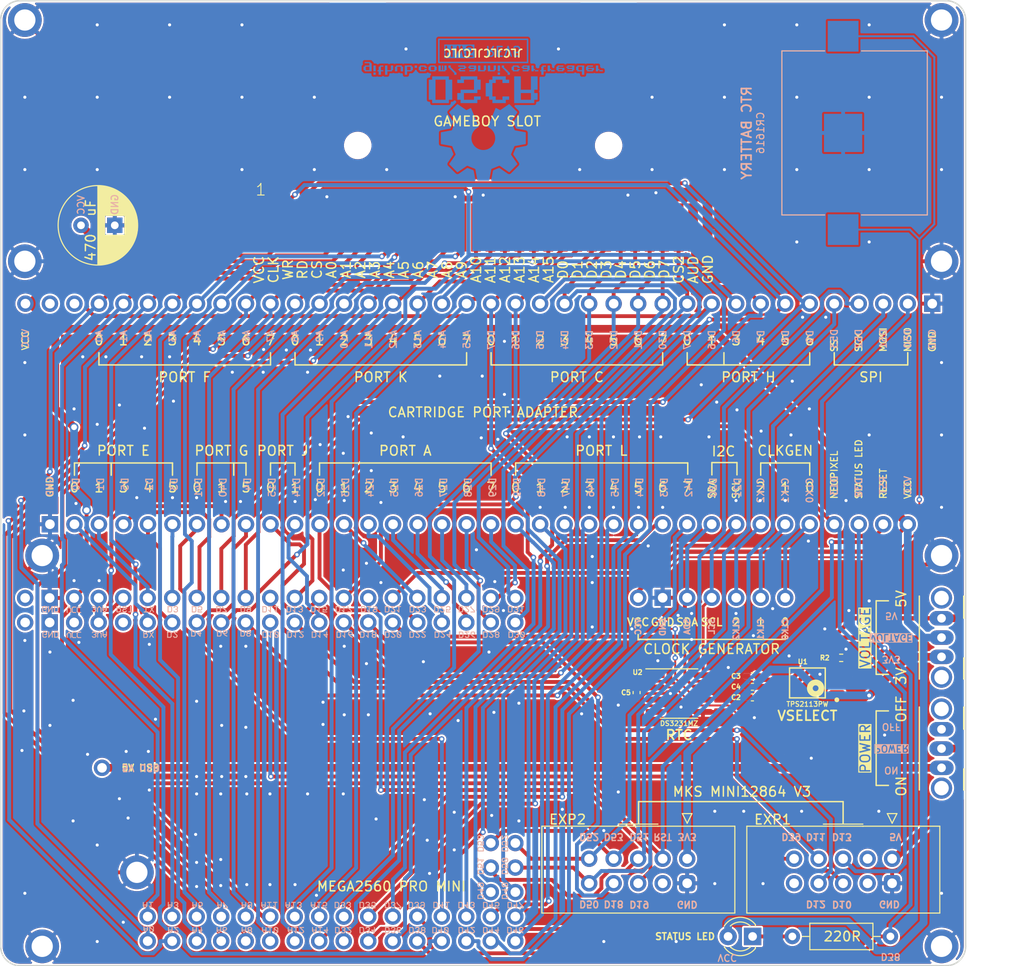
<source format=kicad_pcb>
(kicad_pcb (version 20221018) (generator pcbnew)
  (title_block (title "OSCR HW5") (date "2022-06-19") (rev "5"))
  (layers (0 "F.Cu" signal) (31 "B.Cu" signal) (34 "B.Paste" user) (35 "F.Paste" user) (36 "B.SilkS" user "B.Silkscreen") (37 "F.SilkS" user "F.Silkscreen") (38 "B.Mask" user) (39 "F.Mask" user) (44 "Edge.Cuts" user))
  (property "Revision" "42")
  (net 0 "")
  (net 1 "D30")
  (net 2 "D31")
  (net 3 "D28")
  (net 4 "D29")
  (net 5 "D26")
  (net 6 "D27")
  (net 7 "D24")
  (net 8 "D25")
  (net 9 "D22")
  (net 10 "D23")
  (net 11 "D20")
  (net 12 "D21")
  (net 13 "D18")
  (net 14 "D19")
  (net 15 "D16")
  (net 16 "D17")
  (net 17 "D14")
  (net 18 "D15")
  (net 19 "D12")
  (net 20 "D13")
  (net 21 "D10")
  (net 22 "D11")
  (net 23 "D8")
  (net 24 "D9")
  (net 25 "D6")
  (net 26 "D7")
  (net 27 "D4")
  (net 28 "D5")
  (net 29 "D2")
  (net 30 "D3")
  (net 31 "D0")
  (net 32 "D1")
  (net 33 "Net-(D1-K)")
  (net 34 "RESET")
  (net 35 "+3.3VA")
  (net 36 "VCC")
  (net 37 "GND")
  (net 40 "D46")
  (net 41 "D47")
  (net 42 "D44")
  (net 43 "D45")
  (net 44 "D42")
  (net 45 "D43")
  (net 46 "D40")
  (net 47 "D41")
  (net 48 "D38")
  (net 49 "D39")
  (net 50 "D36")
  (net 51 "D37")
  (net 52 "D34")
  (net 53 "D32")
  (net 54 "D33")
  (net 55 "A14")
  (net 56 "A15")
  (net 57 "A12")
  (net 58 "A13")
  (net 59 "A10")
  (net 60 "A11")
  (net 61 "A8")
  (net 62 "A9")
  (net 63 "A6")
  (net 64 "A7")
  (net 65 "A4")
  (net 66 "A5")
  (net 67 "A2")
  (net 68 "A3")
  (net 69 "A0")
  (net 70 "A1")
  (net 71 "+3V3")
  (net 72 "+5V")
  (net 73 "D35")
  (net 74 "D53")
  (net 75 "D52")
  (net 76 "D51")
  (net 77 "D50")
  (net 78 "D49")
  (net 79 "D48")
  (net 80 "CLK2")
  (net 81 "CLK1")
  (net 82 "CLK0")
  (net 84 "VBUS")
  (net 91 "Net-(U1-ILIM)")
  (net 97 "+BATT")
  (footprint "MountingHole:MountingHole_2.2mm_M2_ISO7380_Pad" (layer "F.Cu") (at 197.5 77)
    (fp_text reference "M2_3" hide)
    (fp_text value "Screw_Terminal_01x01" hide)
  )
  (footprint "!OSCR:Clock_Generator_Header" (layer "F.Cu") (at 166.06 111.875 90)
    (fp_text reference "J7" hide)
    (fp_text value "Conn_01x07")
  )
  (footprint "MountingHole:MountingHole_2.2mm_M2_ISO7380_Pad" (layer "F.Cu") (at 104.3 148)
    (fp_text reference "M2_6" hide)
    (fp_text value "Screw_Terminal_01x01" hide)
  )
  (footprint "MountingHole:MountingHole_2.2mm_M2_ISO7380_Pad" (layer "F.Cu") (at 197.5 52)
    (fp_text reference "M2_2" hide)
    (fp_text value "Screw_Terminal_01x01" hide)
  )
  (footprint "Resistor_SMD:R_0402_1005Metric_Pad0.72x0.64mm_HandSolder" (layer "F.Cu") (at 187.1 118.1 180)
    (fp_text reference "R2")
    (fp_text value "560R")
  )
  (footprint "!OSCR:Cartridge_Port_Adapter-Front" (layer "F.Cu") (at 105.1 104.255 90)
    (fp_text reference "J4" hide)
    (fp_text value "CART SLOT FRONT ROW")
  )
  (footprint "MountingHole:MountingHole_2.2mm_M2_ISO7380_Pad" (layer "F.Cu") (at 102.5 77)
    (fp_text reference "M2_8" hide)
    (fp_text value "Screw_Terminal_01x01" hide)
  )
  (footprint "Capacitor_SMD:C_0402_1005Metric_Pad0.74x0.62mm_HandSolder" (layer "F.Cu") (at 177.9 121.1 180)
    (fp_text reference "C4")
    (fp_text value "10u")
  )
  (footprint "!OSCR:Power_Switch" (layer "F.Cu") (at 197.5 118 90)
    (fp_text reference "SW1" hide)
    (fp_text value "VOLTAGE")
  )
  (footprint "!OSCR:Cartridge_Port_Adapter-Back" (layer "F.Cu") (at 102.56 81.395 90)
    (fp_text reference "J3" hide)
    (fp_text value "CART SLOT TOP ROW" hide)
  )
  (footprint "!OSCR:MEGA2560_PRO_MINI" (layer "F.Cu") (at 127.93 113.04)
    (fp_text reference "J1" hide)
    (fp_text value "MEGA BOTTOM")
  )
  (footprint "MountingHole:MountingHole_2.2mm_M2_ISO7380_Pad" (layer "F.Cu") (at 104.3 107.5)
    (fp_text reference "M2_9" hide)
    (fp_text value "Screw_Terminal_01x01" hide)
  )
  (footprint "MountingHole:MountingHole_2.2mm_M2_ISO7380_Pad" (layer "F.Cu") (at 114.11 140.33)
    (fp_text reference "M2_7" hide)
    (fp_text value "Screw_Terminal_01x01" hide)
  )
  (footprint "MountingHole:MountingHole_2.2mm_M2_ISO7380_Pad" (layer "F.Cu") (at 197.5 107.5)
    (fp_text reference "M2_4" hide)
    (fp_text value "Screw_Terminal_01x01" hide)
  )
  (footprint "MountingHole:MountingHole_2.2mm_M2_ISO7380_Pad" (layer "F.Cu") (at 197.5 148)
    (fp_text reference "M2_5" hide)
    (fp_text value "Screw_Terminal_01x01" hide)
  )
  (footprint "Package_SO:SOIC-8_3.9x4.9mm_P1.27mm" (layer "F.Cu") (at 170.3 121.8)
    (fp_text reference "U2")
    (fp_text value "DS3231MZ")
  )
  (footprint "!OSCR:LCD_Header" (layer "F.Cu") (at 192.38 138.92 -90)
    (fp_text reference "J9" hide)
    (fp_text value "EXP1" hide)
  )
  (footprint "LED_THT:LED_D3.0mm" (layer "F.Cu") (at 177.92 146.975 180)
    (fp_text reference "D1")
    (fp_text value "LED" hide)
  )
  (footprint "MountingHole:MountingHole_2.2mm_M2_ISO7380_Pad" (layer "F.Cu") (at 102.5 52)
    (fp_text reference "M2_1" hide)
    (fp_text value "Screw_Terminal_01x01" hide)
  )
  (footprint "Connector_PinHeader_2.54mm:PinHeader_1x01_P2.54mm_Vertical" (layer "F.Cu") (at 110.5 129.5)
    (fp_text reference "J6")
    (fp_text value "5V USB")
  )
  (footprint "Capacitor_THT:CP_Radial_D8.0mm_P3.50mm" (layer "F.Cu") (at 108.32 73.275)
    (fp_text reference "C1")
    (fp_text value "470u")
  )
  (footprint "Capacitor_SMD:C_0402_1005Metric_Pad0.74x0.62mm_HandSolder" (layer "F.Cu") (at 165.9 121.7 -90)
    (fp_text reference "C5")
    (fp_text value "0.1u")
  )
  (footprint "!sanni:GBA-SLOT-B" (layer "F.Cu") (at 150 68.5 90)
    (fp_text reference "J10" hide)
    (fp_text value "GBA_Slot" hide)
  )
  (footprint "Capacitor_SMD:C_0402_1005Metric_Pad0.74x0.62mm_HandSolder" (layer "F.Cu") (at 177.9 120 180)
    (fp_text reference "C3")
    (fp_text value "0.1u")
  )
  (footprint "!OSCR:LCD_Header" (layer "F.Cu") (at 171.14 138.92 -90)
    (fp_text reference "J8" hide)
    (fp_text value "EXP2" hide)
  )
  (footprint "Capacitor_SMD:C_0402_1005Metric_Pad0.74x0.62mm_HandSolder" (layer "F.Cu") (at 177.9 122.2)
    (fp_text reference "C2")
    (fp_text value "0.1u")
  )
  (footprint "Resistor_THT:R_Axial_DIN0207_L6.3mm_D2.5mm_P10.16mm_Horizontal" (layer "F.Cu") (at 182.04 146.975)
    (fp_text reference "R1")
    (fp_text value "220R" hide)
  )
  (footprint "!OSCR:Power_Switch" (layer "F.Cu") (at 197.5 129.5 90)
    (fp_text reference "SW2" hide)
    (fp_text value "POWER")
  )
  (footprint "Personal:Texas_Instruments-TPS2113PW-Level_A" (layer "F.Cu") (at 183.6 120.7 180)
    (fp_text reference "U1")
    (fp_text value "TPS2113PW")
  )
  (footprint "!OSCR:Logo" (layer "B.Cu") (at 150 62.5)
    (fp_text reference "G***" hide)
    (fp_text value "LOGO" hide)
  )
  (footprint "!OSCR:CR1616" (layer "B.Cu") (at 187.3 63.7 90)
    (fp_text reference "BT1" hide)
    (fp_text value "CR1616")
  )
  (gr_poly (pts (xy 154.6 56.4) (xy 154.6 54) (xy 145.4 54) (xy 145.4 56.4)) (stroke (width 0.15)) (fill none) (layer "B.Cu"))
  (gr_line (start 152.9063 146.1343) (end 152.8131 146.0411) (stroke (width 0.1)) (layer "B.SilkS"))
  (gr_line (start 138.7022 113.3433) (end 138.8887 113.3433) (stroke (width 0.1)) (layer "B.SilkS"))
  (gr_line (start 153.7874 143.5362) (end 154.1602 143.9091) (stroke (width 0.1)) (layer "B.SilkS"))
  (gr_line (start 154.1633 115.9735) (end 153.9769 115.9735) (stroke (width 0.1)) (layer "B.SilkS"))
  (gr_line (start 147.4984 146.0411) (end 147.4984 146.6004) (stroke (width 0.1)) (layer "B.SilkS"))
  (gr_line (start 122.4984 143.815799) (end 122.4984 143.443) (stroke (width 0.1)) (layer "B.SilkS"))
  (gr_line (start 125.1732 115.2872) (end 124.8935 115.2872) (stroke (width 0.1)) (layer "B.SilkS"))
  (gr_line (start 138.1219 143.4397) (end 138.2151 143.5329) (stroke (width 0.1)) (layer "B.SilkS"))
  (gr_line (start 151.3504 115.6939) (end 151.2572 115.6007) (stroke (width 0.1)) (layer "B.SilkS"))
  (gr_line (start 150.0141 141.5394) (end 149.9209 141.4462) (stroke (width 0.1)) (layer "B.SilkS"))
  (gr_line (start 141.183 146.0411) (end 141.0898 146.1343) (stroke (width 0.1)) (layer "B.SilkS"))
  (gr_line (start 151.2572 115.6007) (end 151.2572 115.5075) (stroke (width 0.1)) (layer "B.SilkS"))
  (gr_line (start 137.2324 146.6004) (end 137.512 146.6004) (stroke (width 0.1)) (layer "B.SilkS"))
  (gr_line (start 122.7986 146.414) (end 122.6122 146.6004) (stroke (width 0.1)) (layer "B.SilkS"))
  (gr_line (start 135.3059 146.1343) (end 135.3991 146.0411) (stroke (width 0.1)) (layer "B.SilkS"))
  (gr_line (start 120.4628 113.3467) (end 120.8356 113.3467) (stroke (width 0.1)) (layer "B.SilkS"))
  (gr_line (start 105.3506 115.4042) (end 104.9778 115.9635) (stroke (width 0.1)) (layer "B.SilkS"))
  (gr_line (start 109.567 112.77355) (end 109.7534 112.77355) (stroke (width 0.1)) (layer "B.SilkS"))
  (gr_line (start 143.9654 146.2276) (end 143.8722 146.3208) (stroke (width 0.1)) (layer "B.SilkS"))
  (gr_line (start 151.4388 143.815799) (end 151.2524 143.7226) (stroke (width 0.1)) (layer "B.SilkS"))
  (gr_line (start 132.4775 112.784) (end 132.1979 112.784) (stroke (width 0.1)) (layer "B.SilkS"))
  (gr_line (start 151.2572 115.8803) (end 151.2572 115.7871) (stroke (width 0.1)) (layer "B.SilkS"))
  (gr_line (start 125.6134 113.3433) (end 125.7998 113.3433) (stroke (width 0.1)) (layer "B.SilkS"))
  (gr_line (start 149.8277 141.8191) (end 149.9209 141.8191) (stroke (width 0.1)) (layer "B.SilkS"))
  (gr_line (start 133.4028 143.9989) (end 133.775599 143.9989) (stroke (width 0.1)) (layer "B.SilkS"))
  (gr_line (start 152.068 138.8742) (end 152.4409 138.8742) (stroke (width 0.1)) (layer "B.SilkS"))
  (gr_line (start 146.2811 112.784) (end 146.4675 112.784) (stroke (width 0.1)) (layer "B.SilkS"))
  (gr_line (start 154.1225 146.2276) (end 154.1225 146.1343) (stroke (width 0.1)) (layer "B.SilkS"))
  (gr_line (start 120.5111 143.7226) (end 120.5111 144.0023) (stroke (width 0.1)) (layer "B.SilkS"))
  (gr_line (start 150.4059 146.5105) (end 150.4059 146.1377) (stroke (width 0.1)) (layer "B.SilkS"))
  (gr_line (start 145.6656 146.6004) (end 145.6656 146.0411) (stroke (width 0.1)) (layer "B.SilkS"))
  (gr_line (start 154.1602 143.9091) (end 154.1602 144.0023) (stroke (width 0.1)) (layer "B.SilkS"))
  (gr_line (start 115.7307 146.4734) (end 115.5443 146.4734) (stroke (width 0.1)) (layer "B.SilkS"))
  (gr_line (start 131.3874 146.414) (end 131.0145 146.0411) (stroke (width 0.1)) (layer "B.SilkS"))
  (gr_line (start 136.3497 113.2501) (end 136.3497 113.3433) (stroke (width 0.1)) (layer "B.SilkS"))
  (gr_line (start 149.4548 136.6167) (end 149.548 136.5235) (stroke (width 0.1)) (layer "B.SilkS"))
  (gr_line (start 131.1396 143.5329) (end 131.1396 143.6261) (stroke (width 0.1)) (layer "B.SilkS"))
  (gr_line (start 152.9881 113.2501) (end 152.9881 112.8773) (stroke (width 0.1)) (layer "B.SilkS"))
  (gr_line (start 104.7229 113.0537) (end 104.7229 112.8673) (stroke (width 0.1)) (layer "B.SilkS"))
  (gr_line (start 142.4307 113.3433) (end 142.7104 113.3433) (stroke (width 0.1)) (layer "B.SilkS"))
  (gr_line (start 138.8752 115.6007) (end 138.782 115.6939) (stroke (width 0.1)) (layer "B.SilkS"))
  (gr_line (start 148.7864 143.9989) (end 148.6932 143.905699) (stroke (width 0.1)) (layer "B.SilkS"))
  (gr_line (start 107.9271 115.5339) (end 107.9271 115.9068) (stroke (width 0.1)) (layer "B.SilkS"))
  (gr_line (start 138.2133 146.2276) (end 138.1201 146.3208) (stroke (width 0.1)) (layer "B.SilkS"))
  (gr_line (start 120.2276 112.8806) (end 120.1343 112.7874) (stroke (width 0.1)) (layer "B.SilkS"))
  (gr_line (start 117.3425 112.784) (end 117.3425 113.3433) (stroke (width 0.1)) (layer "B.SilkS"))
  (gr_line (start 146.1878 113.0637) (end 146.1878 113.3433) (stroke (width 0.1)) (layer "B.SilkS"))
  (gr_line (start 125.5948 115.5669) (end 125.5016 115.4737) (stroke (width 0.1)) (layer "B.SilkS"))
  (gr_line (start 147.5101 112.784) (end 147.5101 113.3433) (stroke (width 0.1)) (layer "B.SilkS"))
  (gr_line (start 141.3696 115.4142) (end 141.4628 115.5075) (stroke (width 0.1)) (layer "B.SilkS"))
  (gr_line (start 151.63 115.7871) (end 151.63 115.8803) (stroke (width 0.1)) (layer "B.SilkS"))
  (gr_line (start 115.81 115.4176) (end 115.4371 115.9768) (stroke (width 0.1)) (layer "B.SilkS"))
  (gr_line (start 136.0669 115.5075) (end 136.0669 115.6939) (stroke (width 0.1)) (layer "B.SilkS"))
  (gr_line (start 109.7706 115.9664) (end 109.5842 115.9664) (stroke (width 0.1)) (layer "B.SilkS"))
  (gr_line (start 148.5097 115.7871) (end 148.1368 115.4142) (stroke (width 0.1)) (layer "B.SilkS"))
  (gr_line (start 144.7778 146.0411) (end 144.7778 146.6004) (stroke (width 0.1)) (layer "B.SilkS"))
  (gr_line (start 118.0881 146.6004) (end 118.2745 146.6004) (stroke (width 0.1)) (layer "B.SilkS"))
  (gr_line (start 127.4207 143.4397) (end 127.4207 143.8125) (stroke (width 0.1)) (layer "B.SilkS"))
  (gr_line (start 150.4091 143.9091) (end 150.4091 143.5362) (stroke (width 0.1)) (layer "B.SilkS"))
  (gr_line (start 109.8638 115.5004) (end 109.8638 115.5936) (stroke (width 0.1)) (layer "B.SilkS"))
  (gr_line (start 141.451 143.9989) (end 141.0781 143.9989) (stroke (width 0.1)) (layer "B.SilkS"))
  (gr_line (start 147.4771 143.9989) (end 147.7567 143.9989) (stroke (width 0.1)) (layer "B.SilkS"))
  (gr_line (start 122.8337 115.3805) (end 122.7405 115.2872) (stroke (width 0.1)) (layer "B.SilkS"))
  (gr_line (start 138.1874 112.784) (end 138.1874 113.3433) (stroke (width 0.1)) (layer "B.SilkS"))
  (gr_line (start 154.1633 115.4142) (end 154.2565 115.5075) (stroke (width 0.1)) (layer "B.SilkS"))
  (gr_line (start 147.7897 113.3433) (end 147.8829 113.2501) (stroke (width 0.1)) (layer "B.SilkS"))
  (gr_line (start 125.5016 115.4737) (end 125.5016 115.3805) (stroke (width 0.1)) (layer "B.SilkS"))
  (gr_line (start 140.5582 113.3433) (end 140.7446 113.3433) (stroke (width 0.1)) (layer "B.SilkS"))
  (gr_line (start 153.5962 113.1569) (end 153.5962 113.2501) (stroke (width 0.1)) (layer "B.SilkS"))
  (gr_line (start 142.9844 146.1343) (end 143.0777 146.0411) (stroke (width 0.1)) (layer "B.SilkS"))
  (gr_line (start 137.6725 113.3433) (end 137.7657 113.2501) (stroke (width 0.1)) (layer "B.SilkS"))
  (gr_line (start 123.4793 144.0023) (end 123.1065 144.0023) (stroke (width 0.1)) (layer "B.SilkS"))
  (gr_line (start 149.8277 136.5235) (end 149.9209 136.5235) (stroke (width 0.1)) (layer "B.SilkS"))
  (gr_line (start 151.3456 143.443) (end 151.532 143.443) (stroke (width 0.1)) (layer "B.SilkS"))
  (gr_line (start 119.906 146.4173) (end 119.906 146.0445) (stroke (width 0.1)) (layer "B.SilkS"))
  (gr_line (start 140.7613 146.3208) (end 140.8546 146.414) (stroke (width 0.1)) (layer "B.SilkS"))
  (gr_line (start 145.994 146.5072) (end 145.994 146.1343) (stroke (width 0.1)) (layer "B.SilkS"))
  (gr_line (start 143.3573 146.2276) (end 143.2641 146.3208) (stroke (width 0.1)) (layer "B.SilkS"))
  (gr_line (start 136.3497 113.3433) (end 135.9768 113.3433) (stroke (width 0.1)) (layer "B.SilkS"))
  (gr_line (start 150.3206 115.4142) (end 150.041 115.4142) (stroke (width 0.1)) (layer "B.SilkS"))
  (gr_line (start 107.9271 113.3068) (end 108.0203 113.4) (stroke (width 0.1)) (layer "B.SilkS"))
  (gr_line (start 126 146.2276) (end 125.9068 146.3208) (stroke (width 0.1)) (layer "B.SilkS"))
  (gr_line (start 130.5518 115.4142) (end 130.5518 115.9735) (stroke (width 0.1)) (layer "B.SilkS"))
  (gr_line (start 140.7615 115.9735) (end 140.8548 115.8803) (stroke (width 0.1)) (layer "B.SilkS"))
  (gr_line (start 105.8459 112.7741) (end 105.5662 112.7741) (stroke (width 0.1)) (layer "B.SilkS"))
  (gr_line (start 133.0773 115.9735) (end 132.890799 115.7871) (stroke (width 0.1)) (layer "B.SilkS"))
  (gr_line (start 150.0141 142.7556) (end 149.9209 142.6624) (stroke (width 0.1)) (layer "B.SilkS"))
  (gr_line (start 137.512 146.6004) (end 137.6052 146.5072) (stroke (width 0.1)) (layer "B.SilkS"))
  (gr_line (start 152.8508 144.0023) (end 152.9441 143.9091) (stroke (width 0.1)) (layer "B.SilkS"))
  (gr_line (start 122.6848 144.0023) (end 122.4984 143.815799) (stroke (width 0.1)) (layer "B.SilkS"))
  (gr_line (start 104.4433 112.7741) (end 104.35 112.8673) (stroke (width 0.1)) (layer "B.SilkS"))
  (gr_line (start 142.6843 143.5329) (end 142.5911 143.4397) (stroke (width 0.1)) (layer "B.SilkS"))
  (gr_line (start 143.9654 146.1343) (end 143.9654 146.2276) (stroke (width 0.1)) (layer "B.SilkS"))
  (gr_line (start 153.462 115.6939) (end 153.5552 115.6939) (stroke (width 0.1)) (layer "B.SilkS"))
  (gr_line (start 119.903 143.815799) (end 119.903 143.443) (stroke (width 0.1)) (layer "B.SilkS"))
  (gr_line (start 120.8356 113.067) (end 120.7424 113.1602) (stroke (width 0.1)) (layer "B.SilkS"))
  (gr_line (start 143.7401 113.3433) (end 143.6469 113.2501) (stroke (width 0.1)) (layer "B.SilkS"))
  (gr_line (start 132.4775 113.3433) (end 132.5707 113.2501) (stroke (width 0.1)) (layer "B.SilkS"))
  (gr_line (start 125.8745 115.4737) (end 125.7813 115.5669) (stroke (width 0.1)) (layer "B.SilkS"))
  (gr_line (start 150.4139 115.8803) (end 150.4139 115.5075) (stroke (width 0.1)) (layer "B.SilkS"))
  (gr_line (start 129.6755 112.784) (end 129.6755 113.3433) (stroke (width 0.1)) (layer "B.SilkS"))
  (gr_line (start 132.2827 115.4142) (end 132.2827 115.9735) (stroke (width 0.1)) (layer "B.SilkS"))
  (gr_line (start 130.86 143.9989) (end 130.7668 143.905699) (stroke (width 0.1)) (layer "B.SilkS"))
  (gr_line (start 138.7022 113.0637) (end 138.609 113.1569) (stroke (width 0.1)) (layer "B.SilkS"))
  (gr_line (start 144.7778 146.6004) (end 145.0575 146.6004) (stroke (width 0.1)) (layer "B.SilkS"))
  (gr_line (start 128.5626 112.784) (end 128.5626 113.3433) (stroke (width 0.1)) (layer "B.SilkS"))
  (gr_line (start 125.1732 115.8465) (end 125.2664 115.7533) (stroke (width 0.1)) (layer "B.SilkS"))
  (gr_line (start 109.7534 112.77355) (end 109.8466 112.86685) (stroke (width 0.1)) (layer "B.SilkS"))
  (gr_line (start 151.9748 137.2248) (end 152.068 137.1316) (stroke (width 0.1)) (layer "B.SilkS"))
  (gr_line (start 117.5744 115.4142) (end 117.2948 115.4142) (stroke (width 0.1)) (layer "B.SilkS"))
  (gr_line (start 143.8072 143.4397) (end 143.6208 143.4397) (stroke (width 0.1)) (layer "B.SilkS"))
  (gr_line (start 124.9121 113.3433) (end 125.1918 113.3433) (stroke (width 0.1)) (layer "B.SilkS"))
  (gr_line (start 152.8949 113.3433) (end 152.9881 113.2501) (stroke (width 0.1)) (layer "B.SilkS"))
  (gr_line (start 128.3896 115.5075) (end 128.4828 115.4142) (stroke (width 0.1)) (layer "B.SilkS"))
  (gr_line (start 107.26015 113.4) (end 107.26015 113.0272) (stroke (width 0.1)) (layer "B.SilkS"))
  (gr_line (start 152.1613 141.4462) (end 152.2545 141.5394) (stroke (width 0.1)) (layer "B.SilkS"))
  (gr_line (start 123.1621 115.2872) (end 123.0689 115.3805) (stroke (width 0.1)) (layer "B.SilkS"))
  (gr_line (start 135.5552 112.784) (end 135.5552 113.3433) (stroke (width 0.1)) (layer "B.SilkS"))
  (gr_line (start 114.843 146.287) (end 114.843 145.9141) (stroke (width 0.1)) (layer "B.SilkS"))
  (gr_line (start 115.8239 146.0073) (end 115.8239 146.3802) (stroke (width 0.1)) (layer "B.SilkS"))
  (gr_line (start 143.1102 115.9735) (end 143.2966 115.9735) (stroke (width 0.1)) (layer "B.SilkS"))
  (gr_line (start 110.97 115.68785) (end 110.5972 115.68785) (stroke (width 0.1)) (layer "B.SilkS"))
  (gr_line (start 152.9471 115.9735) (end 153.0403 115.8803) (stroke (width 0.1)) (layer "B.SilkS"))
  (gr_line (start 138.2671 115.4142) (end 137.8943 115.4142) (stroke (width 0.1)) (layer "B.SilkS"))
  (gr_line (start 115.2019 115.8836) (end 115.1087 115.9768) (stroke (width 0.1)) (layer "B.SilkS"))
  (gr_line (start 131.2645 113.2501) (end 131.1713 113.3433) (stroke (width 0.1)) (layer "B.SilkS"))
  (gr_line (start 150.0141 136.6167) (end 150.0141 136.8031) (stroke (width 0.1)) (layer "B.SilkS"))
  (gr_line (start 151.9748 139.5755) (end 152.068 139.4823) (stroke (width 0.1)) (layer "B.SilkS"))
  (gr_line (start 149.0991 113.3433) (end 148.7263 113.3433) (stroke (width 0.1)) (layer "B.SilkS"))
  (gr_line (start 140.1532 146.6004) (end 140.2465 146.5072) (stroke (width 0.1)) (layer "B.SilkS"))
  (gr_line (start 127.4207 143.8125) (end 127.2342 143.9989) (stroke (width 0.1)) (layer "B.SilkS"))
  (gr_line (start 150.3158 143.443) (end 150.0362 143.443) (stroke (width 0.1)) (layer "B.SilkS"))
  (gr_line (start 148.9729 143.4397) (end 149.0661 143.5329) (stroke (width 0.1)) (layer "B.SilkS"))
  (gr_line (start 153.7497 146.3208) (end 154.0293 146.3208) (stroke (width 0.1)) (layer "B.SilkS"))
  (gr_line (start 110.9528 112.7746) (end 110.9528 113.1475) (stroke (width 0.1)) (layer "B.SilkS"))
  (gr_line (start 149.0246 115.6939) (end 149.1178 115.6007) (stroke (width 0.1)) (layer "B.SilkS"))
  (gr_line (start 151.2572 115.7871) (end 151.3504 115.6939) (stroke (width 0.1)) (layer "B.SilkS"))
  (gr_line (start 149.548 139.8497) (end 149.4548 139.7565) (stroke (width 0.1)) (layer "B.SilkS"))
  (gr_line (start 151.9748 141.5394) (end 152.068 141.4462) (stroke (width 0.1)) (layer "B.SilkS"))
  (gr_line (start 125.7203 146.0411) (end 125.9068 146.0411) (stroke (width 0.1)) (layer "B.SilkS"))
  (gr_line (start 110.58 113.1475) (end 110.58 112.7746) (stroke (width 0.1)) (layer "B.SilkS"))
  (gr_line (start 132.5707 112.8773) (end 132.4775 112.784) (stroke (width 0.1)) (layer "B.SilkS"))
  (gr_line (start 117.9506 112.8773) (end 118.0438 112.784) (stroke (width 0.1)) (layer "B.SilkS"))
  (gr_line (start 145.0191 115.4142) (end 145.0191 115.9735) (stroke (width 0.1)) (layer "B.SilkS"))
  (gr_line (start 128.3896 115.8803) (end 128.3896 115.5075) (stroke (width 0.1)) (layer "B.SilkS"))
  (gr_line (start 148.2114 113.3433) (end 148.3978 113.3433) (stroke (width 0.1)) (layer "B.SilkS"))
  (gr_line (start 143.7401 112.784) (end 143.9265 112.784) (stroke (width 0.1)) (layer "B.SilkS"))
  (gr_line (start 151.63 115.6007) (end 151.5368 115.6939) (stroke (width 0.1)) (layer "B.SilkS"))
  (gr_line (start 145.1647 143.9989) (end 145.258 143.905699) (stroke (width 0.1)) (layer "B.SilkS"))
  (gr_line (start 127.4396 113.3433) (end 127.5328 113.2501) (stroke (width 0.1)) (layer "B.SilkS"))
  (gr_line (start 117.7153 113.2501) (end 117.7153 112.8773) (stroke (width 0.1)) (layer "B.SilkS"))
  (gr_line (start 136.0669 115.6939) (end 136.3465 115.6939) (stroke (width 0.1)) (layer "B.SilkS"))
  (gr_line (start 153.5144 146.3208) (end 153.1416 146.3208) (stroke (width 0.1)) (layer "B.SilkS"))
  (gr_line (start 150.6491 115.8803) (end 150.7423 115.9735) (stroke (width 0.1)) (layer "B.SilkS"))
  (gr_line (start 140.8429 143.8125) (end 140.8429 143.905699) (stroke (width 0.1)) (layer "B.SilkS"))
  (gr_line (start 127.16 112.784) (end 127.16 113.3433) (stroke (width 0.1)) (layer "B.SilkS"))
  (gr_line (start 134.9379 143.9989) (end 135.0311 143.905699) (stroke (width 0.1)) (layer "B.SilkS"))
  (gr_line (start 138.782 115.9735) (end 138.5956 115.9735) (stroke (width 0.1)) (layer "B.SilkS"))
  (gr_line (start 150.0141 140.1781) (end 149.9209 140.0849) (stroke (width 0.1)) (layer "B.SilkS"))
  (gr_line (start 120.2758 143.815799) (end 120.0894 144.0023) (stroke (width 0.1)) (layer "B.SilkS"))
  (gr_line (start 149.9209 141.4462) (end 149.548 141.4462) (stroke (width 0.1)) (layer "B.SilkS"))
  (gr_line (start 117.9949 146.5072) (end 118.0881 146.6004) (stroke (width 0.1)) (layer "B.SilkS"))
  (gr_line (start 134.9379 143.4397) (end 134.6583 143.4397) (stroke (width 0.1)) (layer "B.SilkS"))
  (gr_line (start 131.3874 146.5072) (end 131.3874 146.414) (stroke (width 0.1)) (layer "B.SilkS"))
  (gr_line (start 128.6368 143.4397) (end 128.264 143.4397) (stroke (width 0.1)) (layer "B.SilkS"))
  (gr_line (start 152.1613 141.8191) (end 152.068 141.8191) (stroke (width 0.1)) (layer "B.SilkS"))
  (gr_line (start 146.2353 115.6939) (end 146.515 115.9735) (stroke (width 0.1)) (layer "B.SilkS"))
  (gr_line (start 130.0483 112.8773) (end 129.9551 112.784) (stroke (width 0.1)) (layer "B.SilkS"))
  (gr_line (start 150.7423 115.9735) (end 150.9287 115.9735) (stroke (width 0.1)) (layer "B.SilkS"))
  (gr_line (start 120.6043 143.443) (end 120.7907 143.443) (stroke (width 0.1)) (layer "B.SilkS"))
  (gr_line (start 151.3437 113.3433) (end 151.5301 113.3433) (stroke (width 0.1)) (layer "B.SilkS"))
  (gr_line (start 149.0661 143.5329) (end 149.0661 143.6261) (stroke (width 0.1)) (layer "B.SilkS"))
  (gr_line (start 148.3862 146.6004) (end 148.3862 146.0411) (stroke (width 0.1)) (layer "B.SilkS"))
  (gr_line (start 110.97 115.40815) (end 110.97 115.78105) (stroke (width 0.1)) (layer "B.SilkS"))
  (gr_line (start 143.1992 143.4397) (end 143.2924 143.5329) (stroke (width 0.1)) (layer "B.SilkS"))
  (gr_line (start 150.0141 142.1475) (end 149.4548 142.1475) (stroke (width 0.1)) (layer "B.SilkS"))
  (gr_line (start 143.3898 115.8803) (end 143.3898 115.7871) (stroke (width 0.1)) (layer "B.SilkS"))
  (gr_line (start 142.8036 113.2501) (end 142.8036 112.8773) (stroke (width 0.1)) (layer "B.SilkS"))
  (gr_line (start 125.5202 113.2501) (end 125.6134 113.3433) (stroke (width 0.1)) (layer "B.SilkS"))
  (gr_line (start 153.7497 146.3208) (end 153.9361 146.5072) (stroke (width 0.1)) (layer "B.SilkS"))
  (gr_line (start 125.9095 143.4397) (end 125.7231 143.4397) (stroke (width 0.1)) (layer "B.SilkS"))
  (gr_line (start 149.7345 136.7099) (end 149.7345 136.6167) (stroke (width 0.1)) (layer "B.SilkS"))
  (gr_line (start 120.0894 144.0023) (end 119.903 143.815799) (stroke (width 0.1)) (layer "B.SilkS"))
  (gr_line (start 150.0343 113.3433) (end 150.3139 113.3433) (stroke (width 0.1)) (layer "B.SilkS"))
  (gr_line (start 148.7449 115.6939) (end 149.0246 115.6939) (stroke (width 0.1)) (layer "B.SilkS"))
  (gr_line (start 112.748 112.7741) (end 112.9344 112.7741) (stroke (width 0.1)) (layer "B.SilkS"))
  (gr_line (start 142.7104 113.3433) (end 142.8036 113.2501) (stroke (width 0.1)) (layer "B.SilkS"))
  (gr_line (start 131.2645 113.1569) (end 131.2645 113.2501) (stroke (width 0.1)) (layer "B.SilkS"))
  (gr_line (start 146.0872 146.0411) (end 146.2737 146.0411) (stroke (width 0.1)) (layer "B.SilkS"))
  (gr_line (start 150.033 146.6037) (end 150.3127 146.6037) (stroke (width 0.1)) (layer "B.SilkS"))
  (gr_line (start 122.8712 143.815799) (end 122.6848 144.0023) (stroke (width 0.1)) (layer "B.SilkS"))
  (gr_line (start 143.9265 112.784) (end 144.0198 112.8773) (stroke (width 0.1)) (layer "B.SilkS"))
  (gr_line (start 112.0467 113.3334) (end 112.0467 112.7741) (stroke (width 0.1)) (layer "B.SilkS"))
  (gr_line (start 148.7263 112.784) (end 148.7263 112.8773) (stroke (width 0.1)) (layer "B.SilkS"))
  (gr_line (start 130.0369 115.4142) (end 129.7573 115.4142) (stroke (width 0.1)) (layer "B.SilkS"))
  (gr_line (start 151.63 115.5075) (end 151.63 115.6007) (stroke (width 0.1)) (layer "B.SilkS"))
  (gr_line (start 151.2524 143.7226) (end 151.2524 144.0023) (stroke (width 0.1)) (layer "B.SilkS"))
  (gr_line (start 112.3263 113.3334) (end 112.0467 113.3334) (stroke (width 0.1)) (layer "B.SilkS"))
  (gr_line (start 149.7345 139.4768) (end 149.8277 139.57) (stroke (width 0.1)) (layer "B.SilkS"))
  (gr_line (start 129.7573 115.9735) (end 130.0369 115.9735) (stroke (width 0.1)) (layer "B.SilkS"))
  (gr_line (start 107.50075 112.8407) (end 107.40755 112.9339) (stroke (width 0.1)) (layer "B.SilkS"))
  (gr_line (start 123.0689 115.3805) (end 123.0689 115.5669) (stroke (width 0.1)) (layer "B.SilkS"))
  (gr_line (start 142.5911 143.4397) (end 142.3114 143.4397) (stroke (width 0.1)) (layer "B.SilkS"))
  (gr_line (start 129.6755 113.3433) (end 129.9551 113.3433) (stroke (width 0.1)) (layer "B.SilkS"))
  (gr_line (start 109.6774 115.6868) (end 109.7706 115.6868) (stroke (width 0.1)) (layer "B.SilkS"))
  (gr_line (start 149.548 142.6624) (end 149.4548 142.7556) (stroke (width 0.1)) (layer "B.SilkS"))
  (gr_line (start 115.1087 115.604) (end 115.2019 115.6972) (stroke (width 0.1)) (layer "B.SilkS"))
  (gr_line (start 149.548 137.1316) (end 149.7345 137.1316) (stroke (width 0.1)) (layer "B.SilkS"))
  (gr_line (start 118.2302 112.784) (end 118.3234 112.8773) (stroke (width 0.1)) (layer "B.SilkS"))
  (gr_line (start 143.9005 143.719299) (end 143.6208 143.719299) (stroke (width 0.1)) (layer "B.SilkS"))
  (gr_line (start 125.9095 143.9989) (end 126.0027 143.905699) (stroke (width 0.1)) (layer "B.SilkS"))
  (gr_line (start 150.6443 143.7226) (end 150.9239 144.0023) (stroke (width 0.1)) (layer "B.SilkS"))
  (gr_line (start 113.0276 112.9605) (end 112.9344 113.0537) (stroke (width 0.1)) (layer "B.SilkS"))
  (gr_line (start 153.5552 115.6939) (end 153.6484 115.7871) (stroke (width 0.1)) (layer "B.SilkS"))
  (gr_line (start 132.5595 143.719299) (end 132.1866 143.719299) (stroke (width 0.1)) (layer "B.SilkS"))
  (gr_line (start 138.2151 143.905699) (end 138.1219 143.9989) (stroke (width 0.1)) (layer "B.SilkS"))
  (gr_line (start 151.2572 115.5075) (end 151.3504 115.4142) (stroke (width 0.1)) (layer "B.SilkS"))
  (gr_line (start 154.2565 115.8803) (end 153.8837 115.5075) (stroke (width 0.1)) (layer "B.SilkS"))
  (gr_line (start 135.5856 146.3208) (end 135.6788 146.414) (stroke (width 0.1)) (layer "B.SilkS"))
  (gr_line (start 152.5341 138.1125) (end 152.5341 137.8329) (stroke (width 0.1)) (layer "B.SilkS"))
  (gr_line (start 118.3234 113.2501) (end 118.2302 113.3433) (stroke (width 0.1)) (layer "B.SilkS"))
  (gr_line (start 150.6411 146.3241) (end 150.9208 146.6037) (stroke (width 0.1)) (layer "B.SilkS"))
  (gr_line (start 148.491 113.1569) (end 148.1182 112.784) (stroke (width 0.1)) (layer "B.SilkS"))
  (gr_line (start 148.8797 143.719299) (end 148.9729 143.719299) (stroke (width 0.1)) (layer "B.SilkS"))
  (gr_line (start 127.9146 146.6004) (end 127.7282 146.414) (stroke (width 0.1)) (layer "B.SilkS"))
  (gr_line (start 149.4548 139.57) (end 149.548 139.4768) (stroke (width 0.1)) (layer "B.SilkS"))
  (gr_line (start 143.3573 146.5072) (end 143.2641 146.6004) (stroke (width 0.1)) (layer "B.SilkS"))
  (gr_line (start 109.4737 112.86685) (end 109.567 112.77355) (stroke (width 0.1)) (layer "B.SilkS"))
  (gr_line (start 145.9069 115.9735) (end 146.0001 115.8803) (stroke (width 0.1)) (layer "B.SilkS"))
  (gr_line (start 127.4929 146.0411) (end 127.4929 146.414) (stroke (width 0.1)) (layer "B.SilkS"))
  (gr_line (start 148.1368 115.8803) (end 148.23 115.9735) (stroke (width 0.1)) (layer "B.SilkS"))
  (gr_line (start 133.4028 143.5329) (end 133.496 143.4397) (stroke (width 0.1)) (layer "B.SilkS"))
  (gr_line (start 107.50075 113.4) (end 107.78045 113.4) (stroke (width 0.1)) (layer "B.SilkS"))
  (gr_line (start 135.0707 146.5072) (end 135.0707 146.1343) (stroke (width 0.1)) (layer "B.SilkS"))
  (gr_line (start 152.2545 139.4823) (end 152.3477 139.5755) (stroke (width 0.1)) (layer "B.SilkS"))
  (gr_line (start 152.5335 146.6004) (end 152.8131 146.6004) (stroke (width 0.1)) (layer "B.SilkS"))
  (gr_line (start 115.451 146.0073) (end 115.5443 145.9141) (stroke (width 0.1)) (layer "B.SilkS"))
  (gr_line (start 112.6548 113.1469) (end 112.6548 113.2402) (stroke (width 0.1)) (layer "B.SilkS"))
  (gr_line (start 122.6694 112.7874) (end 122.3897 112.7874) (stroke (width 0.1)) (layer "B.SilkS"))
  (gr_line (start 149.4548 138.8687) (end 149.4548 139.2416) (stroke (width 0.1)) (layer "B.SilkS"))
  (gr_line (start 120.1549 115.7566) (end 120.1549 115.3838) (stroke (width 0.1)) (layer "B.SilkS"))
  (gr_line (start 138.8887 112.784) (end 138.7022 112.784) (stroke (width 0.1)) (layer "B.SilkS"))
  (gr_line (start 132.5624 115.9735) (end 132.6556 115.8803) (stroke (width 0.1)) (layer "B.SilkS"))
  (gr_line (start 120.2276 113.2534) (end 120.2276 112.8806) (stroke (width 0.1)) (layer "B.SilkS"))
  (gr_line (start 150.3139 113.3433) (end 150.4071 113.2501) (stroke (width 0.1)) (layer "B.SilkS"))
  (gr_line (start 133.9014 146.3208) (end 133.528599 146.3208) (stroke (width 0.1)) (layer "B.SilkS"))
  (gr_line (start 120.7424 113.1602) (end 120.6492 113.1602) (stroke (width 0.1)) (layer "B.SilkS"))
  (gr_line (start 151.5368 115.4142) (end 151.63 115.5075) (stroke (width 0.1)) (layer "B.SilkS"))
  (gr_line (start 138.5024 115.8803) (end 138.5024 115.7871) (stroke (width 0.1)) (layer "B.SilkS"))
  (gr_line (start 123.4067 146.1343) (end 123.3135 146.0411) (stroke (width 0.1)) (layer "B.SilkS"))
  (gr_line (start 143.4117 113.2501) (end 143.4117 113.1569) (stroke (width 0.1)) (layer "B.SilkS"))
  (gr_line (start 133.6824 143.8125) (end 133.589199 143.8125) (stroke (width 0.1)) (layer "B.SilkS"))
  (gr_line (start 131.1077 146.6004) (end 131.2942 146.6004) (stroke (width 0.1)) (layer "B.SilkS"))
  (gr_line (start 105.331 113.3334) (end 105.331 112.7741) (stroke (width 0.1)) (layer "B.SilkS"))
  (gr_line (start 135.1335 112.8773) (end 135.0403 112.784) (stroke (width 0.1)) (layer "B.SilkS"))
  (gr_line (start 133.293399 146.0411) (end 132.9205 146.0411) (stroke (width 0.1)) (layer "B.SilkS"))
  (gr_line (start 151.6252 143.7226) (end 151.532 143.815799) (stroke (width 0.1)) (layer "B.SilkS"))
  (gr_line (start 132.981099 143.4397) (end 132.981099 143.9989) (stroke (width 0.1)) (layer "B.SilkS"))
  (gr_line (start 143.1709 146.3208) (end 143.2641 146.3208) (stroke (width 0.1)) (layer "B.SilkS"))
  (gr_line (start 140.8548 115.8803) (end 140.8548 115.7871) (stroke (width 0.1)) (layer "B.SilkS"))
  (gr_line (start 141.3694 146.0411) (end 141.183 146.0411) (stroke (width 0.1)) (layer "B.SilkS"))
  (gr_line (start 105.5858 115.4042) (end 105.5858 115.9635) (stroke (width 0.1)) (layer "B.SilkS"))
  (gr_line (start 140.2298 112.8773) (end 140.1365 112.784) (stroke (width 0.1)) (layer "B.SilkS"))
  (gr_line (start 114.9624 143.9989) (end 114.776 143.8125) (stroke (width 0.1)) (layer "B.SilkS"))
  (gr_line (start 143.0127 143.9989) (end 142.9195 143.905699) (stroke (width 0.1)) (layer "B.SilkS"))
  (gr_line (start 120.4628 112.8806) (end 120.556 112.7874) (stroke (width 0.1)) (layer "B.SilkS"))
  (gr_line (start 135.9768 112.784) (end 135.9768 112.8773) (stroke (width 0.1)) (layer "B.SilkS"))
  (gr_line (start 125.7231 143.9989) (end 125.9095 143.9989) (stroke (width 0.1)) (layer "B.SilkS"))
  (gr_line (start 133.6937 113.1569) (end 133.6005 113.1569) (stroke (width 0.1)) (layer "B.SilkS"))
  (gr_line (start 135.546 143.4397) (end 135.6392 143.5329) (stroke (width 0.1)) (layer "B.SilkS"))
  (gr_line (start 131.1396 143.905699) (end 131.0464 143.9989) (stroke (width 0.1)) (layer "B.SilkS"))
  (gr_line (start 125.6271 146.1343) (end 125.7203 146.0411) (stroke (width 0.1)) (layer "B.SilkS"))
  (gr_line (start 127.8423 143.4397) (end 127.8423 143.9989) (stroke (width 0.1)) (layer "B.SilkS"))
  (gr_line (start 138.0269 146.3208) (end 138.1201 146.3208) (stroke (width 0.1)) (layer "B.SilkS"))
  (gr_line (start 117.3425 113.3433) (end 117.6221 113.3433) (stroke (width 0.1)) (layer "B.SilkS"))
  (gr_line (start 123.3135 146.3208) (end 123.4067 146.2276) (stroke (width 0.1)) (layer "B.SilkS"))
  (gr_line (start 142.7817 115.5075) (end 142.6885 115.4142) (stroke (width 0.1)) (layer "B.SilkS"))
  (gr_line (start 140.8378 113.2501) (end 140.8378 113.1569) (stroke (width 0.1)) (layer "B.SilkS"))
  (gr_line (start 154.0293 146.0411) (end 153.8429 146.0411) (stroke (width 0.1)) (layer "B.SilkS"))
  (gr_line (start 122.9978 112.8806) (end 123.3707 113.2534) (stroke (width 0.1)) (layer "B.SilkS"))
  (gr_line (start 118.0438 112.784) (end 118.2302 112.784) (stroke (width 0.1)) (layer "B.SilkS"))
  (gr_line (start 128.3363 146.5072) (end 128.3363 146.1343) (stroke (width 0.1)) (layer "B.SilkS"))
  (gr_line (start 133.6824 143.4397) (end 133.775599 143.5329) (stroke (width 0.1)) (layer "B.SilkS"))
  (gr_line (start 149.8277 137.318) (end 149.7345 137.5044) (stroke (width 0.1)) (layer "B.SilkS"))
  (gr_line (start 152.3477 141.4462) (end 152.4409 141.4462) (stroke (width 0.1)) (layer "B.SilkS"))
  (gr_line (start 132.5624 115.4142) (end 132.2827 115.4142) (stroke (width 0.1)) (layer "B.SilkS"))
  (gr_line (start 118.164 143.719299) (end 118.2572 143.719299) (stroke (width 0.1)) (layer "B.SilkS"))
  (gr_line (start 143.9979 115.8803) (end 143.9979 115.7871) (stroke (width 0.1)) (layer "B.SilkS"))
  (gr_line (start 151.0219 115.7871) (end 150.6491 115.4142) (stroke (width 0.1)) (layer "B.SilkS"))
  (gr_line (start 135.2236 115.8803) (end 135.2236 115.5075) (stroke (width 0.1)) (layer "B.SilkS"))
  (gr_line (start 120.8839 143.5362) (end 120.8839 143.7226) (stroke (width 0.1)) (layer "B.SilkS"))
  (gr_line (start 143.9047 115.9735) (end 143.9979 115.8803) (stroke (width 0.1)) (layer "B.SilkS"))
  (gr_line (start 151.2524 143.5362) (end 151.3456 143.443) (stroke (width 0.1)) (layer "B.SilkS"))
  (gr_line (start 143.2924 143.5329) (end 143.2924 143.6261) (stroke (width 0.1)) (layer "B.SilkS"))
  (gr_line (start 152.3477 139.6688) (end 152.2545 139.8552) (stroke (width 0.1)) (layer "B.SilkS"))
  (gr_line (start 149.7345 137.1316) (end 149.8277 137.2248) (stroke (width 0.1)) (layer "B.SilkS"))
  (gr_line (start 148.491 113.2501) (end 148.491 113.1569) (stroke (width 0.1)) (layer "B.SilkS"))
  (gr_line (start 153.5962 112.9705) (end 153.503 113.0637) (stroke (width 0.1)) (layer "B.SilkS"))
  (gr_line (start 135.1303 115.9735) (end 135.2236 115.8803) (stroke (width 0.1)) (layer "B.SilkS"))
  (gr_line (start 109.7706 115.6868) (end 109.8638 115.78) (stroke (width 0.1)) (layer "B.SilkS"))
  (gr_line (start 151.9748 142.7556) (end 151.9748 143.035199) (stroke (width 0.1)) (layer "B.SilkS"))
  (gr_line (start 133.1675 143.4397) (end 132.7947 143.4397) (stroke (width 0.1)) (layer "B.SilkS"))
  (gr_line (start 149.0661 143.905699) (end 148.9729 143.9989) (stroke (width 0.1)) (layer "B.SilkS"))
  (gr_line (start 152.5335 146.0411) (end 152.5335 146.6004) (stroke (width 0.1)) (layer "B.SilkS"))
  (gr_line (start 138.5956 115.6939) (end 138.5024 115.6007) (stroke (width 0.1)) (layer "B.SilkS"))
  (gr_line (start 135.914 146.0411) (end 136.2869 146.0411) (stroke (width 0.1)) (layer "B.SilkS"))
  (gr_line (start 150.0141 139.0552) (end 149.8277 139.2416) (stroke (width 0.1)) (layer "B.SilkS"))
  (gr_line (start 136.3465 115.4142) (end 136.1601 115.4142) (stroke (width 0.1)) (layer "B.SilkS"))
  (gr_line (start 148.4165 115.9735) (end 148.5097 115.8803) (stroke (width 0.1)) (layer "B.SilkS"))
  (gr_line (start 154.2565 115.5075) (end 154.2565 115.8803) (stroke (width 0.1)) (layer "B.SilkS"))
  (gr_line (start 142.6885 115.9735) (end 142.7817 115.8803) (stroke (width 0.1)) (layer "B.SilkS"))
  (gr_line (start 135.7416 112.784) (end 135.3688 112.784) (stroke (width 0.1)) (layer "B.SilkS"))
  (gr_line (start 118.2757 115.8803) (end 118.2757 115.7871) (stroke (width 0.1)) (layer "B.SilkS"))
  (gr_line (start 135.546 143.719299) (end 135.6392 143.8125) (stroke (width 0.1)) (layer "B.SilkS"))
  (gr_line (start 129.9234 143.4397) (end 129.9234 143.8125) (stroke (width 0.1)) (layer "B.SilkS"))
  (gr_line (start 132.1866 143.8125) (end 132.1866 143.4397) (stroke (width 0.1)) (layer "B.SilkS"))
  (gr_line (start 140.2348 143.905699) (end 140.2348 143.5329) (stroke (width 0.1)) (layer "B.SilkS"))
  (gr_line (start 137.3928 112.784) (end 137.3928 113.3433) (stroke (width 0.1)) (layer "B.SilkS"))
  (gr_line (start 128.5626 113.3433) (end 128.3761 113.1569) (stroke (width 0.1)) (layer "B.SilkS"))
  (gr_line (start 123.3707 113.3467) (end 122.9978 113.3467) (stroke (width 0.1)) (layer "B.SilkS"))
  (gr_line (start 105.9587 115.8703) (end 105.9587 115.4974) (stroke (width 0.1)) (layer "B.SilkS"))
  (gr_line (start 152.9441 143.5362) (end 152.8508 143.443) (stroke (width 0.1)) (layer "B.SilkS"))
  (gr_line (start 153.9769 115.4142) (end 154.1633 115.4142) (stroke (width 0.1)) (layer "B.SilkS"))
  (gr_line (start 153.7874 143.443) (end 153.7874 143.5362) (stroke (width 0.1)) (layer "B.SilkS"))
  (gr_line (start 123.4418 115.3805) (end 123.3485 115.2872) (stroke (width 0.1)) (layer "B.SilkS"))
  (gr_line (start 131.2645 112.8773) (end 131.2645 112.9705) (stroke (width 0.1)) (layer "B.SilkS"))
  (gr_line (start 129.9234 143.8125) (end 129.737 143.9989) (stroke (width 0.1)) (layer "B.SilkS"))
  (gr_line (start 133.4989 115.6939) (end 133.778599 115.9735) (stroke (width 0.1)) (layer "B.SilkS"))
  (gr_line (start 107.07375 112.8408) (end 106.88725 113.0272) (stroke (width 0.1)) (layer "B.SilkS"))
  (gr_line (start 123.4793 143.9091) (end 123.4793 144.0023) (stroke (width 0.1)) (layer "B.SilkS"))
  (gr_line (start 134.7607 113.3433) (end 135.0403 113.3433) (stroke (width 0.1)) (layer "B.SilkS"))
  (gr_line (start 137.3928 113.3433) (end 137.6725 113.3433) (stroke (width 0.1)) (layer "B.SilkS"))
  (gr_line (start 145.7204 115.9735) (end 145.9069 115.9735) (stroke (width 0.1)) (layer "B.SilkS"))
  (gr_line (start 125.7998 112.784) (end 125.6134 112.784) (stroke (width 0.1)) (layer "B.SilkS"))
  (gr_line (start 110.0271 112.96005) (end 110.0271 113.33285) (stroke (width 0.1)) (layer "B.SilkS"))
  (gr_line (start 149.7345 142.0543) (end 149.7345 142.4272) (stroke (width 0.1)) (layer "B.SilkS"))
  (gr_line (start 142.7104 112.784) (end 142.4307 112.784) (stroke (width 0.1)) (layer "B.SilkS"))
  (gr_line (start 133.6937 112.784) (end 133.7869 112.8773) (stroke (width 0.1)) (layer "B.SilkS"))
  (gr_line (start 148.9943 146.6004) (end 149.0875 146.5072) (stroke (width 0.1)) (layer "B.SilkS"))
  (gr_line (start 109.5842 115.9664) (end 109.4909 115.8732) (stroke (width 0.1)) (layer "B.SilkS"))
  (gr_line (start 150.6491 115.4142) (end 151.0219 115.4142) (stroke (width 0.1)) (layer "B.SilkS"))
  (gr_line (start 131.1396 143.8125) (end 131.1396 143.905699) (stroke (width 0.1)) (layer "B.SilkS"))
  (gr_line (start 145.392 115.8803) (end 145.392 115.5075) (stroke (width 0.1)) (layer "B.SilkS"))
  (gr_line (start 115.7307 145.9141) (end 115.8239 146.0073) (stroke (width 0.1)) (layer "B.SilkS"))
  (gr_line (start 132.6853 146.0411) (end 132.6853 146.414) (stroke (width 0.1)) (layer "B.SilkS"))
  (gr_line (start 125.8745 115.3805) (end 125.8745 115.4737) (stroke (width 0.1)) (layer "B.SilkS"))
  (gr_line (start 123.2553 115.7533) (end 123.4418 115.8465) (stroke (width 0.1)) (layer "B.SilkS"))
  (gr_line (start 145.1507 146.5072) (end 145.1507 146.1343) (stroke (width 0.1)) (layer "B.SilkS"))
  (gr_line (start 122.7986 146.0411) (end 122.7986 146.414) (stroke (width 0.1)) (layer "B.SilkS"))
  (gr_line (start 143.6857 146.6004) (end 143.5925 146.5072) (stroke (width 0.1)) (layer "B.SilkS"))
  (gr_line (start 110.4172 115.9664) (end 110.4172 115.5936) (stroke (width 0.1)) (layer "B.SilkS"))
  (gr_line (start 136.4397 115.6007) (end 136.4397 115.5075) (stroke (width 0.1)) (layer "B.SilkS"))
  (gr_line (start 150.4091 143.5362) (end 150.3158 143.443) (stroke (width 0.1)) (layer "B.SilkS"))
  (gr_line (start 125.5016 115.6601) (end 125.5948 115.5669) (stroke (width 0.1)) (layer "B.SilkS"))
  (gr_line (start 112.6548 113.2402) (end 112.748 113.3334) (stroke (width 0.1)) (layer "B.SilkS"))
  (gr_line (start 141.451 143.905699) (end 141.451 143.9989) (stroke (width 0.1)) (layer "B.SilkS"))
  (gr_line (start 150.0141 137.5044) (end 150.0141 137.1316) (stroke (width 0.1)) (layer "B.SilkS"))
  (gr_line (start 141.0781 143.5329) (end 141.451 143.905699) (stroke (width 0.1)) (layer "B.SilkS"))
  (gr_line (start 131.2645 112.9705) (end 131.1713 113.0637) (stroke (width 0.1)) (layer "B.SilkS"))
  (gr_line (start 150.7356 113.3433) (end 150.922 113.3433) (stroke (width 0.1)) (layer "B.SilkS"))
  (gr_line (start 125.7203 146.3208) (end 125.6271 146.2276) (stroke (width 0.1)) (layer "B.SilkS"))
  (gr_line (start 150.3206 115.9735) (end 150.4139 115.8803) (stroke (width 0.1)) (layer "B.SilkS"))
  (gr_line (start 145.2988 115.9735) (end 145.392 115.8803) (stroke (width 0.1)) (layer "B.SilkS"))
  (gr_line (start 115.2158 146.1938) (end 114.843 146.1938) (stroke (width 0.1)) (layer "B.SilkS"))
  (gr_line (start 149.548 140.0849) (end 149.4548 140.1781) (stroke (width 0.1)) (layer "B.SilkS"))
  (gr_line (start 143.3573 146.414) (end 143.3573 146.5072) (stroke (width 0.1)) (layer "B.SilkS"))
  (gr_line (start 125.5948 115.2872) (end 125.7813 115.2872) (stroke (width 0.1)) (layer "B.SilkS"))
  (gr_line (start 153.503 113.3433) (end 153.3165 113.3433) (stroke (width 0.1)) (layer "B.SilkS"))
  (gr_line (start 138.4485 146.3208) (end 138.7282 146.6004) (stroke (width 0.1)) (layer "B.SilkS"))
  (gr_line (start 148.9313 115.8803) (end 149.1178 115.9735) (stroke (width 0.1)) (layer "B.SilkS"))
  (gr_line (start 150.9239 144.0023) (end 150.9239 143.443) (stroke (width 0.1)) (layer "B.SilkS"))
  (gr_line (start 125.2664 115.7533) (end 125.2664 115.3805) (stroke (width 0.1)) (layer "B.SilkS"))
  (gr_line (start 114.776 143.8125) (end 114.776 143.4397) (stroke (width 0.1)) (layer "B.SilkS"))
  (gr_line (start 145.392 115.5075) (end 145.2988 115.4142) (stroke (width 0.1)) (layer "B.SilkS"))
  (gr_line (start 105.8459 113.3334) (end 105.9391 113.2402) (stroke (width 0.1)) (layer "B.SilkS"))
  (gr_line (start 119.782 115.2906) (end 119.782 115.8498) (stroke (width 0.1)) (layer "B.SilkS"))
  (gr_line (start 104.6297 112.7741) (end 104.4433 112.7741) (stroke (width 0.1)) (layer "B.SilkS"))
  (gr_line (start 143.3898 115.7871) (end 143.017 115.4142) (stroke (width 0.1)) (layer "B.SilkS"))
  (gr_line (start 117.6676 115.5075) (end 117.5744 115.4142) (stroke (width 0.1)) (layer "B.SilkS"))
  (gr_line (start 141.09 115.8803) (end 141.09 115.5075) (stroke (width 0.1)) (layer "B.SilkS"))
  (gr_line (start 147.8499 143.5329) (end 147.7567 143.4397) (stroke (width 0.1)) (layer "B.SilkS"))
  (gr_line (start 107.40755 112.9339) (end 107.40755 113.3068) (stroke (width 0.1)) (layer "B.SilkS"))
  (gr_line (start 137.8423 143.5329) (end 137.9355 143.4397) (stroke (width 0.1)) (layer "B.SilkS"))
  (gr_line (start 142.7492 146.1343) (end 142.656 146.0411) (stroke (width 0.1)) (layer "B.SilkS"))
  (gr_line (start 117.2948 115.4142) (end 117.2948 115.9735) (stroke (width 0.1)) (layer "B.SilkS"))
  (gr_line (start 135.9768 112.8773) (end 136.3497 113.2501) (stroke (width 0.1)) (layer "B.SilkS"))
  (gr_line (start 118.2572 143.9989) (end 118.0708 143.9989) (stroke (width 0.1)) (layer "B.SilkS"))
  (gr_line (start 104.5365 113.0537) (end 104.7229 113.0537) (stroke (width 0.1)) (layer "B.SilkS"))
  (gr_line (start 137.6725 112.784) (end 137.3928 112.784) (stroke (width 0.1)) (layer "B.SilkS"))
  (gr_line (start 152.8508 143.443) (end 152.5712 143.443) (stroke (width 0.1)) (layer "B.SilkS"))
  (gr_line (start 144.9717 112.784) (end 144.9717 113.3433) (stroke (width 0.1)) (layer "B.SilkS"))
  (gr_line (start 131.0667 115.9735) (end 131.2531 115.9735) (stroke (width 0.1)) (layer "B.SilkS"))
  (gr_line (start 128.6692 115.4142) (end 128.7624 115.5075) (stroke (width 0.1)) (layer "B.SilkS"))
  (gr_line (start 109.8638 115.5936) (end 109.7706 115.6868) (stroke (width 0.1)) (layer "B.SilkS"))
  (gr_line (start 140.6681 146.3208) (end 140.7613 146.3208) (stroke (width 0.1)) (layer "B.SilkS"))
  (gr_line (start 138.5956 115.9735) (end 138.5024 115.8803) (stroke (width 0.1)) (layer "B.SilkS"))
  (gr_line (start 130.1712 146.3208) (end 129.7983 146.3208) (stroke (width 0.1)) (layer "B.SilkS"))
  (gr_line (start 151.5368 115.6939) (end 151.3504 115.6939) (stroke (width 0.1)) (layer "B.SilkS"))
  (gr_line (start 130.6564 112.784) (end 130.2836 112.784) (stroke (width 0.1)) (layer "B.SilkS"))
  (gr_line (start 145.1507 146.1343) (end 145.0575 146.0411) (stroke (width 0.1)) (layer "B.SilkS"))
  (gr_line (start 138.1201 146.0411) (end 138.2133 146.1343) (stroke (width 0.1)) (layer "B.SilkS"))
  (gr_line (start 125.019 146.414) (end 125.019 146.0411) (stroke (width 0.1)) (layer "B.SilkS"))
  (gr_line (start 135.914 146.5072) (end 136.0072 146.6004) (stroke (width 0.1)) (layer "B.SilkS"))
  (gr_line (start 108.0203 112.8407) (end 107.9271 112.9339) (stroke (width 0.1)) (layer "B.SilkS"))
  (gr_line (start 110.0443 115.5936) (end 110.0443 115.9664) (stroke (width 0.1)) (layer "B.SilkS"))
  (gr_line (start 125.3919 146.414) (end 125.2055 146.6004) (stroke (width 0.1)) (layer "B.SilkS"))
  (gr_line (start 150.0141 136.8031) (end 149.9209 136.8963) (stroke (width 0.1)) (layer "B.SilkS"))
  (gr_line (start 133.414 113.0637) (end 133.414 113.3433) (stroke (width 0.1)) (layer "B.SilkS"))
  (gr_line (start 149.548 137.7397) (end 149.4548 137.8329) (stroke (width 0.1)) (layer "B.SilkS"))
  (gr_line (start 142.3114 143.9989) (end 142.5911 143.9989) (stroke (width 0.1)) (layer "B.SilkS"))
  (gr_line (start 148.1368 115.4142) (end 148.5097 115.4142) (stroke (width 0.1)) (layer "B.SilkS"))
  (gr_line (start 153.6484 115.8803) (end 153.5552 115.9735) (stroke (width 0.1)) (layer "B.SilkS"))
  (gr_line (start 125.7813 115.5669) (end 125.5948 115.5669) (stroke (width 0.1)) (layer "B.SilkS"))
  (gr_line (start 140.7497 143.9989) (end 140.5633 143.9989) (stroke (width 0.1)) (layer "B.SilkS"))
  (gr_line (start 136.1541 143.719299) (end 136.2473 143.8125) (stroke (width 0.1)) (layer "B.SilkS"))
  (gr_line (start 138.8232 143.5329) (end 138.8232 143.719299) (stroke (width 0.1)) (layer "B.SilkS"))
  (gr_line (start 115.4739 112.7874) (end 115.8468 113.3467) (stroke (width 0.1)) (layer "B.SilkS"))
  (gr_line (start 150.3127 146.0445) (end 150.033 146.0445) (stroke (width 0.1)) (layer "B.SilkS"))
  (gr_line (start 150.041 115.9735) (end 150.3206 115.9735) (stroke (width 0.1)) (layer "B.SilkS"))
  (gr_line (start 128.4504 143.4397) (end 128.4504 143.9989) (stroke (width 0.1)) (layer "B.SilkS"))
  (gr_line (start 118.2302 113.3433) (end 118.0438 113.3433) (stroke (width 0.1)) (layer "B.SilkS"))
  (gr_line (start 142.6885 115.4142) (end 142.4089 115.4142) (stroke (width 0.1)) (layer "B.SilkS"))
  (gr_line (start 132.3124 146.414) (end 132.3124 146.0411) (stroke (width 0.1)) (layer "B.SilkS"))
  (gr_line (start 115.1488 143.8125) (end 114.9624 143.9989) (stroke (width 0.1)) (layer "B.SilkS"))
  (gr_line (start 125.7231 143.719299) (end 125.6299 143.8125) (stroke (width 0.1)) (layer "B.SilkS"))
  (gr_line (start 149.548 141.4462) (end 149.4548 141.5394) (stroke (width 0.1)) (layer "B.SilkS"))
  (gr_line (start 138.4504 143.719299) (end 138.4504 143.9989) (stroke (width 0.1)) (layer "B.SilkS"))
  (gr_line (start 112.748 113.0537) (end 112.6548 113.1469) (stroke (width 0.1)) (layer "B.SilkS"))
  (gr_line (start 135.8317 115.4142) (end 135.4588 115.4142) (stroke (width 0.1)) (layer "B.SilkS"))
  (gr_line (start 131.0145 146.0411) (end 131.3874 146.0411) (stroke (width 0.1)) (layer "B.SilkS"))
  (gr_line (start 137.2342 143.4397) (end 137.2342 143.9989) (stroke (width 0.1)) (layer "B.SilkS"))
  (gr_line (start 122.8712 143.7226) (end 122.4984 143.7226) (stroke (width 0.1)) (layer "B.SilkS"))
  (gr_line (start 125.8931 112.8773) (end 125.7998 112.784) (stroke (width 0.1)) (layer "B.SilkS"))
  (gr_line (start 125.9068 146.0411) (end 126 146.1343) (stroke (width 0.1)) (layer "B.SilkS"))
  (gr_line (start 143.2924 143.6261) (end 143.1992 143.719299) (stroke (width 0.1)) (layer "B.SilkS"))
  (gr_line (start 118.0708 143.9989) (end 117.9776 143.905699) (stroke (width 0.1)) (layer "B.SilkS"))
  (gr_line (start 117.7424 143.719299) (end 117.3695 143.719299) (stroke (width 0.1)) (layer "B.SilkS"))
  (gr_line (start 147.8499 143.905699) (end 147.8499 143.5329) (stroke (width 0.1)) (layer "B.SilkS"))
  (gr_line (start 150.041 115.4142) (end 150.041 115.9735) (stroke (width 0.1)) (layer "B.SilkS"))
  (gr_line (start 148.4794 146.3208) (end 148.1065 146.3208) (stroke (width 0.1)) (layer "B.SilkS"))
  (gr_line (start 117.9029 115.8803) (end 117.9961 115.9735) (stroke (width 0.1)) (layer "B.SilkS"))
  (gr_line (start 152.5341 139.8552) (end 152.5341 139.4823) (stroke (width 0.1)) (layer "B.SilkS"))
  (gr_line (start 149.9209 140.0849) (end 149.548 140.0849) (stroke (width 0.1)) (layer "B.SilkS"))
  (gr_line (start 143.2924 143.905699) (end 143.1992 143.9989) (stroke (width 0.1)) (layer "B.SilkS"))
  (gr_line (start 140.2465 146.5072) (end 140.2465 146.1343) (stroke (width 0.1)) (layer "B.SilkS"))
  (gr_line (start 151.2504 113.1569) (end 151.2504 113.2501) (stroke (width 0.1)) (layer "B.SilkS"))
  (gr_line (start 117.7153 112.8773) (end 117.6221 112.784) (stroke (width 0.1)) (layer "B.SilkS"))
  (gr_line (start 130.1712 146.414) (end 129.9848 146.6004) (stroke (width 0.1)) (layer "B.SilkS"))
  (gr_line (start 122.8337 115.7533) (end 122.8337 115.3805) (stroke (width 0.1)) (layer "B.SilkS"))
  (gr_line (start 150.3158 144.0023) (end 150.4091 143.9091) (stroke (width 0.1)) (layer "B.SilkS"))
  (gr_line (start 153.0403 115.8803) (end 153.0403 115.5075) (stroke (width 0.1)) (layer "B.SilkS"))
  (gr_line (start 104.5561 115.6838) (end 104.7425 115.6838) (stroke (width 0.1)) (layer "B.SilkS"))
  (gr_line (start 152.5341 137.5044) (end 152.5341 137.1316) (stroke (width 0.1)) (layer "B.SilkS"))
  (gr_line (start 133.0773 115.4142) (end 133.0773 115.9735) (stroke (width 0.1)) (layer "B.SilkS"))
  (gr_line (start 143.6469 112.8773) (end 143.7401 112.784) (stroke (width 0.1)) (layer "B.SilkS"))
  (gr_line (start 143.5276 143.8125) (end 143.5276 143.905699) (stroke (width 0.1)) (layer "B.SilkS"))
  (gr_line (start 104.3697 115.4974) (end 104.3697 115.8703) (stroke (width 0.1)) (layer "B.SilkS"))
  (gr_line (start 145.8594 113.3433) (end 145.9526 113.2501) (stroke (width 0.1)) (layer "B.SilkS"))
  (gr_line (start 152.9441 143.9091) (end 152.9441 143.5362) (stroke (width 0.1)) (layer "B.SilkS"))
  (gr_line (start 143.6208 143.719299) (end 143.5276 143.8125) (stroke (width 0.1)) (layer "B.SilkS"))
  (gr_line (start 125.285 112.8773) (end 125.1918 112.784) (stroke (width 0.1)) (layer "B.SilkS"))
  (gr_line (start 130.9735 115.4142) (end 131.3463 115.4142) (stroke (width 0.1)) (layer "B.SilkS"))
  (gr_line (start 139.8738 115.9735) (end 140.1535 115.9735) (stroke (width 0.1)) (layer "B.SilkS"))
  (gr_line (start 143.1059 143.719299) (end 143.1992 143.719299) (stroke (width 0.1)) (layer "B.SilkS"))
  (gr_line (start 125.5948 115.8465) (end 125.5016 115.7533) (stroke (width 0.1)) (layer "B.SilkS"))
  (gr_line (start 118.3234 113.1569) (end 118.3234 113.2501) (stroke (width 0.1)) (layer "B.SilkS"))
  (gr_line (start 113.4493 113.3334) (end 113.4493 112.7741) (stroke (width 0.1)) (layer "B.SilkS"))
  (gr_line (start 143.132 113.3433) (end 143.3185 113.3433) (stroke (width 0.1)) (layer "B.SilkS"))
  (gr_line (start 130.1301 115.8803) (end 130.1301 115.5075) (stroke (width 0.1)) (layer "B.SilkS"))
  (gr_line (start 107.26015 113.0272) (end 107.07375 112.8408) (stroke (width 0.1)) (layer "B.SilkS"))
  (gr_line (start 143.0777 146.0411) (end 143.2641 146.0411) (stroke (width 0.1)) (layer "B.SilkS"))
  (gr_line (start 143.0777 146.6004) (end 142.9844 146.5072) (stroke (width 0.1)) (layer "B.SilkS"))
  (gr_line (start 152.3477 139.5755) (end 152.3477 139.6688) (stroke (width 0.1)) (layer "B.SilkS"))
  (gr_line (start 140.8546 146.5072) (end 140.7613 146.6004) (stroke (width 0.1)) (layer "B.SilkS"))
  (gr_line (start 151.9748 138.1125) (end 152.5341 138.1125) (stroke (width 0.1)) (layer "B.SilkS"))
  (gr_line (start 143.9005 143.5329) (end 143.8072 143.4397) (stroke (width 0.1)) (layer "B.SilkS"))
  (gr_line (start 154.0178 112.784) (end 154.0178 113.3433) (stroke (width 0.1)) (layer "B.SilkS"))
  (gr_line (start 146.4675 113.1569) (end 146.3743 113.1569) (stroke (width 0.1)) (layer "B.SilkS"))
  (gr_line (start 127.9146 146.0411) (end 127.9146 146.6004) (stroke (width 0.1)) (layer "B.SilkS"))
  (gr_line (start 125.6271 146.414) (end 125.7203 146.3208) (stroke (width 0.1)) (layer "B.SilkS"))
  (gr_line (start 129.9234 143.719299) (end 129.5506 143.719299) (stroke (width 0.1)) (layer "B.SilkS"))
  (gr_line (start 141.4626 146.1343) (end 141.3694 146.0411) (stroke (width 0.1)) (layer "B.SilkS"))
  (gr_line (start 112.3263 112.9605) (end 112.4195 113.0537) (stroke (width 0.1)) (layer "B.SilkS"))
  (gr_line (start 153.1793 143.7226) (end 153.4589 144.0023) (stroke (width 0.1)) (layer "B.SilkS"))
  (gr_line (start 120.1549 115.3838) (end 120.0616 115.2906) (stroke (width 0.1)) (layer "B.SilkS"))
  (gr_line (start 152.5341 136.6167) (end 152.4409 136.5235) (stroke (width 0.1)) (layer "B.SilkS"))
  (gr_line (start 109.8466 112.96005) (end 109.7534 113.05325) (stroke (width 0.1)) (layer "B.SilkS"))
  (gr_circle (center 188.292 120.043) (end 188.282 120.043) (stroke (width 0.0001)) (fill solid) (layer "B.SilkS"))
  (gr_line (start 117.3868 146.414) (end 117.3868 146.0411) (stroke (width 0.1)) (layer "B.SilkS"))
  (gr_line (start 138.9819 112.8773) (end 138.8887 112.784) (stroke (width 0.1)) (layer "B.SilkS"))
  (gr_line (start 138.0807 115.9735) (end 137.8943 115.7871) (stroke (width 0.1)) (layer "B.SilkS"))
  (gr_line (start 129.9551 113.3433) (end 130.0483 113.2501) (stroke (width 0.1)) (layer "B.SilkS"))
  (gr_line (start 131.1713 113.0637) (end 131.2645 113.1569) (stroke (width 0.1)) (layer "B.SilkS"))
  (gr_line (start 151.9748 136.8963) (end 151.9748 136.5235) (stroke (width 0.1)) (layer "B.SilkS"))
  (gr_line (start 104.35 112.8673) (end 104.35 113.2402) (stroke (width 0.1)) (layer "B.SilkS"))
  (gr_line (start 134.8507 115.4142) (end 134.8507 115.9735) (stroke (width 0.1)) (layer "B.SilkS"))
  (gr_line (start 128.6159 146.6004) (end 128.4295 146.6004) (stroke (width 0.1)) (layer "B.SilkS"))
  (gr_line (start 143.9265 113.3433) (end 143.7401 113.3433) (stroke (width 0.1)) (layer "B.SilkS"))
  (gr_line (start 139.862 143.9989) (end 140.1416 143.9989) (stroke (width 0.1)) (layer "B.SilkS"))
  (gr_line (start 140.1365 112.784) (end 139.8569 112.784) (stroke (width 0.1)) (layer "B.SilkS"))
  (gr_line (start 149.548 139.4768) (end 149.7345 139.4768) (stroke (width 0.1)) (layer "B.SilkS"))
  (gr_line (start 149.0991 113.2501) (end 149.0991 113.3433) (stroke (width 0.1)) (layer "B.SilkS"))
  (gr_line (start 104.3697 115.8703) (end 104.4629 115.9635) (stroke (width 0.1)) (layer "B.SilkS"))
  (gr_line (start 118.3505 143.6261) (end 118.2572 143.719299) (stroke (width 0.1)) (layer "B.SilkS"))
  (gr_line (start 137.659 115.5075) (end 137.5658 115.4142) (stroke (width 0.1)) (layer "B.SilkS"))
  (gr_line (start 130.0483 113.2501) (end 130.0483 112.8773) (stroke (width 0.1)) (layer "B.SilkS"))
  (gr_line (start 138.2151 143.5329) (end 138.2151 143.6261) (stroke (width 0.1)) (layer "B.SilkS"))
  (gr_line (start 135.2664 143.5329) (end 135.3596 143.4397) (stroke (width 0.1)) (layer "B.SilkS"))
  (gr_line (start 151.3504 115.9735) (end 151.2572 115.8803) (stroke (width 0.1)) (layer "B.SilkS"))
  (gr_line (start 149.1178 115.6007) (end 149.1178 115.5075) (stroke (width 0.1)) (layer "B.SilkS"))
  (gr_line (start 133.775599 143.5329) (end 133.775599 143.719299) (stroke (width 0.1)) (layer "B.SilkS"))
  (gr_line (start 136.2473 143.8125) (end 136.2473 143.905699) (stroke (width 0.1)) (layer "B.SilkS"))
  (gr_line (start 127.5328 113.2501) (end 127.5328 112.8773) (stroke (width 0.1)) (layer "B.SilkS"))
  (gr_line (start 125.7813 115.5669) (end 125.8745 115.6601) (stroke (width 0.1)) (layer "B.SilkS"))
  (gr_line (start 143.1992 143.719299) (end 143.2924 143.8125) (stroke (width 0.1)) (layer "B.SilkS"))
  (gr_line (start 125.7998 113.3433) (end 125.8931 113.2501) (stroke (width 0.1)) (layer "B.SilkS"))
  (gr_line (start 104.7229 112.8673) (end 104.6297 112.7741) (stroke (width 0.1)) (layer "B.SilkS"))
  (gr_line (start 138.73 143.8125) (end 138.6368 143.8125) (stroke (width 0.1)) (layer "B.SilkS"))
  (gr_line (start 124.8935 115.8465) (end 125.1732 115.8465) (stroke (width 0.1)) (layer "B.SilkS"))
  (gr_line (start 105.8655 115.4042) (end 105.5858 115.4042) (stroke (width 0.1)) (layer "B.SilkS"))
  (gr_line (start 138.8752 115.8803) (end 138.782 115.9735) (stroke (width 0.1)) (layer "B.SilkS"))
  (gr_line (start 147.8084 115.4142) (end 147.5287 115.4142) (stroke (width 0.1)) (layer "B.SilkS"))
  (gr_line (start 138.0807 115.4142) (end 138.0807 115.9735) (stroke (width 0.1)) (layer "B.SilkS"))
  (gr_line (start 140.2467 115.8803) (end 140.2467 115.5075) (stroke (width 0.1)) (layer "B.SilkS"))
  (gr_line (start 149.4548 141.5394) (end 149.4548 141.7259) (stroke (width 0.1)) (layer "B.SilkS"))
  (gr_line (start 145.0191 115.9735) (end 145.2988 115.9735) (stroke (width 0.1)) (layer "B.SilkS"))
  (gr_line (start 150.0141 139.8497) (end 150.0141 139.4768) (stroke (width 0.1)) (layer "B.SilkS"))
  (gr_line (start 130.9849 112.784) (end 131.1713 112.784) (stroke (width 0.1)) (layer "B.SilkS"))
  (gr_line (start 143.2641 146.3208) (end 143.3573 146.414) (stroke (width 0.1)) (layer "B.SilkS"))
  (gr_line (start 131.0145 146.5072) (end 131.1077 146.6004) (stroke (width 0.1)) (layer "B.SilkS"))
  (gr_line (start 107.07375 115.4408) (end 106.88725 115.6272) (stroke (width 0.1)) (layer "B.SilkS"))
  (gr_line (start 126.0027 143.905699) (end 126.0027 143.5329) (stroke (width 0.1)) (layer "B.SilkS"))
  (gr_line (start 120.2788 146.4173) (end 120.0924 146.6037) (stroke (width 0.1)) (layer "B.SilkS"))
  (gr_line (start 143.5925 146.1343) (end 143.6857 146.0411) (stroke (width 0.1)) (layer "B.SilkS"))
  (gr_line (start 122.3897 112.7874) (end 122.3897 113.3467) (stroke (width 0.1)) (layer "B.SilkS"))
  (gr_line (start 128.7091 146.1343) (end 128.7091 146.5072) (stroke (width 0.1)) (layer "B.SilkS"))
  (gr_line (start 152.4409 141.4462) (end 152.5341 141.5394) (stroke (width 0.1)) (layer "B.SilkS"))
  (gr_line (start 139.8738 115.4142) (end 139.8738 115.9735) (stroke (width 0.1)) (layer "B.SilkS"))
  (gr_line (start 152.6675 115.9735) (end 152.9471 115.9735) (stroke (width 0.1)) (layer "B.SilkS"))
  (gr_line (start 151.9748 138.9675) (end 152.068 138.8742) (stroke (width 0.1)) (layer "B.SilkS"))
  (gr_line (start 144.0198 112.9705) (end 143.9265 113.0637) (stroke (width 0.1)) (layer "B.SilkS"))
  (gr_line (start 135.8745 143.5329) (end 135.9677 143.4397) (stroke (width 0.1)) (layer "B.SilkS"))
  (gr_line (start 151.5301 112.784) (end 151.3437 112.784) (stroke (width 0.1)) (layer "B.SilkS"))
  (gr_line (start 149.4548 140.1781) (end 149.4548 140.4578) (stroke (width 0.1)) (layer "B.SilkS"))
  (gr_line (start 125.8745 115.6601) (end 125.8745 115.7533) (stroke (width 0.1)) (layer "B.SilkS"))
  (gr_line (start 148.3648 143.9989) (end 148.3648 143.4397) (stroke (width 0.1)) (layer "B.SilkS"))
  (gr_line (start 141.3694 146.3208) (end 141.4626 146.2276) (stroke (width 0.1)) (layer "B.SilkS"))
  (gr_line (start 118.3234 112.9705) (end 118.2302 113.0637) (stroke (width 0.1)) (layer "B.SilkS"))
  (gr_line (start 148.7146 146.0411) (end 149.0875 146.0411) (stroke (width 0.1)) (layer "B.SilkS"))
  (gr_line (start 109.8638 115.8732) (end 109.7706 115.9664) (stroke (width 0.1)) (layer "B.SilkS"))
  (gr_line (start 135.3596 143.4397) (end 135.546 143.4397) (stroke (width 0.1)) (layer "B.SilkS"))
  (gr_line (start 135.0707 146.1343) (end 134.9775 146.0411) (stroke (width 0.1)) (layer "B.SilkS"))
  (gr_line (start 151.9748 139.762) (end 151.9748 139.5755) (stroke (width 0.1)) (layer "B.SilkS"))
  (gr_line (start 138.9819 113.0637) (end 138.7022 113.0637) (stroke (width 0.1)) (layer "B.SilkS"))
  (gr_line (start 151.9748 140.4633) (end 152.5341 140.4633) (stroke (width 0.1)) (layer "B.SilkS"))
  (gr_line (start 118.3505 143.5329) (end 118.3505 143.6261) (stroke (width 0.1)) (layer "B.SilkS"))
  (gr_line (start 118.3234 112.8773) (end 118.3234 112.9705) (stroke (width 0.1)) (layer "B.SilkS"))
  (gr_line (start 148.8381 115.4142) (end 148.7449 115.5075) (stroke (width 0.1)) (layer "B.SilkS"))
  (gr_line (start 152.3477 136.5235) (end 151.9748 136.8963) (stroke (width 0.1)) (layer "B.SilkS"))
  (gr_line (start 109.8466 113.23965) (end 109.7534 113.33285) (stroke (width 0.1)) (layer "B.SilkS"))
  (gr_line (start 140.5749 146.0411) (end 140.7613 146.0411) (stroke (width 0.1)) (layer "B.SilkS"))
  (gr_line (start 109.7534 113.05325) (end 109.8466 113.14645) (stroke (width 0.1)) (layer "B.SilkS"))
  (gr_line (start 138.73 143.4397) (end 138.8232 143.5329) (stroke (width 0.1)) (layer "B.SilkS"))
  (gr_line (start 138.3738 112.784) (end 138.0009 112.784) (stroke (width 0.1)) (layer "B.SilkS"))
  (gr_line (start 151.9748 137.8329) (end 151.9748 138.1125) (stroke (width 0.1)) (layer "B.SilkS"))
  (gr_line (start 145.3859 146.3208) (end 145.6656 146.6004) (stroke (width 0.1)) (layer "B.SilkS"))
  (gr_line (start 142.656 146.0411) (end 142.3764 146.0411) (stroke (width 0.1)) (layer "B.SilkS"))
  (gr_line (start 145.5798 113.2501) (end 145.673 113.3433) (stroke (width 0.1)) (layer "B.SilkS"))
  (gr_line (start 147.4771 143.4397) (end 147.4771 143.9989) (stroke (width 0.1)) (layer "B.SilkS"))
  (gr_line (start 140.8546 146.2276) (end 140.7613 146.3208) (stroke (width 0.1)) (layer "B.SilkS"))
  (gr_line (start 110.4 113.33285) (end 110.4 112.96005) (stroke (width 0.1)) (layer "B.SilkS"))
  (gr_line (start 108.3 112.8407) (end 108.0203 112.8407) (stroke (width 0.1)) (layer "B.SilkS"))
  (gr_line (start 143.0388 113.2501) (end 143.132 113.3433) (stroke (width 0.1)) (layer "B.SilkS"))
  (gr_line (start 110.5972 115.78105) (end 110.5972 115.40815) (stroke (width 0.1)) (layer "B.SilkS"))
  (gr_line (start 105.9391 113.2402) (end 105.9391 112.8673) (stroke (width 0.1)) (layer "B.SilkS"))
  (gr_line (start 153.8837 115.8803) (end 153.8837 115.5075) (stroke (width 0.1)) (layer "B.SilkS"))
  (gr_line (start 123.1271 146.0411) (end 123.0339 146.1343) (stroke (width 0.1)) (layer "B.SilkS"))
  (gr_line (start 138.2151 143.6261) (end 138.1219 143.719299) (stroke (width 0.1)) (layer "B.SilkS"))
  (gr_line (start 153.6484 115.7871) (end 153.6484 115.8803) (stroke (width 0.1)) (layer "B.SilkS"))
  (gr_line (start 131.2942 146.6004) (end 131.3874 146.5072) (stroke (width 0.1)) (layer "B.SilkS"))
  (gr_line (start 133.414 113.3433) (end 133.7869 113.3433) (stroke (width 0.1)) (layer "B.SilkS"))
  (gr_line (start 140.7497 143.4397) (end 140.8429 143.5329) (stroke (width 0.1)) (layer "B.SilkS"))
  (gr_circle (center 163.4 130.457) (end 163.39 130.457) (stroke (width 0.0001)) (fill solid) (layer "B.SilkS"))
  (gr_line (start 146.3669 146.5072) (end 146.2737 146.6004) (stroke (width 0.1)) (layer "B.SilkS"))
  (gr_line (start 137.5138 143.9989) (end 137.607 143.905699) (stroke (width 0.1)) (layer "B.SilkS"))
  (gr_line (start 149.8277 139.6632) (end 149.7345 139.8497) (stroke (width 0.1)) (layer "B.SilkS"))
  (gr_line (start 128.7091 146.5072) (end 128.3363 146.1343) (stroke (width 0.1)) (layer "B.SilkS"))
  (gr_line (start 152.2545 141.7259) (end 152.1613 141.8191) (stroke (width 0.1)) (layer "B.SilkS"))
  (gr_line (start 153.6484 115.6007) (end 153.5552 115.6939) (stroke (width 0.1)) (layer "B.SilkS"))
  (gr_line (start 151.2524 144.0023) (end 151.6252 144.0023) (stroke (width 0.1)) (layer "B.SilkS"))
  (gr_line (start 118.2745 146.6004) (end 118.3677 146.5072) (stroke (width 0.1)) (layer "B.SilkS"))
  (gr_line (start 106.88725 113.0272) (end 106.88725 113.4) (stroke (width 0.1)) (layer "B.SilkS"))
  (gr_line (start 142.4307 112.784) (end 142.4307 113.3433) (stroke (width 0.1)) (layer "B.SilkS"))
  (gr_line (start 131.1396 143.6261) (end 131.0464 143.719299) (stroke (width 0.1)) (layer "B.SilkS"))
  (gr_line (start 130.0369 115.9735) (end 130.1301 115.8803) (stroke (width 0.1)) (layer "B.SilkS"))
  (gr_line (start 149.0661 143.8125) (end 149.0661 143.905699) (stroke (width 0.1)) (layer "B.SilkS"))
  (gr_line (start 109.6602 113.05325) (end 109.7534 113.05325) (stroke (width 0.1)) (layer "B.SilkS"))
  (gr_line (start 125.7231 143.4397) (end 125.6299 143.5329) (stroke (width 0.1)) (layer "B.SilkS"))
  (gr_line (start 141.0781 143.4397) (end 141.0781 143.5329) (stroke (width 0.1)) (layer "B.SilkS"))
  (gr_line (start 122.8712 143.443) (end 122.8712 143.815799) (stroke (width 0.1)) (layer "B.SilkS"))
  (gr_line (start 133.4028 143.719299) (end 133.4028 143.9989) (stroke (width 0.1)) (layer "B.SilkS"))
  (gr_line (start 132.6556 115.8803) (end 132.6556 115.5075) (stroke (width 0.1)) (layer "B.SilkS"))
  (gr_line (start 123.3135 146.0411) (end 123.1271 146.0411) (stroke (width 0.1)) (layer "B.SilkS"))
  (gr_line (start 143.8333 113.0637) (end 143.9265 113.0637) (stroke (width 0.1)) (layer "B.SilkS"))
  (gr_line (start 109.7534 113.33285) (end 109.567 113.33285) (stroke (width 0.1)) (layer "B.SilkS"))
  (gr_line (start 140.8546 146.1343) (end 140.8546 146.2276) (stroke (width 0.1)) (layer "B.SilkS"))
  (gr_line (start 132.1979 112.784) (end 132.1979 113.3433) (stroke (width 0.1)) (layer "B.SilkS"))
  (gr_line (start 136.1936 146.6004) (end 136.2869 146.5072) (stroke (width 0.1)) (layer "B.SilkS"))
  (gr_line (start 117.5732 146.6004) (end 117.3868 146.414) (stroke (width 0.1)) (layer "B.SilkS"))
  (gr_line (start 149.9209 136.5235) (end 150.0141 136.6167) (stroke (width 0.1)) (layer "B.SilkS"))
  (gr_line (start 120.7907 143.815799) (end 120.6975 143.815799) (stroke (width 0.1)) (layer "B.SilkS"))
  (gr_line (start 127.4929 146.414) (end 127.3065 146.6004) (stroke (width 0.1)) (layer "B.SilkS"))
  (gr_line (start 148.1065 146.3208) (end 148.3862 146.6004) (stroke (width 0.1)) (layer "B.SilkS"))
  (gr_line (start 145.9526 113.2501) (end 145.9526 113.1569) (stroke (width 0.1)) (layer "B.SilkS"))
  (gr_line (start 140.8429 143.5329) (end 140.8429 143.6261) (stroke (width 0.1)) (layer "B.SilkS"))
  (gr_line (start 122.4258 146.414) (end 122.4258 146.0411) (stroke (width 0.1)) (layer "B.SilkS"))
  (gr_line (start 151.6233 113.2501) (end 151.6233 112.8773) (stroke (width 0.1)) (layer "B.SilkS"))
  (gr_line (start 151.2504 113.2501) (end 151.3437 113.3433) (stroke (width 0.1)) (layer "B.SilkS"))
  (gr_line (start 147.8713 146.1343) (end 147.7781 146.0411) (stroke (width 0.1)) (layer "B.SilkS"))
  (gr_line (start 123.3707 113.2534) (end 123.3707 113.3467) (stroke (width 0.1)) (layer "B.SilkS"))
  (gr_line (start 143.5925 146.414) (end 143.6857 146.3208) (stroke (width 0.1)) (layer "B.SilkS"))
  (gr_line (start 146.1878 112.8773) (end 146.2811 112.784) (stroke (width 0.1)) (layer "B.SilkS"))
  (gr_line (start 152.5341 139.1539) (end 152.4409 139.2471) (stroke (width 0.1)) (layer "B.SilkS"))
  (gr_line (start 143.2966 115.9735) (end 143.3898 115.8803) (stroke (width 0.1)) (layer "B.SilkS"))
  (gr_line (start 143.017 115.8803) (end 143.1102 115.9735) (stroke (width 0.1)) (layer "B.SilkS"))
  (gr_line (start 127.4207 143.719299) (end 127.0478 143.719299) (stroke (width 0.1)) (layer "B.SilkS"))
  (gr_line (start 140.4819 115.8803) (end 140.5751 115.9735) (stroke (width 0.1)) (layer "B.SilkS"))
  (gr_line (start 149.4548 141.7259) (end 149.548 141.8191) (stroke (width 0.1)) (layer "B.SilkS"))
  (gr_line (start 138.782 115.6939) (end 138.5956 115.6939) (stroke (width 0.1)) (layer "B.SilkS"))
  (gr_line (start 152.5341 140.4633) (end 152.5341 140.1836) (stroke (width 0.1)) (layer "B.SilkS"))
  (gr_line (start 150.9287 115.9735) (end 151.0219 115.8803) (stroke (width 0.1)) (layer "B.SilkS"))
  (gr_line (start 132.6853 146.414) (end 132.4988 146.6004) (stroke (width 0.1)) (layer "B.SilkS"))
  (gr_line (start 132.9924 112.784) (end 132.9924 113.3433) (stroke (width 0.1)) (layer "B.SilkS"))
  (gr_line (start 135.5856 146.0411) (end 135.6788 146.1343) (stroke (width 0.1)) (layer "B.SilkS"))
  (gr_line (start 136.0669 115.6939) (end 136.2533 115.8803) (stroke (width 0.1)) (layer "B.SilkS"))
  (gr_line (start 112.9344 113.3334) (end 113.0276 113.2402) (stroke (width 0.1)) (layer "B.SilkS"))
  (gr_line (start 145.0575 146.0411) (end 144.7778 146.0411) (stroke (width 0.1)) (layer "B.SilkS"))
  (gr_line (start 115.5705 143.9989) (end 115.384 143.8125) (stroke (width 0.1)) (layer "B.SilkS"))
  (gr_line (start 128.7624 115.8803) (end 128.3896 115.5075) (stroke (width 0.1)) (layer "B.SilkS"))
  (gr_line (start 138.1219 143.9989) (end 137.9355 143.9989) (stroke (width 0.1)) (layer "B.SilkS"))
  (gr_line (start 142.8036 112.8773) (end 142.7104 112.784) (stroke (width 0.1)) (layer "B.SilkS"))
  (gr_line (start 109.567 113.33285) (end 109.4737 113.23965) (stroke (width 0.1)) (layer "B.SilkS"))
  (gr_line (start 143.5925 146.2276) (end 143.5925 146.1343) (stroke (width 0.1)) (layer "B.SilkS"))
  (gr_line (start 120.0924 146.6037) (end 119.906 146.4173) (stroke (width 0.1)) (layer "B.SilkS"))
  (gr_line (start 125.5016 115.7533) (end 125.5016 115.6601) (stroke (width 0.1)) (layer "B.SilkS"))
  (gr_line (start 140.5633 143.9989) (end 140.47 143.905699) (stroke (width 0.1)) (layer "B.SilkS"))
  (gr_line (start 115.5705 143.4397) (end 115.5705 143.9989) (stroke (width 0.1)) (layer "B.SilkS"))
  (gr_line (start 132.5707 113.2501) (end 132.5707 112.8773) (stroke (width 0.1)) (layer "B.SilkS"))
  (gr_line (start 145.5798 112.784) (end 145.9526 112.784) (stroke (width 0.1)) (layer "B.SilkS"))
  (gr_line (start 136.2533 115.8803) (end 136.4397 115.9735) (stroke (width 0.1)) (layer "B.SilkS"))
  (gr_line (start 134.6583 143.9989) (end 134.9379 143.9989) (stroke (width 0.1)) (layer "B.SilkS"))
  (gr_line (start 115.8468 112.7874) (end 115.4739 113.3467) (stroke (width 0.1)) (layer "B.SilkS"))
  (gr_line (start 153.3165 112.784) (end 153.503 112.784) (stroke (width 0.1)) (layer "B.SilkS"))
  (gr_line (start 117.3695 143.8125) (end 117.3695 143.4397) (stroke (width 0.1)) (layer "B.SilkS"))
  (gr_line (start 138.1201 146.6004) (end 137.9337 146.6004) (stroke (width 0.1)) (layer "B.SilkS"))
  (gr_line (start 149.4548 139.0552) (end 150.0141 139.0552) (stroke (width 0.1)) (layer "B.SilkS"))
  (gr_line (start 127.16 113.3433) (end 127.4396 113.3433) (stroke (width 0.1)) (layer "B.SilkS"))
  (gr_line (start 126 146.414) (end 126 146.5072) (stroke (width 0.1)) (layer "B.SilkS"))
  (gr_line (start 112.4195 113.0537) (end 112.4195 113.2402) (stroke (width 0.1)) (layer "B.SilkS"))
  (gr_line (start 127.453 115.4142) (end 127.1734 115.4142) (stroke (width 0.1)) (layer "B.SilkS"))
  (gr_line (start 153.3165 113.3433) (end 153.2233 113.2501) (stroke (width 0.1)) (layer "B.SilkS"))
  (gr_line (start 128.4828 115.4142) (end 128.6692 115.4142) (stroke (width 0.1)) (layer "B.SilkS"))
  (gr_line (start 140.8429 143.6261) (end 140.7497 143.719299) (stroke (width 0.1)) (layer "B.SilkS"))
  (gr_line (start 141.4628 115.5075) (end 141.4628 115.8803) (stroke (width 0.1)) (layer "B.SilkS"))
  (gr_line (start 125.1918 113.3433) (end 125.285 113.2501) (stroke (width 0.1)) (layer "B.SilkS"))
  (gr_line (start 143.5925 146.5072) (end 143.5925 146.414) (stroke (width 0.1)) (layer "B.SilkS"))
  (gr_circle (center 172 126.66) (end 172.01 126.66) (stroke (width 0.0001)) (fill solid) (layer "B.SilkS"))
  (gr_line (start 132.1979 113.3433) (end 132.4775 113.3433) (stroke (width 0.1)) (layer "B.SilkS"))
  (gr_line (start 141.09 115.5075) (end 141.1832 115.4142) (stroke (width 0.1)) (layer "B.SilkS"))
  (gr_line (start 140.465 113.2501) (end 140.5582 113.3433) (stroke (width 0.1)) (layer "B.SilkS"))
  (gr_line (start 127.9545 112.784) (end 127.9545 113.3433) (stroke (width 0.1)) (layer "B.SilkS"))
  (gr_line (start 152.2545 142.4272) (end 152.5341 142.1475) (stroke (width 0.1)) (layer "B.SilkS"))
  (gr_line (start 112.4195 113.2402) (end 112.3263 113.3334) (stroke (width 0.1)) (layer "B.SilkS"))
  (gr_line (start 130.47 113.3433) (end 130.2836 113.1569) (stroke (width 0.1)) (layer "B.SilkS"))
  (gr_line (start 151.6233 113.0637) (end 151.3437 113.0637) (stroke (width 0.1)) (layer "B.SilkS"))
  (gr_line (start 125.8931 113.2501) (end 125.8931 112.8773) (stroke (width 0.1)) (layer "B.SilkS"))
  (gr_line (start 146.1878 113.3433) (end 146.5607 113.3433) (stroke (width 0.1)) (layer "B.SilkS"))
  (gr_line (start 115.0294 146.4734) (end 114.843 146.287) (stroke (width 0.1)) (layer "B.SilkS"))
  (gr_line (start 147.5101 113.3433) (end 147.7897 113.3433) (stroke (width 0.1)) (layer "B.SilkS"))
  (gr_line (start 125.2664 115.3805) (end 125.1732 115.2872) (stroke (width 0.1)) (layer "B.SilkS"))
  (gr_line (start 153.3688 115.4142) (end 153.5552 115.4142) (stroke (width 0.1)) (layer "B.SilkS"))
  (gr_line (start 135.6788 146.1343) (end 135.6788 146.2276) (stroke (width 0.1)) (layer "B.SilkS"))
  (gr_line (start 130.8916 112.8773) (end 130.9849 112.784) (stroke (width 0.1)) (layer "B.SilkS"))
  (gr_line (start 152.2545 137.1316) (end 152.3477 137.2248) (stroke (width 0.1)) (layer "B.SilkS"))
  (gr_line (start 140.7497 143.719299) (end 140.8429 143.8125) (stroke (width 0.1)) (layer "B.SilkS"))
  (gr_line (start 143.625 115.8803) (end 143.7183 115.9735) (stroke (width 0.1)) (layer "B.SilkS"))
  (gr_line (start 135.4528 143.719299) (end 135.546 143.719299) (stroke (width 0.1)) (layer "B.SilkS"))
  (gr_line (start 152.068 137.5044) (end 151.9748 137.4112) (stroke (width 0.1)) (layer "B.SilkS"))
  (gr_line (start 110.9528 113.1475) (end 110.7664 113.3339) (stroke (width 0.1)) (layer "B.SilkS"))
  (gr_line (start 152.5341 141.5394) (end 152.5341 141.7259) (stroke (width 0.1)) (layer "B.SilkS"))
  (gr_line (start 125.7813 115.8465) (end 125.5948 115.8465) (stroke (width 0.1)) (layer "B.SilkS"))
  (gr_line (start 143.2641 146.6004) (end 143.0777 146.6004) (stroke (width 0.1)) (layer "B.SilkS"))
  (gr_line (start 141.4459 112.784) (end 141.0731 112.784) (stroke (width 0.1)) (layer "B.SilkS"))
  (gr_line (start 112.0467 112.9605) (end 112.3263 112.9605) (stroke (width 0.1)) (layer "B.SilkS"))
  (gr_line (start 117.7596 146.0411) (end 117.7596 146.414) (stroke (width 0.1)) (layer "B.SilkS"))
  (gr_line (start 122.7626 113.2534) (end 122.7626 112.8806) (stroke (width 0.1)) (layer "B.SilkS"))
  (gr_line (start 138.609 113.2501) (end 138.7022 113.3433) (stroke (width 0.1)) (layer "B.SilkS"))
  (gr_line (start 128.1409 112.784) (end 127.7681 112.784) (stroke (width 0.1)) (layer "B.SilkS"))
  (gr_line (start 147.7781 146.6004) (end 147.8713 146.5072) (stroke (width 0.1)) (layer "B.SilkS"))
  (gr_line (start 124.8935 115.2872) (end 124.8935 115.8465) (stroke (width 0.1)) (layer "B.SilkS"))
  (gr_line (start 153.7497 146.1343) (end 153.7497 146.3208) (stroke (width 0.1)) (layer "B.SilkS"))
  (gr_line (start 152.4409 136.8963) (end 152.5341 136.8031) (stroke (width 0.1)) (layer "B.SilkS"))
  (gr_line (start 135.0311 143.905699) (end 135.0311 143.5329) (stroke (width 0.1)) (layer "B.SilkS"))
  (gr_line (start 150.033 146.0445) (end 150.033 146.6037) (stroke (width 0.1)) (layer "B.SilkS"))
  (gr_line (start 129.9551 112.784) (end 129.6755 112.784) (stroke (width 0.1)) (layer "B.SilkS"))
  (gr_line (start 109.7706 115.4071) (end 109.8638 115.5004) (stroke (width 0.1)) (layer "B.SilkS"))
  (gr_line (start 153.2233 112.8773) (end 153.3165 112.784) (stroke (width 0.1)) (layer "B.SilkS"))
  (gr_line (start 117.5559 143.9989) (end 117.3695 143.8125) (stroke (width 0.1)) (layer "B.SilkS"))
  (gr_line (start 130.1301 115.5075) (end 130.0369 115.4142) (stroke (width 0.1)) (layer "B.SilkS"))
  (gr_line (start 125.6299 143.8125) (end 125.6299 143.905699) (stroke (width 0.1)) (layer "B.SilkS"))
  (gr_line (start 153.6484 115.5075) (end 153.6484 115.6007) (stroke (width 0.1)) (layer "B.SilkS"))
  (gr_line (start 148.7263 112.8773) (end 149.0991 113.2501) (stroke (width 0.1)) (layer "B.SilkS"))
  (gr_line (start 135.6452 115.9735) (end 135.4588 115.7871) (stroke (width 0.1)) (layer "B.SilkS"))
  (gr_line (start 154.2565 115.8803) (end 154.1633 115.9735) (stroke (width 0.1)) (layer "B.SilkS"))
  (gr_line (start 144.9717 113.3433) (end 145.2513 113.3433) (stroke (width 0.1)) (layer "B.SilkS"))
  (gr_line (start 135.546 143.9989) (end 135.3596 143.9989) (stroke (width 0.1)) (layer "B.SilkS"))
  (gr_line (start 138.609 113.1569) (end 138.609 113.2501) (stroke (width 0.1)) (layer "B.SilkS"))
  (gr_line (start 118.2572 143.719299) (end 118.3505 143.8125) (stroke (width 0.1)) (layer "B.SilkS"))
  (gr_line (start 137.2324 146.0411) (end 137.2324 146.6004) (stroke (width 0.1)) (layer "B.SilkS"))
  (gr_line (start 104.35 113.2402) (end 104.4433 113.3334) (stroke (width 0.1)) (layer "B.SilkS"))
  (gr_line (start 104.4629 115.9635) (end 104.6493 115.9635) (stroke (width 0.1)) (layer "B.SilkS"))
  (gr_line (start 141.0898 146.3208) (end 141.3694 146.3208) (stroke (width 0.1)) (layer "B.SilkS"))
  (gr_line (start 118.3677 146.5072) (end 118.3677 146.414) (stroke (width 0.1)) (layer "B.SilkS"))
  (gr_line (start 115.0523 113.3467) (end 115.0523 112.7874) (stroke (width 0.1)) (layer "B.SilkS"))
  (gr_line (start 107.40755 115.9068) (end 107.50075 116) (stroke (width 0.1)) (layer "B.SilkS"))
  (gr_line (start 135.6392 143.905699) (end 135.546 143.9989) (stroke (width 0.1)) (layer "B.SilkS"))
  (gr_line (start 140.1532 146.0411) (end 139.8736 146.0411) (stroke (width 0.1)) (layer "B.SilkS"))
  (gr_line (start 148.1182 113.2501) (end 148.2114 113.3433) (stroke (width 0.1)) (layer "B.SilkS"))
  (gr_line (start 145.866 143.719299) (end 145.4932 143.719299) (stroke (width 0.1)) (layer "B.SilkS"))
  (gr_line (start 143.8722 146.6004) (end 143.6857 146.6004) (stroke (width 0.1)) (layer "B.SilkS"))
  (gr_line (start 133.2637 115.4142) (end 132.890799 115.4142) (stroke (width 0.1)) (layer "B.SilkS"))
  (gr_line (start 115.7569 143.4397) (end 115.384 143.4397) (stroke (width 0.1)) (layer "B.SilkS"))
  (gr_line (start 112.6548 112.8673) (end 112.748 112.7741) (stroke (width 0.1)) (layer "B.SilkS"))
  (gr_line (start 151.532 143.443) (end 151.6252 143.5362) (stroke (width 0.1)) (layer "B.SilkS"))
  (gr_line (start 146.5607 112.8773) (end 146.5607 113.0637) (stroke (width 0.1)) (layer "B.SilkS"))
  (gr_line (start 109.8466 112.86685) (end 109.8466 112.96005) (stroke (width 0.1)) (layer "B.SilkS"))
  (gr_line (start 115.2158 145.9141) (end 115.2158 146.287) (stroke (width 0.1)) (layer "B.SilkS"))
  (gr_line (start 140.8378 113.1569) (end 140.465 112.784) (stroke (width 0.1)) (layer "B.SilkS"))
  (gr_line (start 138.2133 146.414) (end 138.2133 146.5072) (stroke (width 0.1)) (layer "B.SilkS"))
  (gr_line (start 146.6082 115.6939) (end 146.2353 115.6939) (stroke (width 0.1)) (layer "B.SilkS"))
  (gr_line (start 133.7869 112.8773) (end 133.7869 113.0637) (stroke (width 0.1)) (layer "B.SilkS"))
  (gr_line (start 125.0218 143.8125) (end 125.0218 143.4397) (stroke (width 0.1)) (layer "B.SilkS"))
  (gr_line (start 112.4195 112.7741) (end 112.2331 112.9605) (stroke (width 0.1)) (layer "B.SilkS"))
  (gr_line (start 108.3 115.4407) (end 108.0203 115.4407) (stroke (width 0.1)) (layer "B.SilkS"))
  (gr_line (start 118.3505 143.8125) (end 118.3505 143.905699) (stroke (width 0.1)) (layer "B.SilkS"))
  (gr_line (start 149.4548 140.4578) (end 150.0141 140.4578) (stroke (width 0.1)) (layer "B.SilkS"))
  (gr_line (start 152.068 139.8552) (end 151.9748 139.762) (stroke (width 0.1)) (layer "B.SilkS"))
  (gr_line (start 153.5962 113.2501) (end 153.503 113.3433) (stroke (width 0.1)) (layer "B.SilkS"))
  (gr_line (start 147.8829 112.8773) (end 147.7897 112.784) (stroke (width 0.1)) (layer "B.SilkS"))
  (gr_line (start 137.7657 113.2501) (end 137.7657 112.8773) (stroke (width 0.1)) (layer "B.SilkS"))
  (gr_line (start 151.532 143.815799) (end 151.4388 143.815799) (stroke (width 0.1)) (layer "B.SilkS"))
  (gr_line (start 125.5202 113.1569) (end 125.5202 113.2501) (stroke (width 0.1)) (layer "B.SilkS"))
  (gr_line (start 110.4 112.96005) (end 110.2136 112.77365) (stroke (width 0.1)) (layer "B.SilkS"))
  (gr_line (start 141.3696 115.9735) (end 141.1832 115.9735) (stroke (width 0.1)) (layer "B.SilkS"))
  (gr_line (start 152.9471 115.4142) (end 152.6675 115.4142) (stroke (width 0.1)) (layer "B.SilkS"))
  (gr_line (start 120.7907 143.443) (end 120.8839 143.5362) (stroke (width 0.1)) (layer "B.SilkS"))
  (gr_line (start 123.2203 146.5072) (end 123.4067 146.6004) (stroke (width 0.1)) (layer "B.SilkS"))
  (gr_line (start 141.4626 146.2276) (end 141.4626 146.1343) (stroke (width 0.1)) (layer "B.SilkS"))
  (gr_line (start 107.9271 112.9339) (end 107.9271 113.3068) (stroke (width 0.1)) (layer "B.SilkS"))
  (gr_line (start 112.9344 112.7741) (end 113.0276 112.8673) (stroke (width 0.1)) (layer "B.SilkS"))
  (gr_line (start 140.2467 115.5075) (end 140.1535 115.4142) (stroke (width 0.1)) (layer "B.SilkS"))
  (gr_line (start 125.6299 143.905699) (end 125.7231 143.9989) (stroke (width 0.1)) (layer "B.SilkS"))
  (gr_line (start 125.8931 113.0637) (end 125.6134 113.0637) (stroke (width 0.1)) (layer "B.SilkS"))
  (gr_line (start 127.1734 115.9735) (end 127.453 115.9735) (stroke (width 0.1)) (layer "B.SilkS"))
  (gr_line (start 146.2877 143.4397) (end 146.2877 143.9989) (stroke (width 0.1)) (layer "B.SilkS"))
  (gr_line (start 153.0403 115.5075) (end 152.9471 115.4142) (stroke (width 0.1)) (layer "B.SilkS"))
  (gr_line (start 122.7405 115.2872) (end 122.4608 115.2872) (stroke (width 0.1)) (layer "B.SilkS"))
  (gr_line (start 140.5749 146.6004) (end 140.4817 146.5072) (stroke (width 0.1)) (layer "B.SilkS"))
  (gr_line (start 113.0276 112.8673) (end 113.0276 112.9605) (stroke (width 0.1)) (layer "B.SilkS"))
  (gr_line (start 144.0198 113.2501) (end 143.9265 113.3433) (stroke (width 0.1)) (layer "B.SilkS"))
  (gr_line (start 151.9748 137.4112) (end 151.9748 137.2248) (stroke (width 0.1)) (layer "B.SilkS"))
  (gr_line (start 141.2595 113.3433) (end 141.0731 113.1569) (stroke (width 0.1)) (layer "B.SilkS"))
  (gr_line (start 148.9729 143.719299) (end 149.0661 143.8125) (stroke (width 0.1)) (layer "B.SilkS"))
  (gr_line (start 110.2136 112.77365) (end 110.0271 112.96005) (stroke (width 0.1)) (layer "B.SilkS"))
  (gr_line (start 122.7986 146.3208) (end 122.4258 146.3208) (stroke (width 0.1)) (layer "B.SilkS"))
  (gr_line (start 132.6556 115.5075) (end 132.5624 115.4142) (stroke (width 0.1)) (layer "B.SilkS"))
  (gr_line (start 130.3451 143.9989) (end 130.1587 143.8125) (stroke (width 0.1)) (layer "B.SilkS"))
  (gr_line (start 131.1713 113.3433) (end 130.9849 113.3433) (stroke (width 0.1)) (layer "B.SilkS"))
  (gr_line (start 135.9677 143.4397) (end 136.1541 143.4397) (stroke (width 0.1)) (layer "B.SilkS"))
  (gr_line (start 120.4628 113.067) (end 120.4628 113.3467) (stroke (width 0.1)) (layer "B.SilkS"))
  (gr_line (start 147.9016 115.5075) (end 147.8084 115.4142) (stroke (width 0.1)) (layer "B.SilkS"))
  (gr_line (start 149.8277 139.57) (end 149.8277 139.6632) (stroke (width 0.1)) (layer "B.SilkS"))
  (gr_line (start 136.2869 146.5072) (end 136.2869 146.414) (stroke (width 0.1)) (layer "B.SilkS"))
  (gr_line (start 153.503 113.0637) (end 153.5962 113.1569) (stroke (width 0.1)) (layer "B.SilkS"))
  (gr_line (start 143.017 115.4142) (end 143.3898 115.4142) (stroke (width 0.1)) (layer "B.SilkS"))
  (gr_line (start 151.6221 146.3241) (end 151.2492 146.3241) (stroke (width 0.1)) (layer "B.SilkS"))
  (gr_line (start 123.0339 146.3208) (end 123.2203 146.5072) (stroke (width 0.1)) (layer "B.SilkS"))
  (gr_line (start 146.4675 112.784) (end 146.5607 112.8773) (stroke (width 0.1)) (layer "B.SilkS"))
  (gr_line (start 146.0001 115.7871) (end 145.6272 115.4142) (stroke (width 0.1)) (layer "B.SilkS"))
  (gr_line (start 152.9063 146.5072) (end 152.9063 146.1343) (stroke (width 0.1)) (layer "B.SilkS"))
  (gr_line (start 135.3596 143.9989) (end 135.2664 143.905699) (stroke (width 0.1)) (layer "B.SilkS"))
  (gr_line (start 128.749 112.784) (end 128.3761 112.784) (stroke (width 0.1)) (layer "B.SilkS"))
  (gr_line (start 129.7573 115.4142) (end 129.7573 115.9735) (stroke (width 0.1)) (layer "B.SilkS"))
  (gr_line (start 110.2308 115.4072) (end 110.0443 115.5936) (stroke (width 0.1)) (layer "B.SilkS"))
  (gr_line (start 123.4067 146.2276) (end 123.4067 146.1343) (stroke (width 0.1)) (layer "B.SilkS"))
  (gr_line (start 140.8548 115.7871) (end 140.4819 115.4142) (stroke (width 0.1)) (layer "B.SilkS"))
  (gr_line (start 145.6272 115.8803) (end 145.7204 115.9735) (stroke (width 0.1)) (layer "B.SilkS"))
  (gr_line (start 152.068 137.7397) (end 151.9748 137.8329) (stroke (width 0.1)) (layer "B.SilkS"))
  (gr_line (start 128.6692 115.9735) (end 128.4828 115.9735) (stroke (width 0.1)) (layer "B.SilkS"))
  (gr_line (start 142.7817 115.8803) (end 142.7817 115.5075) (stroke (width 0.1)) (layer "B.SilkS"))
  (gr_line (start 143.6857 146.3208) (end 143.5925 146.2276) (stroke (width 0.1)) (layer "B.SilkS"))
  (gr_line (start 135.6392 143.8125) (end 135.6392 143.905699) (stroke (width 0.1)) (layer "B.SilkS"))
  (gr_line (start 152.9881 112.8773) (end 152.8949 112.784) (stroke (width 0.1)) (layer "B.SilkS"))
  (gr_line (start 151.0171 143.7226) (end 150.6443 143.7226) (stroke (width 0.1)) (layer "B.SilkS"))
  (gr_line (start 128.101 146.0411) (end 127.7282 146.0411) (stroke (width 0.1)) (layer "B.SilkS"))
  (gr_line (start 132.9924 113.3433) (end 132.8059 113.1569) (stroke (width 0.1)) (layer "B.SilkS"))
  (gr_line (start 136.0609 143.719299) (end 136.1541 143.719299) (stroke (width 0.1)) (layer "B.SilkS"))
  (gr_line (start 128.4295 146.0411) (end 128.6159 146.0411) (stroke (width 0.1)) (layer "B.SilkS"))
  (gr_line (start 152.2545 141.5394) (end 152.3477 141.4462) (stroke (width 0.1)) (layer "B.SilkS"))
  (gr_line (start 128.7624 115.8803) (end 128.6692 115.9735) (stroke (width 0.1)) (layer "B.SilkS"))
  (gr_line (start 136.1541 143.4397) (end 136.2473 143.5329) (stroke (width 0.1)) (layer "B.SilkS"))
  (gr_line (start 143.8722 146.0411) (end 143.9654 146.1343) (stroke (width 0.1)) (layer "B.SilkS"))
  (gr_line (start 152.068 139.4823) (end 152.2545 139.4823) (stroke (width 0.1)) (layer "B.SilkS"))
  (gr_line (start 137.9355 143.4397) (end 138.1219 143.4397) (stroke (width 0.1)) (layer "B.SilkS"))
  (gr_line (start 117.7424 143.4397) (end 117.7424 143.8125) (stroke (width 0.1)) (layer "B.SilkS"))
  (gr_line (start 119.782 115.8498) (end 120.0616 115.8498) (stroke (width 0.1)) (layer "B.SilkS"))
  (gr_line (start 135.2236 115.5075) (end 135.1303 115.4142) (stroke (width 0.1)) (layer "B.SilkS"))
  (gr_line (start 147.7567 143.4397) (end 147.4771 143.4397) (stroke (width 0.1)) (layer "B.SilkS"))
  (gr_line (start 105.3506 115.9635) (end 105.3506 115.4042) (stroke (width 0.1)) (layer "B.SilkS"))
  (gr_line (start 154.0293 146.3208) (end 154.1225 146.2276) (stroke (width 0.1)) (layer "B.SilkS"))
  (gr_line (start 110.4172 115.5936) (end 110.2308 115.4072) (stroke (width 0.1)) (layer "B.SilkS"))
  (gr_line (start 153.503 112.784) (end 153.5962 112.8773) (stroke (width 0.1)) (layer "B.SilkS"))
  (gr_line (start 118.0438 113.3433) (end 117.9506 113.2501) (stroke (width 0.1)) (layer "B.SilkS"))
  (gr_line (start 151.6252 143.5362) (end 151.6252 143.7226) (stroke (width 0.1)) (layer "B.SilkS"))
  (gr_line (start 134.8507 115.9735) (end 135.1303 115.9735) (stroke (width 0.1)) (layer "B.SilkS"))
  (gr_line (start 122.3897 113.3467) (end 122.6694 113.3467) (stroke (width 0.1)) (layer "B.SilkS"))
  (gr_line (start 104.4629 115.4042) (end 104.3697 115.4974) (stroke (width 0.1)) (layer "B.SilkS"))
  (gr_line (start 149.4548 137.4112) (end 149.4548 137.2248) (stroke (width 0.1)) (layer "B.SilkS"))
  (gr_line (start 115.451 146.3802) (end 115.451 146.0073) (stroke (width 0.1)) (layer "B.SilkS"))
  (gr_line (start 104.7425 115.4974) (end 104.6493 115.4042) (stroke (width 0.1)) (layer "B.SilkS"))
  (gr_line (start 142.5911 143.9989) (end 142.6843 143.905699) (stroke (width 0.1)) (layer "B.SilkS"))
  (gr_line (start 146.3743 113.1569) (end 146.1878 113.0637) (stroke (width 0.1)) (layer "B.SilkS"))
  (gr_line (start 149.4548 143.035199) (end 150.0141 143.035199) (stroke (width 0.1)) (layer "B.SilkS"))
  (gr_line (start 110.9528 113.0543) (end 110.58 113.0543) (stroke (width 0.1)) (layer "B.SilkS"))
  (gr_line (start 140.47 143.5329) (end 140.5633 143.4397) (stroke (width 0.1)) (layer "B.SilkS"))
  (gr_line (start 128.4295 146.6004) (end 128.3363 146.5072) (stroke (width 0.1)) (layer "B.SilkS"))
  (gr_line (start 151.9748 140.1836) (end 151.9748 140.4633) (stroke (width 0.1)) (layer "B.SilkS"))
  (gr_line (start 108.0203 113.4) (end 108.3 113.4) (stroke (width 0.1)) (layer "B.SilkS"))
  (gr_line (start 115.8239 146.3802) (end 115.451 146.0073) (stroke (width 0.1)) (layer "B.SilkS"))
  (gr_line (start 117.9776 143.5329) (end 118.0708 143.4397) (stroke (width 0.1)) (layer "B.SilkS"))
  (gr_line (start 151.9748 141.7259) (end 151.9748 141.5394) (stroke (width 0.1)) (layer "B.SilkS"))
  (gr_line (start 139.862 143.4397) (end 139.862 143.9989) (stroke (width 0.1)) (layer "B.SilkS"))
  (gr_line (start 127.2342 143.9989) (end 127.0478 143.8125) (stroke (width 0.1)) (layer "B.SilkS"))
  (gr_line (start 120.2788 146.3241) (end 119.906 146.3241) (stroke (width 0.1)) (layer "B.SilkS"))
  (gr_line (start 152.5341 136.8031) (end 152.5341 136.6167) (stroke (width 0.1)) (layer "B.SilkS"))
  (gr_line (start 120.7629 115.5702) (end 120.3901 115.5702) (stroke (width 0.1)) (layer "B.SilkS"))
  (gr_line (start 140.5751 115.9735) (end 140.7615 115.9735) (stroke (width 0.1)) (layer "B.SilkS"))
  (gr_line (start 120.6975 143.815799) (end 120.5111 143.7226) (stroke (width 0.1)) (layer "B.SilkS"))
  (gr_line (start 152.4409 136.5235) (end 152.3477 136.5235) (stroke (width 0.1)) (layer "B.SilkS"))
  (gr_line (start 127.9679 115.4142) (end 127.9679 115.9735) (stroke (width 0.1)) (layer "B.SilkS"))
  (gr_line (start 152.4409 140.0904) (end 152.068 140.0904) (stroke (width 0.1)) (layer "B.SilkS"))
  (gr_line (start 154.2043 112.784) (end 153.8314 112.784) (stroke (width 0.1)) (layer "B.SilkS"))
  (gr_line (start 131.0464 143.719299) (end 131.1396 143.8125) (stroke (width 0.1)) (layer "B.SilkS"))
  (gr_line (start 109.8638 115.78) (end 109.8638 115.8732) (stroke (width 0.1)) (layer "B.SilkS"))
  (gr_line (start 143.9265 113.0637) (end 144.0198 113.1569) (stroke (width 0.1)) (layer "B.SilkS"))
  (gr_line (start 138.7282 146.6004) (end 138.7282 146.0411) (stroke (width 0.1)) (layer "B.SilkS"))
  (gr_line (start 117.6676 115.8803) (end 117.6676 115.5075) (stroke (width 0.1)) (layer "B.SilkS"))
  (gr_line (start 144.8851 143.9989) (end 145.1647 143.9989) (stroke (width 0.1)) (layer "B.SilkS"))
  (gr_line (start 146.4741 143.4397) (end 146.1013 143.4397) (stroke (width 0.1)) (layer "B.SilkS"))
  (gr_line (start 149.1178 115.5075) (end 149.0246 115.4142) (stroke (width 0.1)) (layer "B.SilkS"))
  (gr_line (start 118.3505 143.905699) (end 118.2572 143.9989) (stroke (width 0.1)) (layer "B.SilkS"))
  (gr_line (start 135.0403 113.3433) (end 135.1335 113.2501) (stroke (width 0.1)) (layer "B.SilkS"))
  (gr_line (start 120.7937 146.6037) (end 120.7937 146.0445) (stroke (width 0.1)) (layer "B.SilkS"))
  (gr_line (start 150.4139 115.5075) (end 150.3206 115.4142) (stroke (width 0.1)) (layer "B.SilkS"))
  (gr_line (start 153.9769 115.9735) (end 153.8837 115.8803) (stroke (width 0.1)) (layer "B.SilkS"))
  (gr_line (start 150.0141 137.8329) (end 149.9209 137.7397) (stroke (width 0.1)) (layer "B.SilkS"))
  (gr_line (start 140.465 112.784) (end 140.8378 112.784) (stroke (width 0.1)) (layer "B.SilkS"))
  (gr_line (start 138.1201 146.3208) (end 138.2133 146.414) (stroke (width 0.1)) (layer "B.SilkS"))
  (gr_line (start 120.6492 113.1602) (end 120.4628 113.067) (stroke (width 0.1)) (layer "B.SilkS"))
  (gr_line (start 115.5443 146.4734) (end 115.451 146.3802) (stroke (width 0.1)) (layer "B.SilkS"))
  (gr_line (start 138.5024 115.7871) (end 138.5956 115.6939) (stroke (width 0.1)) (layer "B.SilkS"))
  (gr_line (start 125.7203 146.6004) (end 125.6271 146.5072) (stroke (width 0.1)) (layer "B.SilkS"))
  (gr_line (start 132.2827 115.9735) (end 132.5624 115.9735) (stroke (width 0.1)) (layer "B.SilkS"))
  (gr_line (start 141.2595 112.784) (end 141.2595 113.3433) (stroke (width 0.1)) (layer "B.SilkS"))
  (gr_line (start 150.4071 112.8773) (end 150.3139 112.784) (stroke (width 0.1)) (layer "B.SilkS"))
  (gr_line (start 135.1335 113.2501) (end 135.1335 112.8773) (stroke (width 0.1)) (layer "B.SilkS"))
  (gr_line (start 135.0311 143.5329) (end 134.9379 143.4397) (stroke (width 0.1)) (layer "B.SilkS"))
  (gr_line (start 130.3451 143.4397) (end 130.3451 143.9989) (stroke (width 0.1)) (layer "B.SilkS"))
  (gr_line (start 120.5111 144.0023) (end 120.8839 144.0023) (stroke (width 0.1)) (layer "B.SilkS"))
  (gr_line (start 149.9209 137.7397) (end 149.548 137.7397) (stroke (width 0.1)) (layer "B.SilkS"))
  (gr_line (start 151.5368 115.6939) (end 151.63 115.7871) (stroke (width 0.1)) (layer "B.SilkS"))
  (gr_line (start 125.6134 113.0637) (end 125.5202 113.1569) (stroke (width 0.1)) (layer "B.SilkS"))
  (gr_line (start 145.258 143.5329) (end 145.1647 143.4397) (stroke (width 0.1)) (layer "B.SilkS"))
  (gr_line (start 124.9121 112.784) (end 124.9121 113.3433) (stroke (width 0.1)) (layer "B.SilkS"))
  (gr_line (start 147.8829 113.2501) (end 147.8829 112.8773) (stroke (width 0.1)) (layer "B.SilkS"))
  (gr_line (start 133.496 143.4397) (end 133.6824 143.4397) (stroke (width 0.1)) (layer "B.SilkS"))
  (gr_line (start 152.8949 112.784) (end 152.6152 112.784) (stroke (width 0.1)) (layer "B.SilkS"))
  (gr_line (start 150.0141 141.7259) (end 150.0141 141.5394) (stroke (width 0.1)) (layer "B.SilkS"))
  (gr_line (start 140.1365 113.3433) (end 140.2298 113.2501) (stroke (width 0.1)) (layer "B.SilkS"))
  (gr_line (start 152.068 141.8191) (end 151.9748 141.7259) (stroke (width 0.1)) (layer "B.SilkS"))
  (gr_line (start 140.1416 143.4397) (end 139.862 143.4397) (stroke (width 0.1)) (layer "B.SilkS"))
  (gr_line (start 141.0898 146.3208) (end 141.2762 146.5072) (stroke (width 0.1)) (layer "B.SilkS"))
  (gr_line (start 146.2737 146.6004) (end 146.0872 146.6004) (stroke (width 0.1)) (layer "B.SilkS"))
  (gr_line (start 145.258 143.905699) (end 145.258 143.5329) (stroke (width 0.1)) (layer "B.SilkS"))
  (gr_line (start 143.0388 112.784) (end 143.4117 112.784) (stroke (width 0.1)) (layer "B.SilkS"))
  (gr_line (start 146.0001 115.8803) (end 146.0001 115.7871) (stroke (width 0.1)) (layer "B.SilkS"))
  (gr_line (start 128.1543 115.4142) (end 127.7815 115.4142) (stroke (width 0.1)) (layer "B.SilkS"))
  (gr_line (start 138.2133 146.5072) (end 138.1201 146.6004) (stroke (width 0.1)) (layer "B.SilkS"))
  (gr_line (start 143.625 115.4142) (end 143.9979 115.4142) (stroke (width 0.1)) (layer "B.SilkS"))
  (gr_line (start 138.5436 143.4397) (end 138.73 143.4397) (stroke (width 0.1)) (layer "B.SilkS"))
  (gr_line (start 137.2862 115.9735) (end 137.5658 115.9735) (stroke (width 0.1)) (layer "B.SilkS"))
  (gr_line (start 105.8655 115.9635) (end 105.9587 115.8703) (stroke (width 0.1)) (layer "B.SilkS"))
  (gr_line (start 118.2757 115.7871) (end 117.9029 115.4142) (stroke (width 0.1)) (layer "B.SilkS"))
  (gr_line (start 153.2756 115.5075) (end 153.3688 115.4142) (stroke (width 0.1)) (layer "B.SilkS"))
  (gr_line (start 152.4409 137.7397) (end 152.068 137.7397) (stroke (width 0.1)) (layer "B.SilkS"))
  (gr_line (start 147.7897 112.784) (end 147.5101 112.784) (stroke (width 0.1)) (layer "B.SilkS"))
  (gr_line (start 148.5097 115.8803) (end 148.5097 115.7871) (stroke (width 0.1)) (layer "B.SilkS"))
  (gr_line (start 130.9849 113.3433) (end 130.8916 113.2501) (stroke (width 0.1)) (layer "B.SilkS"))
  (gr_line (start 125.2082 143.9989) (end 125.0218 143.8125) (stroke (width 0.1)) (layer "B.SilkS"))
  (gr_line (start 120.8839 143.7226) (end 120.7907 143.815799) (stroke (width 0.1)) (layer "B.SilkS"))
  (gr_line (start 150.6424 112.784) (end 151.0152 112.784) (stroke (width 0.1)) (layer "B.SilkS"))
  (gr_line (start 149.4548 138.1125) (end 150.0141 138.1125) (stroke (width 0.1)) (layer "B.SilkS"))
  (gr_line (start 133.778599 115.9735) (end 133.778599 115.4142) (stroke (width 0.1)) (layer "B.SilkS"))
  (gr_line (start 133.6005 113.1569) (end 133.414 113.0637) (stroke (width 0.1)) (layer "B.SilkS"))
  (gr_line (start 140.8546 146.414) (end 140.8546 146.5072) (stroke (width 0.1)) (layer "B.SilkS"))
  (gr_line (start 154.0178 113.3433) (end 153.8314 113.1569) (stroke (width 0.1)) (layer "B.SilkS"))
  (gr_line (start 140.5633 143.4397) (end 140.7497 143.4397) (stroke (width 0.1)) (layer "B.SilkS"))
  (gr_line (start 134.9775 146.6004) (end 135.0707 146.5072) (stroke (width 0.1)) (layer "B.SilkS"))
  (gr_line (start 107.40755 115.5339) (end 107.40755 115.9068) (stroke (width 0.1)) (layer "B.SilkS"))
  (gr_line (start 142.9195 143.5329) (end 143.0127 143.4397) (stroke (width 0.1)) (layer "B.SilkS"))
  (gr_line (start 141.4628 115.8803) (end 141.09 115.5075) (stroke (width 0.1)) (layer "B.SilkS"))
  (gr_line (start 127.1201 146.414) (end 127.1201 146.0411) (stroke (width 0.1)) (layer "B.SilkS"))
  (gr_line (start 117.7596 146.414) (end 117.5732 146.6004) (stroke (width 0.1)) (layer "B.SilkS"))
  (gr_line (start 134.9775 146.0411) (end 134.6978 146.0411) (stroke (width 0.1)) (layer "B.SilkS"))
  (gr_line (start 152.5341 142.7556) (end 152.4409 142.6624) (stroke (width 0.1)) (layer "B.SilkS"))
  (gr_line (start 146.2737 146.0411) (end 146.3669 146.1343) (stroke (width 0.1)) (layer "B.SilkS"))
  (gr_line (start 135.4923 146.3208) (end 135.5856 146.3208) (stroke (width 0.1)) (layer "B.SilkS"))
  (gr_line (start 107.50075 116) (end 107.78045 116) (stroke (width 0.1)) (layer "B.SilkS"))
  (gr_line (start 115.8239 146.3802) (end 115.7307 146.4734) (stroke (width 0.1)) (layer "B.SilkS"))
  (gr_line (start 138.6368 143.8125) (end 138.4504 143.719299) (stroke (width 0.1)) (layer "B.SilkS"))
  (gr_line (start 135.6788 146.414) (end 135.6788 146.5072) (stroke (width 0.1)) (layer "B.SilkS"))
  (gr_line (start 123.1065 143.5362) (end 123.4793 143.9091) (stroke (width 0.1)) (layer "B.SilkS"))
  (gr_line (start 127.9679 115.9735) (end 127.7815 115.7871) (stroke (width 0.1)) (layer "B.SilkS"))
  (gr_line (start 137.6052 146.5072) (end 137.6052 146.1343) (stroke (width 0.1)) (layer "B.SilkS"))
  (gr_line (start 120.2788 146.0445) (end 120.2788 146.4173) (stroke (width 0.1)) (layer "B.SilkS"))
  (gr_line (start 143.6857 146.0411) (end 143.8722 146.0411) (stroke (width 0.1)) (layer "B.SilkS"))
  (gr_line (start 109.4909 115.5004) (end 109.5842 115.4071) (stroke (width 0.1)) (layer "B.SilkS"))
  (gr_line (start 139.8569 113.3433) (end 140.1365 113.3433) (stroke (width 0.1)) (layer "B.SilkS"))
  (gr_line (start 145.3445 112.8773) (end 145.2513 112.784) (stroke (width 0.1)) (layer "B.SilkS"))
  (gr_line (start 149.4548 137.2248) (end 149.548 137.1316) (stroke (width 0.1)) (layer "B.SilkS"))
  (gr_line (start 119.8547 112.7874) (end 119.8547 113.3467) (stroke (width 0.1)) (layer "B.SilkS"))
  (gr_line (start 153.5552 115.9735) (end 153.3688 115.9735) (stroke (width 0.1)) (layer "B.SilkS"))
  (gr_line (start 151.0219 115.8803) (end 151.0219 115.7871) (stroke (width 0.1)) (layer "B.SilkS"))
  (gr_line (start 123.4418 115.4737) (end 123.4418 115.3805) (stroke (width 0.1)) (layer "B.SilkS"))
  (gr_line (start 152.6152 113.3433) (end 152.8949 113.3433) (stroke (width 0.1)) (layer "B.SilkS"))
  (gr_line (start 149.7345 139.8497) (end 150.0141 139.8497) (stroke (width 0.1)) (layer "B.SilkS"))
  (gr_line (start 147.7567 143.9989) (end 147.8499 143.905699) (stroke (width 0.1)) (layer "B.SilkS"))
  (gr_line (start 131.2531 115.9735) (end 131.3463 115.8803) (stroke (width 0.1)) (layer "B.SilkS"))
  (gr_line (start 150.3127 146.6037) (end 150.4059 146.5105) (stroke (width 0.1)) (layer "B.SilkS"))
  (gr_line (start 140.2465 146.1343) (end 140.1532 146.0411) (stroke (width 0.1)) (layer "B.SilkS"))
  (gr_line (start 151.9748 139.1539) (end 151.9748 138.9675) (stroke (width 0.1)) (layer "B.SilkS"))
  (gr_line (start 153.4589 144.0023) (end 153.4589 143.443) (stroke (width 0.1)) (layer "B.SilkS"))
  (gr_line (start 137.6052 146.1343) (end 137.512 146.0411) (stroke (width 0.1)) (layer "B.SilkS"))
  (gr_line (start 149.0246 115.4142) (end 148.8381 115.4142) (stroke (width 0.1)) (layer "B.SilkS"))
  (gr_line (start 148.9729 143.9989) (end 148.7864 143.9989) (stroke (width 0.1)) (layer "B.SilkS"))
  (gr_line (start 143.3573 146.1343) (end 143.3573 146.2276) (stroke (width 0.1)) (layer "B.SilkS"))
  (gr_line (start 123.0689 115.5669) (end 123.3485 115.5669) (stroke (width 0.1)) (layer "B.SilkS"))
  (gr_line (start 123.3485 115.2872) (end 123.1621 115.2872) (stroke (width 0.1)) (layer "B.SilkS"))
  (gr_line (start 131.0781 113.0637) (end 131.1713 113.0637) (stroke (width 0.1)) (layer "B.SilkS"))
  (gr_line (start 110.97 115.78105) (end 110.7836 115.96745) (stroke (width 0.1)) (layer "B.SilkS"))
  (gr_line (start 145.4932 143.719299) (end 145.7728 143.9989) (stroke (width 0.1)) (layer "B.SilkS"))
  (gr_line (start 127.5328 112.8773) (end 127.4396 112.784) (stroke (width 0.1)) (layer "B.SilkS"))
  (gr_line (start 118.0708 143.4397) (end 118.2572 143.4397) (stroke (width 0.1)) (layer "B.SilkS"))
  (gr_line (start 138.9819 113.2501) (end 138.9819 112.8773) (stroke (width 0.1)) (layer "B.SilkS"))
  (gr_line (start 120.8356 112.8806) (end 120.8356 113.067) (stroke (width 0.1)) (layer "B.SilkS"))
  (gr_line (start 135.6788 146.2276) (end 135.5856 146.3208) (stroke (width 0.1)) (layer "B.SilkS"))
  (gr_line (start 133.1069 146.6004) (end 132.9205 146.414) (stroke (width 0.1)) (layer "B.SilkS"))
  (gr_line (start 153.4098 113.0637) (end 153.503 113.0637) (stroke (width 0.1)) (layer "B.SilkS"))
  (gr_line (start 117.9029 115.4142) (end 118.2757 115.4142) (stroke (width 0.1)) (layer "B.SilkS"))
  (gr_line (start 153.5962 112.8773) (end 153.5962 112.9705) (stroke (width 0.1)) (layer "B.SilkS"))
  (gr_line (start 120.7424 112.7874) (end 120.8356 112.8806) (stroke (width 0.1)) (layer "B.SilkS"))
  (gr_line (start 125.9068 146.3208) (end 125.7203 146.3208) (stroke (width 0.1)) (layer "B.SilkS"))
  (gr_line (start 137.5138 143.4397) (end 137.2342 143.4397) (stroke (width 0.1)) (layer "B.SilkS"))
  (gr_line (start 132.981099 143.9989) (end 132.7947 143.8125) (stroke (width 0.1)) (layer "B.SilkS"))
  (gr_line (start 141.4628 115.8803) (end 141.3696 115.9735) (stroke (width 0.1)) (layer "B.SilkS"))
  (gr_line (start 127.1734 115.4142) (end 127.1734 115.9735) (stroke (width 0.1)) (layer "B.SilkS"))
  (gr_line (start 123.1065 143.443) (end 123.1065 143.5362) (stroke (width 0.1)) (layer "B.SilkS"))
  (gr_line (start 153.9361 146.5072) (end 154.1225 146.6004) (stroke (width 0.1)) (layer "B.SilkS"))
  (gr_line (start 138.8214 146.3208) (end 138.4485 146.3208) (stroke (width 0.1)) (layer "B.SilkS"))
  (gr_line (start 136.1541 143.9989) (end 135.9677 143.9989) (stroke (width 0.1)) (layer "B.SilkS"))
  (gr_line (start 140.1535 115.9735) (end 140.2467 115.8803) (stroke (width 0.1)) (layer "B.SilkS"))
  (gr_line (start 149.548 136.8963) (end 149.4548 136.8031) (stroke (width 0.1)) (layer "B.SilkS"))
  (gr_line (start 140.6565 143.719299) (end 140.7497 143.719299) (stroke (width 0.1)) (layer "B.SilkS"))
  (gr_line (start 152.068 141.4462) (end 152.1613 141.4462) (stroke (width 0.1)) (layer "B.SilkS"))
  (gr_line (start 147.8084 115.9735) (end 147.9016 115.8803) (stroke (width 0.1)) (layer "B.SilkS"))
  (gr_line (start 147.8713 146.5072) (end 147.8713 146.1343) (stroke (width 0.1)) (layer "B.SilkS"))
  (gr_line (start 122.4608 115.2872) (end 122.4608 115.8465) (stroke (width 0.1)) (layer "B.SilkS"))
  (gr_line (start 115.1488 143.4397) (end 115.1488 143.8125) (stroke (width 0.1)) (layer "B.SilkS"))
  (gr_line (start 143.7183 115.9735) (end 143.9047 115.9735) (stroke (width 0.1)) (layer "B.SilkS"))
  (gr_line (start 141.1832 115.4142) (end 141.3696 115.4142) (stroke (width 0.1)) (layer "B.SilkS"))
  (gr_line (start 149.4548 142.7556) (end 149.4548 143.035199) (stroke (width 0.1)) (layer "B.SilkS"))
  (gr_line (start 146.5607 113.0637) (end 146.4675 113.1569) (stroke (width 0.1)) (layer "B.SilkS"))
  (gr_line (start 115.4371 115.4176) (end 115.81 115.9768) (stroke (width 0.1)) (layer "B.SilkS"))
  (gr_line (start 125.2055 146.6004) (end 125.019 146.414) (stroke (width 0.1)) (layer "B.SilkS"))
  (gr_line (start 125.9068 146.6004) (end 125.7203 146.6004) (stroke (width 0.1)) (layer "B.SilkS"))
  (gr_line (start 143.3185 113.3433) (end 143.4117 113.2501) (stroke (width 0.1)) (layer "B.SilkS"))
  (gr_line (start 133.8082 146.6004) (end 133.8082 146.0411) (stroke (width 0.1)) (layer "B.SilkS"))
  (gr_line (start 135.1303 115.4142) (end 134.8507 115.4142) (stroke (width 0.1)) (layer "B.SilkS"))
  (gr_line (start 138.4504 143.5329) (end 138.5436 143.4397) (stroke (width 0.1)) (layer "B.SilkS"))
  (gr_line (start 135.0403 112.784) (end 134.7607 112.784) (stroke (width 0.1)) (layer "B.SilkS"))
  (gr_line (start 127.3065 146.6004) (end 127.1201 146.414) (stroke (width 0.1)) (layer "B.SilkS"))
  (gr_line (start 127.8423 143.9989) (end 127.6559 143.8125) (stroke (width 0.1)) (layer "B.SilkS"))
  (gr_line (start 137.9337 146.0411) (end 138.1201 146.0411) (stroke (width 0.1)) (layer "B.SilkS"))
  (gr_line (start 151.5301 113.3433) (end 151.6233 113.2501) (stroke (width 0.1)) (layer "B.SilkS"))
  (gr_line (start 126.0027 143.5329) (end 125.9095 143.4397) (stroke (width 0.1)) (layer "B.SilkS"))
  (gr_line (start 152.3477 141.8191) (end 152.2545 141.7259) (stroke (width 0.1)) (layer "B.SilkS"))
  (gr_line (start 130.7793 146.0411) (end 130.4064 146.0411) (stroke (width 0.1)) (layer "B.SilkS"))
  (gr_line (start 132.6853 146.3208) (end 132.3124 146.3208) (stroke (width 0.1)) (layer "B.SilkS"))
  (gr_line (start 123.3485 115.5669) (end 123.4418 115.4737) (stroke (width 0.1)) (layer "B.SilkS"))
  (gr_line (start 107.50075 115.4407) (end 107.40755 115.5339) (stroke (width 0.1)) (layer "B.SilkS"))
  (gr_line (start 148.8078 146.6004) (end 148.9943 146.6004) (stroke (width 0.1)) (layer "B.SilkS"))
  (gr_line (start 131.3463 115.8803) (end 131.3463 115.7871) (stroke (width 0.1)) (layer "B.SilkS"))
  (gr_line (start 147.4984 146.6004) (end 147.7781 146.6004) (stroke (width 0.1)) (layer "B.SilkS"))
  (gr_line (start 138.2133 146.1343) (end 138.2133 146.2276) (stroke (width 0.1)) (layer "B.SilkS"))
  (gr_line (start 135.6452 115.4142) (end 135.6452 115.9735) (stroke (width 0.1)) (layer "B.SilkS"))
  (gr_line (start 120.1343 112.7874) (end 119.8547 112.7874) (stroke (width 0.1)) (layer "B.SilkS"))
  (gr_line (start 134.6978 146.6004) (end 134.9775 146.6004) (stroke (width 0.1)) (layer "B.SilkS"))
  (gr_line (start 150.4059 146.1377) (end 150.3127 146.0445) (stroke (width 0.1)) (layer "B.SilkS"))
  (gr_line (start 150.4071 113.2501) (end 150.4071 112.8773) (stroke (width 0.1)) (layer "B.SilkS"))
  (gr_line (start 138.5956 115.4142) (end 138.782 115.4142) (stroke (width 0.1)) (layer "B.SilkS"))
  (gr_line (start 152.2545 142.0543) (end 152.2545 142.4272) (stroke (width 0.1)) (layer "B.SilkS"))
  (gr_line (start 115.2387 113.3467) (end 114.8658 113.3467) (stroke (width 0.1)) (layer "B.SilkS"))
  (gr_line (start 107.78045 112.8407) (end 107.50075 112.8407) (stroke (width 0.1)) (layer "B.SilkS"))
  (gr_line (start 149.4548 137.8329) (end 149.4548 138.1125) (stroke (width 0.1)) (layer "B.SilkS"))
  (gr_line (start 135.3991 146.0411) (end 135.5856 146.0411) (stroke (width 0.1)) (layer "B.SilkS"))
  (gr_line (start 148.7449 115.5075) (end 148.7449 115.6939) (stroke (width 0.1)) (layer "B.SilkS"))
  (gr_line (start 142.7492 146.5072) (end 142.7492 146.1343) (stroke (width 0.1)) (layer "B.SilkS"))
  (gr_line (start 130.5315 143.4397) (end 130.1587 143.4397) (stroke (width 0.1)) (layer "B.SilkS"))
  (gr_line (start 146.515 115.9735) (end 146.515 115.4142) (stroke (width 0.1)) (layer "B.SilkS"))
  (gr_line (start 127.4929 146.3208) (end 127.1201 146.3208) (stroke (width 0.1)) (layer "B.SilkS"))
  (gr_line (start 145.673 113.3433) (end 145.8594 113.3433) (stroke (width 0.1)) (layer "B.SilkS"))
  (gr_line (start 127.5463 115.5075) (end 127.453 115.4142) (stroke (width 0.1)) (layer "B.SilkS"))
  (gr_line (start 135.9677 143.9989) (end 135.8745 143.905699) (stroke (width 0.1)) (layer "B.SilkS"))
  (gr_line (start 130.86 143.4397) (end 131.0464 143.4397) (stroke (width 0.1)) (layer "B.SilkS"))
  (gr_line (start 131.1713 112.784) (end 131.2645 112.8773) (stroke (width 0.1)) (layer "B.SilkS"))
  (gr_line (start 148.7864 143.4397) (end 148.9729 143.4397) (stroke (width 0.1)) (layer "B.SilkS"))
  (gr_line (start 127.9545 113.3433) (end 127.7681 113.1569) (stroke (width 0.1)) (layer "B.SilkS"))
  (gr_line (start 135.6392 143.6261) (end 135.546 143.719299) (stroke (width 0.1)) (layer "B.SilkS"))
  (gr_line (start 145.7728 143.9989) (end 145.7728 143.4397) (stroke (width 0.1)) (layer "B.SilkS"))
  (gr_line (start 152.4409 138.8742) (end 152.068 139.2471) (stroke (width 0.1)) (layer "B.SilkS"))
  (gr_circle (center 160.86 111.915) (end 160.85 111.915) (stroke (width 0.0001)) (fill solid) (layer "B.SilkS"))
  (gr_line (start 148.7449 115.6939) (end 148.9313 115.8803) (stroke (width 0.1)) (layer "B.SilkS"))
  (gr_line (start 128.4504 143.9989) (end 128.264 143.8125) (stroke (width 0.1)) (layer "B.SilkS"))
  (gr_line (start 145.1647 143.4397) (end 144.8851 143.4397) (stroke (width 0.1)) (layer "B.SilkS"))
  (gr_line (start 117.9961 115.9735) (end 118.1825 115.9735) (stroke (width 0.1)) (layer "B.SilkS"))
  (gr_line (start 140.7613 146.0411) (end 140.8546 146.1343) (stroke (width 0.1)) (layer "B.SilkS"))
  (gr_line (start 108.0203 116) (end 108.3 116) (stroke (width 0.1)) (layer "B.SilkS"))
  (gr_line (start 135.6392 143.5329) (end 135.6392 143.6261) (stroke (width 0.1)) (layer "B.SilkS"))
  (gr_line (start 143.0127 143.4397) (end 143.1992 143.4397) (stroke (width 0.1)) (layer "B.SilkS"))
  (gr_line (start 149.548 137.5044) (end 149.4548 137.4112) (stroke (width 0.1)) (layer "B.SilkS"))
  (gr_line (start 150.9208 146.6037) (end 150.9208 146.0445) (stroke (width 0.1)) (layer "B.SilkS"))
  (gr_line (start 152.4409 142.6624) (end 152.068 142.6624) (stroke (width 0.1)) (layer "B.SilkS"))
  (gr_line (start 141.2762 146.5072) (end 141.4626 146.6004) (stroke (width 0.1)) (layer "B.SilkS"))
  (gr_line (start 151.6233 112.8773) (end 151.5301 112.784) (stroke (width 0.1)) (layer "B.SilkS"))
  (gr_line (start 148.3978 113.3433) (end 148.491 113.2501) (stroke (width 0.1)) (layer "B.SilkS"))
  (gr_line (start 117.2948 115.9735) (end 117.5744 115.9735) (stroke (width 0.1)) (layer "B.SilkS"))
  (gr_line (start 117.5744 115.9735) (end 117.6676 115.8803) (stroke (width 0.1)) (layer "B.SilkS"))
  (gr_line (start 154.1225 146.1343) (end 154.0293 146.0411) (stroke (width 0.1)) (layer "B.SilkS"))
  (gr_line (start 105.331 112.7741) (end 104.9581 113.3334) (stroke (width 0.1)) (layer "B.SilkS"))
  (gr_line (start 120.6697 115.8498) (end 120.6697 115.2906) (stroke (width 0.1)) (layer "B.SilkS"))
  (gr_line (start 125.9068 146.3208) (end 126 146.414) (stroke (width 0.1)) (layer "B.SilkS"))
  (gr_line (start 139.8569 112.784) (end 139.8569 113.3433) (stroke (width 0.1)) (layer "B.SilkS"))
  (gr_line (start 129.7983 146.414) (end 129.7983 146.0411) (stroke (width 0.1)) (layer "B.SilkS"))
  (gr_line (start 147.5287 115.4142) (end 147.5287 115.9735) (stroke (width 0.1)) (layer "B.SilkS"))
  (gr_line (start 152.8131 146.6004) (end 152.9063 146.5072) (stroke (width 0.1)) (layer "B.SilkS"))
  (gr_line (start 152.3477 137.2248) (end 152.3477 137.318) (stroke (width 0.1)) (layer "B.SilkS"))
  (gr_line (start 147.7781 146.0411) (end 147.4984 146.0411) (stroke (width 0.1)) (layer "B.SilkS"))
  (gr_line (start 151.3504 115.4142) (end 151.5368 115.4142) (stroke (width 0.1)) (layer "B.SilkS"))
  (gr_line (start 146.3669 146.5072) (end 145.994 146.1343) (stroke (width 0.1)) (layer "B.SilkS"))
  (gr_line (start 149.9209 142.6624) (end 149.548 142.6624) (stroke (width 0.1)) (layer "B.SilkS"))
  (gr_line (start 107.26015 116) (end 107.26015 115.6272) (stroke (width 0.1)) (layer "B.SilkS"))
  (gr_line (start 130.5929 146.6004) (end 130.4064 146.414) (stroke (width 0.1)) (layer "B.SilkS"))
  (gr_line (start 152.5712 143.443) (end 152.5712 144.0023) (stroke (width 0.1)) (layer "B.SilkS"))
  (gr_line (start 123.0339 146.1343) (end 123.0339 146.3208) (stroke (width 0.1)) (layer "B.SilkS"))
  (gr_line (start 127.5463 115.8803) (end 127.5463 115.5075) (stroke (width 0.1)) (layer "B.SilkS"))
  (gr_line (start 122.6122 146.6004) (end 122.4258 146.414) (stroke (width 0.1)) (layer "B.SilkS"))
  (gr_line (start 152.5341 137.8329) (end 152.4409 137.7397) (stroke (width 0.1)) (layer "B.SilkS"))
  (gr_line (start 117.6221 112.784) (end 117.3425 112.784) (stroke (width 0.1)) (layer "B.SilkS"))
  (gr_line (start 149.548 136.5235) (end 149.6412 136.5235) (stroke (width 0.1)) (layer "B.SilkS"))
  (gr_line (start 148.6932 143.5329) (end 148.7864 143.4397) (stroke (width 0.1)) (layer "B.SilkS"))
  (gr_line (start 120.5111 143.5362) (end 120.6043 143.443) (stroke (width 0.1)) (layer "B.SilkS"))
  (gr_line (start 139.8736 146.6004) (end 140.1532 146.6004) (stroke (width 0.1)) (layer "B.SilkS"))
  (gr_line (start 118.3677 146.414) (end 117.9949 146.0411) (stroke (width 0.1)) (layer "B.SilkS"))
  (gr_line (start 107.78045 115.4407) (end 107.50075 115.4407) (stroke (width 0.1)) (layer "B.SilkS"))
  (gr_line (start 130.9532 143.719299) (end 131.0464 143.719299) (stroke (width 0.1)) (layer "B.SilkS"))
  (gr_line (start 135.5552 113.3433) (end 135.3688 113.1569) (stroke (width 0.1)) (layer "B.SilkS"))
  (gr_line (start 149.7345 141.7259) (end 149.8277 141.8191) (stroke (width 0.1)) (layer "B.SilkS"))
  (gr_line (start 119.8547 113.3467) (end 120.1343 113.3467) (stroke (width 0.1)) (layer "B.SilkS"))
  (gr_line (start 122.4608 115.8465) (end 122.7405 115.8465) (stroke (width 0.1)) (layer "B.SilkS"))
  (gr_line (start 152.6152 112.784) (end 152.6152 113.3433) (stroke (width 0.1)) (layer "B.SilkS"))
  (gr_line (start 150.6424 113.2501) (end 150.7356 113.3433) (stroke (width 0.1)) (layer "B.SilkS"))
  (gr_line (start 137.8405 146.1343) (end 137.9337 146.0411) (stroke (width 0.1)) (layer "B.SilkS"))
  (gr_line (start 146.2877 143.9989) (end 146.1013 143.8125) (stroke (width 0.1)) (layer "B.SilkS"))
  (gr_line (start 109.5842 115.4071) (end 109.7706 115.4071) (stroke (width 0.1)) (layer "B.SilkS"))
  (gr_line (start 120.0616 115.8498) (end 120.1549 115.7566) (stroke (width 0.1)) (layer "B.SilkS"))
  (gr_line (start 152.8131 146.0411) (end 152.5335 146.0411) (stroke (width 0.1)) (layer "B.SilkS"))
  (gr_circle (center 181.19 128.117) (end 181.18 128.117) (stroke (width 0.0001)) (fill solid) (layer "B.SilkS"))
  (gr_line (start 153.4212 146.6004) (end 153.4212 146.0411) (stroke (width 0.1)) (layer "B.SilkS"))
  (gr_line (start 104.9581 113.3334) (end 104.9581 112.7741) (stroke (width 0.1)) (layer "B.SilkS"))
  (gr_line (start 146.0872 146.6004) (end 145.994 146.5072) (stroke (width 0.1)) (layer "B.SilkS"))
  (gr_line (start 120.2758 143.443) (end 120.2758 143.815799) (stroke (width 0.1)) (layer "B.SilkS"))
  (gr_line (start 140.2348 143.5329) (end 140.1416 143.4397) (stroke (width 0.1)) (layer "B.SilkS"))
  (gr_line (start 113.6357 113.3334) (end 113.2628 113.3334) (stroke (width 0.1)) (layer "B.SilkS"))
  (gr_line (start 149.7345 136.6167) (end 149.8277 136.5235) (stroke (width 0.1)) (layer "B.SilkS"))
  (gr_line (start 104.7425 115.6838) (end 104.7425 115.4974) (stroke (width 0.1)) (layer "B.SilkS"))
  (gr_line (start 136.2869 146.414) (end 135.914 146.0411) (stroke (width 0.1)) (layer "B.SilkS"))
  (gr_line (start 148.458 143.719299) (end 148.0851 143.719299) (stroke (width 0.1)) (layer "B.SilkS"))
  (gr_line (start 133.589199 143.8125) (end 133.4028 143.719299) (stroke (width 0.1)) (layer "B.SilkS"))
  (gr_line (start 143.6208 143.9989) (end 143.8072 143.9989) (stroke (width 0.1)) (layer "B.SilkS"))
  (gr_line (start 137.607 143.905699) (end 137.607 143.5329) (stroke (width 0.1)) (layer "B.SilkS"))
  (gr_line (start 144.0198 113.1569) (end 144.0198 113.2501) (stroke (width 0.1)) (layer "B.SilkS"))
  (gr_line (start 138.8232 143.719299) (end 138.73 143.8125) (stroke (width 0.1)) (layer "B.SilkS"))
  (gr_line (start 153.1416 146.3208) (end 153.4212 146.6004) (stroke (width 0.1)) (layer "B.SilkS"))
  (gr_line (start 137.7657 112.8773) (end 137.6725 112.784) (stroke (width 0.1)) (layer "B.SilkS"))
  (gr_line (start 152.3477 137.318) (end 152.2545 137.5044) (stroke (width 0.1)) (layer "B.SilkS"))
  (gr_line (start 120.2758 143.7226) (end 119.903 143.7226) (stroke (width 0.1)) (layer "B.SilkS"))
  (gr_line (start 154.1602 144.0023) (end 153.7874 144.0023) (stroke (width 0.1)) (layer "B.SilkS"))
  (gr_line (start 152.068 140.0904) (end 151.9748 140.1836) (stroke (width 0.1)) (layer "B.SilkS"))
  (gr_line (start 149.0875 146.414) (end 148.7146 146.0411) (stroke (width 0.1)) (layer "B.SilkS"))
  (gr_line (start 133.8718 115.6939) (end 133.4989 115.6939) (stroke (width 0.1)) (layer "B.SilkS"))
  (gr_line (start 152.2545 137.5044) (end 152.5341 137.5044) (stroke (width 0.1)) (layer "B.SilkS"))
  (gr_line (start 128.7624 115.5075) (end 128.7624 115.8803) (stroke (width 0.1)) (layer "B.SilkS"))
  (gr_line (start 122.7626 112.8806) (end 122.6694 112.7874) (stroke (width 0.1)) (layer "B.SilkS"))
  (gr_line (start 105.5662 112.7741) (end 105.5662 113.3334) (stroke (width 0.1)) (layer "B.SilkS"))
  (gr_line (start 141.1832 115.9735) (end 141.09 115.8803) (stroke (width 0.1)) (layer "B.SilkS"))
  (gr_line (start 118.2302 113.0637) (end 118.3234 113.1569) (stroke (width 0.1)) (layer "B.SilkS"))
  (gr_line (start 151.5368 115.9735) (end 151.3504 115.9735) (stroke (width 0.1)) (layer "B.SilkS"))
  (gr_line (start 115.2019 115.4176) (end 115.0155 115.604) (stroke (width 0.1)) (layer "B.SilkS"))
  (gr_line (start 151.5288 146.6037) (end 151.5288 146.0445) (stroke (width 0.1)) (layer "B.SilkS"))
  (gr_line (start 126.0027 143.719299) (end 125.7231 143.719299) (stroke (width 0.1)) (layer "B.SilkS"))
  (gr_line (start 143.1992 143.9989) (end 143.0127 143.9989) (stroke (width 0.1)) (layer "B.SilkS"))
  (gr_line (start 138.8752 115.5075) (end 138.8752 115.6007) (stroke (width 0.1)) (layer "B.SilkS"))
  (gr_line (start 140.1535 115.4142) (end 139.8738 115.4142) (stroke (width 0.1)) (layer "B.SilkS"))
  (gr_line (start 138.0287 143.719299) (end 138.1219 143.719299) (stroke (width 0.1)) (layer "B.SilkS"))
  (gr_line (start 133.507199 112.784) (end 133.6937 112.784) (stroke (width 0.1)) (layer "B.SilkS"))
  (gr_line (start 125.3947 143.8125) (end 125.2082 143.9989) (stroke (width 0.1)) (layer "B.SilkS"))
  (gr_line (start 138.8752 115.7871) (end 138.8752 115.8803) (stroke (width 0.1)) (layer "B.SilkS"))
  (gr_line (start 135.5856 146.6004) (end 135.3991 146.6004) (stroke (width 0.1)) (layer "B.SilkS"))
  (gr_line (start 128.4828 115.9735) (end 128.3896 115.8803) (stroke (width 0.1)) (layer "B.SilkS"))
  (gr_line (start 153.5552 115.4142) (end 153.6484 115.5075) (stroke (width 0.1)) (layer "B.SilkS"))
  (gr_line (start 134.6583 143.4397) (end 134.6583 143.9989) (stroke (width 0.1)) (layer "B.SilkS"))
  (gr_line (start 131.0464 143.4397) (end 131.1396 143.5329) (stroke (width 0.1)) (layer "B.SilkS"))
  (gr_line (start 120.5141 146.3241) (end 120.7937 146.6037) (stroke (width 0.1)) (layer "B.SilkS"))
  (gr_line (start 114.8291 115.9768) (end 114.8291 115.4176) (stroke (width 0.1)) (layer "B.SilkS"))
  (gr_line (start 151.3437 113.0637) (end 151.2504 113.1569) (stroke (width 0.1)) (layer "B.SilkS"))
  (gr_line (start 150.0141 140.4578) (end 150.0141 140.1781) (stroke (width 0.1)) (layer "B.SilkS"))
  (gr_line (start 153.8837 115.5075) (end 153.9769 115.4142) (stroke (width 0.1)) (layer "B.SilkS"))
  (gr_line (start 110.7664 113.3339) (end 110.58 113.1475) (stroke (width 0.1)) (layer "B.SilkS"))
  (gr_line (start 120.0616 115.2906) (end 119.782 115.2906) (stroke (width 0.1)) (layer "B.SilkS"))
  (gr_line (start 135.6788 146.5072) (end 135.5856 146.6004) (stroke (width 0.1)) (layer "B.SilkS"))
  (gr_line (start 137.5658 115.9735) (end 137.659 115.8803) (stroke (width 0.1)) (layer "B.SilkS"))
  (gr_line (start 138.782 115.6939) (end 138.8752 115.7871) (stroke (width 0.1)) (layer "B.SilkS"))
  (gr_line (start 128.7091 146.5072) (end 128.6159 146.6004) (stroke (width 0.1)) (layer "B.SilkS"))
  (gr_line (start 145.3445 113.2501) (end 145.3445 112.8773) (stroke (width 0.1)) (layer "B.SilkS"))
  (gr_line (start 104.6493 115.4042) (end 104.4629 115.4042) (stroke (width 0.1)) (layer "B.SilkS"))
  (gr_line (start 148.1182 112.784) (end 148.491 112.784) (stroke (width 0.1)) (layer "B.SilkS"))
  (gr_line (start 117.7596 146.3208) (end 117.3868 146.3208) (stroke (width 0.1)) (layer "B.SilkS"))
  (gr_line (start 153.5521 143.7226) (end 153.1793 143.7226) (stroke (width 0.1)) (layer "B.SilkS"))
  (gr_line (start 105.5662 113.3334) (end 105.8459 113.3334) (stroke (width 0.1)) (layer "B.SilkS"))
  (gr_line (start 136.1601 115.4142) (end 136.0669 115.5075) (stroke (width 0.1)) (layer "B.SilkS"))
  (gr_line (start 132.4988 146.6004) (end 132.3124 146.414) (stroke (width 0.1)) (layer "B.SilkS"))
  (gr_line (start 131.3463 115.7871) (end 130.9735 115.4142) (stroke (width 0.1)) (layer "B.SilkS"))
  (gr_line (start 104.6297 113.3334) (end 104.7229 113.2402) (stroke (width 0.1)) (layer "B.SilkS"))
  (gr_line (start 125.285 113.2501) (end 125.285 112.8773) (stroke (width 0.1)) (layer "B.SilkS"))
  (gr_line (start 149.7345 141.4462) (end 149.7345 141.7259) (stroke (width 0.1)) (layer "B.SilkS"))
  (gr_line (start 117.6221 113.3433) (end 117.7153 113.2501) (stroke (width 0.1)) (layer "B.SilkS"))
  (gr_line (start 138.5024 115.6007) (end 138.5024 115.5075) (stroke (width 0.1)) (layer "B.SilkS"))
  (gr_line (start 150.0343 112.784) (end 150.0343 113.3433) (stroke (width 0.1)) (layer "B.SilkS"))
  (gr_line (start 152.5341 138.9675) (end 152.5341 139.1539) (stroke (width 0.1)) (layer "B.SilkS"))
  (gr_line (start 149.0875 146.5072) (end 149.0875 146.414) (stroke (width 0.1)) (layer "B.SilkS"))
  (gr_line (start 150.922 113.3433) (end 151.0152 113.2501) (stroke (width 0.1)) (layer "B.SilkS"))
  (gr_line (start 152.5341 140.1836) (end 152.4409 140.0904) (stroke (width 0.1)) (layer "B.SilkS"))
  (gr_line (start 104.9778 115.9635) (end 104.9778 115.4042) (stroke (width 0.1)) (layer "B.SilkS"))
  (gr_line (start 152.4409 139.2471) (end 152.068 139.2471) (stroke (width 0.1)) (layer "B.SilkS"))
  (gr_line (start 105.9391 112.8673) (end 105.8459 112.7741) (stroke (width 0.1)) (layer "B.SilkS"))
  (gr_line (start 133.775599 143.719299) (end 133.6824 143.8125) (stroke (width 0.1)) (layer "B.SilkS"))
  (gr_line (start 138.4504 143.9989) (end 138.8232 143.9989) (stroke (width 0.1)) (layer "B.SilkS"))
  (gr_line (start 133.1788 112.784) (end 132.8059 112.784) (stroke (width 0.1)) (layer "B.SilkS"))
  (gr_line (start 151.014 146.3241) (end 150.6411 146.3241) (stroke (width 0.1)) (layer "B.SilkS"))
  (gr_line (start 136.2473 143.6261) (end 136.1541 143.719299) (stroke (width 0.1)) (layer "B.SilkS"))
  (gr_line (start 136.2473 143.5329) (end 136.2473 143.6261) (stroke (width 0.1)) (layer "B.SilkS"))
  (gr_line (start 150.3139 112.784) (end 150.0343 112.784) (stroke (width 0.1)) (layer "B.SilkS"))
  (gr_line (start 150.0362 144.0023) (end 150.3158 144.0023) (stroke (width 0.1)) (layer "B.SilkS"))
  (gr_line (start 138.7022 112.784) (end 138.609 112.8773) (stroke (width 0.1)) (layer "B.SilkS"))
  (gr_line (start 130.1712 146.0411) (end 130.1712 146.414) (stroke (width 0.1)) (layer "B.SilkS"))
  (gr_line (start 143.9654 146.414) (end 143.9654 146.5072) (stroke (width 0.1)) (layer "B.SilkS"))
  (gr_line (start 125.8745 115.7533) (end 125.7813 115.8465) (stroke (width 0.1)) (layer "B.SilkS"))
  (gr_line (start 118.137 113.0637) (end 118.2302 113.0637) (stroke (width 0.1)) (layer "B.SilkS"))
  (gr_line (start 152.5712 144.0023) (end 152.8508 144.0023) (stroke (width 0.1)) (layer "B.SilkS"))
  (gr_line (start 117.9949 146.0411) (end 118.3677 146.0411) (stroke (width 0.1)) (layer "B.SilkS"))
  (gr_line (start 115.2158 146.287) (end 115.0294 146.4734) (stroke (width 0.1)) (layer "B.SilkS"))
  (gr_line (start 134.7607 112.784) (end 134.7607 113.3433) (stroke (width 0.1)) (layer "B.SilkS"))
  (gr_line (start 143.8722 146.3208) (end 143.6857 146.3208) (stroke (width 0.1)) (layer "B.SilkS"))
  (gr_line (start 105.9587 115.4974) (end 105.8655 115.4042) (stroke (width 0.1)) (layer "B.SilkS"))
  (gr_line (start 150.0141 143.035199) (end 150.0141 142.7556) (stroke (width 0.1)) (layer "B.SilkS"))
  (gr_line (start 120.1343 113.3467) (end 120.2276 113.2534) (stroke (width 0.1)) (layer "B.SilkS"))
  (gr_line (start 108.0203 115.4407) (end 107.9271 115.5339) (stroke (width 0.1)) (layer "B.SilkS"))
  (gr_line (start 147.5287 115.9735) (end 147.8084 115.9735) (stroke (width 0.1)) (layer "B.SilkS"))
  (gr_line (start 142.6843 143.905699) (end 142.6843 143.5329) (stroke (width 0.1)) (layer "B.SilkS"))
  (gr_line (start 152.6675 115.4142) (end 152.6675 115.9735) (stroke (width 0.1)) (layer "B.SilkS"))
  (gr_line (start 151.0152 113.1569) (end 150.6424 112.784) (stroke (width 0.1)) (layer "B.SilkS"))
  (gr_line (start 138.782 115.4142) (end 138.8752 115.5075) (stroke (width 0.1)) (layer "B.SilkS"))
  (gr_line (start 152.068 137.1316) (end 152.2545 137.1316) (stroke (width 0.1)) (layer "B.SilkS"))
  (gr_line (start 152.5341 141.7259) (end 152.4409 141.8191) (stroke (width 0.1)) (layer "B.SilkS"))
  (gr_line (start 145.0575 146.6004) (end 145.1507 146.5072) (stroke (width 0.1)) (layer "B.SilkS"))
  (gr_line (start 145.7588 146.3208) (end 145.3859 146.3208) (stroke (width 0.1)) (layer "B.SilkS"))
  (gr_line (start 122.7405 115.8465) (end 122.8337 115.7533) (stroke (width 0.1)) (layer "B.SilkS"))
  (gr_line (start 115.1087 115.9768) (end 114.8291 115.9768) (stroke (width 0.1)) (layer "B.SilkS"))
  (gr_line (start 110.7836 115.96745) (end 110.5972 115.78105) (stroke (width 0.1)) (layer "B.SilkS"))
  (gr_line (start 145.2513 113.3433) (end 145.3445 113.2501) (stroke (width 0.1)) (layer "B.SilkS"))
  (gr_line (start 137.512 146.0411) (end 137.2324 146.0411) (stroke (width 0.1)) (layer "B.SilkS"))
  (gr_line (start 104.4433 113.3334) (end 104.6297 113.3334) (stroke (width 0.1)) (layer "B.SilkS"))
  (gr_line (start 118.1825 115.9735) (end 118.2757 115.8803) (stroke (width 0.1)) (layer "B.SilkS"))
  (gr_line (start 132.5595 143.4397) (end 132.5595 143.8125) (stroke (width 0.1)) (layer "B.SilkS"))
  (gr_line (start 126 146.1343) (end 126 146.2276) (stroke (width 0.1)) (layer "B.SilkS"))
  (gr_line (start 137.2342 143.9989) (end 137.5138 143.9989) (stroke (width 0.1)) (layer "B.SilkS"))
  (gr_line (start 151.3437 112.784) (end 151.2504 112.8773) (stroke (width 0.1)) (layer "B.SilkS"))
  (gr_line (start 120.3901 115.5702) (end 120.6697 115.8498) (stroke (width 0.1)) (layer "B.SilkS"))
  (gr_line (start 138.8887 113.3433) (end 138.9819 113.2501) (stroke (width 0.1)) (layer "B.SilkS"))
  (gr_line (start 130.5929 146.0411) (end 130.5929 146.6004) (stroke (width 0.1)) (layer "B.SilkS"))
  (gr_line (start 151.0152 113.2501) (end 151.0152 113.1569) (stroke (width 0.1)) (layer "B.SilkS"))
  (gr_line (start 145.994 146.1343) (end 146.0872 146.0411) (stroke (width 0.1)) (layer "B.SilkS"))
  (gr_line (start 141.0898 146.1343) (end 141.0898 146.3208) (stroke (width 0.1)) (layer "B.SilkS"))
  (gr_line (start 125.3919 146.0411) (end 125.3919 146.414) (stroke (width 0.1)) (layer "B.SilkS"))
  (gr_line (start 128.6159 146.0411) (end 128.7091 146.1343) (stroke (width 0.1)) (layer "B.SilkS"))
  (gr_line (start 142.4089 115.9735) (end 142.6885 115.9735) (stroke (width 0.1)) (layer "B.SilkS"))
  (gr_line (start 137.5658 115.4142) (end 137.2862 115.4142) (stroke (width 0.1)) (layer "B.SilkS"))
  (gr_line (start 148.0851 143.719299) (end 148.3648 143.9989) (stroke (width 0.1)) (layer "B.SilkS"))
  (gr_line (start 115.2019 115.6972) (end 115.2019 115.8836) (stroke (width 0.1)) (layer "B.SilkS"))
  (gr_line (start 143.9654 146.5072) (end 143.8722 146.6004) (stroke (width 0.1)) (layer "B.SilkS"))
  (gr_line (start 152.5341 143.035199) (end 152.5341 142.7556) (stroke (width 0.1)) (layer "B.SilkS"))
  (gr_line (start 130.9735 115.8803) (end 131.0667 115.9735) (stroke (width 0.1)) (layer "B.SilkS"))
  (gr_line (start 143.2641 146.0411) (end 143.3573 146.1343) (stroke (width 0.1)) (layer "B.SilkS"))
  (gr_line (start 137.2862 115.4142) (end 137.2862 115.9735) (stroke (width 0.1)) (layer "B.SilkS"))
  (gr_line (start 132.5595 143.8125) (end 132.373 143.9989) (stroke (width 0.1)) (layer "B.SilkS"))
  (gr_line (start 125.3947 143.4397) (end 125.3947 143.8125) (stroke (width 0.1)) (layer "B.SilkS"))
  (gr_line (start 148.7146 146.5072) (end 148.8078 146.6004) (stroke (width 0.1)) (layer "B.SilkS"))
  (gr_line (start 144.0198 112.8773) (end 144.0198 112.9705) (stroke (width 0.1)) (layer "B.SilkS"))
  (gr_line (start 142.656 146.6004) (end 142.7492 146.5072) (stroke (width 0.1)) (layer "B.SilkS"))
  (gr_line (start 145.2988 115.4142) (end 145.0191 115.4142) (stroke (width 0.1)) (layer "B.SilkS"))
  (gr_line (start 137.9355 143.9989) (end 137.8423 143.905699) (stroke (width 0.1)) (layer "B.SilkS"))
  (gr_line (start 142.3114 143.4397) (end 142.3114 143.9989) (stroke (width 0.1)) (layer "B.SilkS"))
  (gr_line (start 130.47 112.784) (end 130.47 113.3433) (stroke (width 0.1)) (layer "B.SilkS"))
  (gr_line (start 130.5518 115.9735) (end 130.3654 115.7871) (stroke (width 0.1)) (layer "B.SilkS"))
  (gr_line (start 153.3688 115.9735) (end 153.2756 115.8803) (stroke (width 0.1)) (layer "B.SilkS"))
  (gr_line (start 145.2513 112.784) (end 144.9717 112.784) (stroke (width 0.1)) (layer "B.SilkS"))
  (gr_line (start 120.8869 146.3241) (end 120.5141 146.3241) (stroke (width 0.1)) (layer "B.SilkS"))
  (gr_line (start 152.4409 141.8191) (end 152.3477 141.8191) (stroke (width 0.1)) (layer "B.SilkS"))
  (gr_line (start 133.528599 146.3208) (end 133.8082 146.6004) (stroke (width 0.1)) (layer "B.SilkS"))
  (gr_line (start 125.6134 112.784) (end 125.5202 112.8773) (stroke (width 0.1)) (layer "B.SilkS"))
  (gr_line (start 142.3764 146.6004) (end 142.656 146.6004) (stroke (width 0.1)) (layer "B.SilkS"))
  (gr_line (start 143.8072 143.9989) (end 143.9005 143.905699) (stroke (width 0.1)) (layer "B.SilkS"))
  (gr_line (start 105.5858 115.9635) (end 105.8655 115.9635) (stroke (width 0.1)) (layer "B.SilkS"))
  (gr_line (start 153.8429 146.0411) (end 153.7497 146.1343) (stroke (width 0.1)) (layer "B.SilkS"))
  (gr_line (start 140.2298 113.2501) (end 140.2298 112.8773) (stroke (width 0.1)) (layer "B.SilkS"))
  (gr_line (start 140.7613 146.6004) (end 140.5749 146.6004) (stroke (width 0.1)) (layer "B.SilkS"))
  (gr_line (start 150.0362 143.443) (end 150.0362 144.0023) (stroke (width 0.1)) (layer "B.SilkS"))
  (gr_line (start 145.9526 113.1569) (end 145.5798 112.784) (stroke (width 0.1)) (layer "B.SilkS"))
  (gr_line (start 107.9271 115.9068) (end 108.0203 116) (stroke (width 0.1)) (layer "B.SilkS"))
  (gr_line (start 138.1219 143.719299) (end 138.2151 143.8125) (stroke (width 0.1)) (layer "B.SilkS"))
  (gr_line (start 115.1488 143.719299) (end 114.776 143.719299) (stroke (width 0.1)) (layer "B.SilkS"))
  (gr_line (start 143.4117 113.1569) (end 143.0388 112.784) (stroke (width 0.1)) (layer "B.SilkS"))
  (gr_line (start 122.6694 113.3467) (end 122.7626 113.2534) (stroke (width 0.1)) (layer "B.SilkS"))
  (gr_line (start 112.748 113.3334) (end 112.9344 113.3334) (stroke (width 0.1)) (layer "B.SilkS"))
  (gr_line (start 151.2492 146.3241) (end 151.5288 146.6037) (stroke (width 0.1)) (layer "B.SilkS"))
  (gr_line (start 136.2473 143.905699) (end 136.1541 143.9989) (stroke (width 0.1)) (layer "B.SilkS"))
  (gr_line (start 149.6412 136.5235) (end 149.7345 136.6167) (stroke (width 0.1)) (layer "B.SilkS"))
  (gr_line (start 151.9748 143.035199) (end 152.5341 143.035199) (stroke (width 0.1)) (layer "B.SilkS"))
  (gr_line (start 125.1918 112.784) (end 124.9121 112.784) (stroke (width 0.1)) (layer "B.SilkS"))
  (gr_line (start 115.5443 145.9141) (end 115.7307 145.9141) (stroke (width 0.1)) (layer "B.SilkS"))
  (gr_line (start 131.0464 143.9989) (end 130.86 143.9989) (stroke (width 0.1)) (layer "B.SilkS"))
  (gr_line (start 143.6208 143.4397) (end 143.5276 143.5329) (stroke (width 0.1)) (layer "B.SilkS"))
  (gr_line (start 149.9209 141.8191) (end 150.0141 141.7259) (stroke (width 0.1)) (layer "B.SilkS"))
  (gr_line (start 128.3363 146.1343) (end 128.4295 146.0411) (stroke (width 0.1)) (layer "B.SilkS"))
  (gr_line (start 125.5016 115.3805) (end 125.5948 115.2872) (stroke (width 0.1)) (layer "B.SilkS"))
  (gr_line (start 151.63 115.8803) (end 151.5368 115.9735) (stroke (width 0.1)) (layer "B.SilkS"))
  (gr_line (start 140.8429 143.905699) (end 140.7497 143.9989) (stroke (width 0.1)) (layer "B.SilkS"))
  (gr_line (start 138.1874 113.3433) (end 138.0009 113.1569) (stroke (width 0.1)) (layer "B.SilkS"))
  (gr_line (start 140.4817 146.1343) (end 140.5749 146.0411) (stroke (width 0.1)) (layer "B.SilkS"))
  (gr_line (start 143.2924 143.8125) (end 143.2924 143.905699) (stroke (width 0.1)) (layer "B.SilkS"))
  (gr_line (start 125.3919 146.3208) (end 125.019 146.3208) (stroke (width 0.1)) (layer "B.SilkS"))
  (gr_line (start 125.6271 146.5072) (end 125.6271 146.414) (stroke (width 0.1)) (layer "B.SilkS"))
  (gr_line (start 137.9337 146.6004) (end 137.8405 146.5072) (stroke (width 0.1)) (layer "B.SilkS"))
  (gr_line (start 128.0287 143.4397) (end 127.6559 143.4397) (stroke (width 0.1)) (layer "B.SilkS"))
  (gr_line (start 106.88725 115.6272) (end 106.88725 116) (stroke (width 0.1)) (layer "B.SilkS"))
  (gr_line (start 122.9978 112.7874) (end 122.9978 112.8806) (stroke (width 0.1)) (layer "B.SilkS"))
  (gr_line (start 145.6272 115.4142) (end 146.0001 115.4142) (stroke (width 0.1)) (layer "B.SilkS"))
  (gr_line (start 137.607 143.5329) (end 137.5138 143.4397) (stroke (width 0.1)) (layer "B.SilkS"))
  (gr_line (start 152.068 142.6624) (end 151.9748 142.7556) (stroke (width 0.1)) (layer "B.SilkS"))
  (gr_line (start 133.7869 113.0637) (end 133.6937 113.1569) (stroke (width 0.1)) (layer "B.SilkS"))
  (gr_line (start 133.1069 146.0411) (end 133.1069 146.6004) (stroke (width 0.1)) (layer "B.SilkS"))
  (gr_line (start 114.8291 115.604) (end 115.1087 115.604) (stroke (width 0.1)) (layer "B.SilkS"))
  (gr_line (start 140.4819 115.4142) (end 140.8548 115.4142) (stroke (width 0.1)) (layer "B.SilkS"))
  (gr_line (start 143.9979 115.7871) (end 143.625 115.4142) (stroke (width 0.1)) (layer "B.SilkS"))
  (gr_line (start 140.1416 143.9989) (end 140.2348 143.905699) (stroke (width 0.1)) (layer "B.SilkS"))
  (gr_line (start 152.2545 139.8552) (end 152.5341 139.8552) (stroke (width 0.1)) (layer "B.SilkS"))
  (gr_line (start 150.0141 138.1125) (end 150.0141 137.8329) (stroke (width 0.1)) (layer "B.SilkS"))
  (gr_line (start 127.453 115.9735) (end 127.5463 115.8803) (stroke (width 0.1)) (layer "B.SilkS"))
  (gr_line (start 133.414 112.8773) (end 133.507199 112.784) (stroke (width 0.1)) (layer "B.SilkS"))
  (gr_line (start 127.0478 143.8125) (end 127.0478 143.4397) (stroke (width 0.1)) (layer "B.SilkS"))
  (gr_line (start 142.3764 146.0411) (end 142.3764 146.6004) (stroke (width 0.1)) (layer "B.SilkS"))
  (gr_line (start 130.7382 115.4142) (end 130.3654 115.4142) (stroke (width 0.1)) (layer "B.SilkS"))
  (gr_line (start 136.3465 115.6939) (end 136.4397 115.6007) (stroke (width 0.1)) (layer "B.SilkS"))
  (gr_line (start 152.5341 142.1475) (end 151.9748 142.1475) (stroke (width 0.1)) (layer "B.SilkS"))
  (gr_line (start 152.2545 141.5394) (end 152.2545 141.7259) (stroke (width 0.1)) (layer "B.SilkS"))
  (gr_line (start 125.3947 143.719299) (end 125.0218 143.719299) (stroke (width 0.1)) (layer "B.SilkS"))
  (gr_line (start 136.4397 115.5075) (end 136.3465 115.4142) (stroke (width 0.1)) (layer "B.SilkS"))
  (gr_line (start 125.6271 146.2276) (end 125.6271 146.1343) (stroke (width 0.1)) (layer "B.SilkS"))
  (gr_line (start 149.8277 137.2248) (end 149.8277 137.318) (stroke (width 0.1)) (layer "B.SilkS"))
  (gr_line (start 132.373 143.9989) (end 132.1866 143.8125) (stroke (width 0.1)) (layer "B.SilkS"))
  (gr_line (start 126 146.5072) (end 125.9068 146.6004) (stroke (width 0.1)) (layer "B.SilkS"))
  (gr_line (start 129.737 143.9989) (end 129.5506 143.8125) (stroke (width 0.1)) (layer "B.SilkS"))
  (gr_line (start 149.4548 136.8031) (end 149.4548 136.6167) (stroke (width 0.1)) (layer "B.SilkS"))
  (gr_line (start 117.7424 143.8125) (end 117.5559 143.9989) (stroke (width 0.1)) (layer "B.SilkS"))
  (gr_line (start 135.3991 146.6004) (end 135.3059 146.5072) (stroke (width 0.1)) (layer "B.SilkS"))
  (gr_line (start 152.068 139.2471) (end 151.9748 139.1539) (stroke (width 0.1)) (layer "B.SilkS"))
  (gr_line (start 146.3669 146.1343) (end 146.3669 146.5072) (stroke (width 0.1)) (layer "B.SilkS"))
  (gr_line (start 144.8851 143.4397) (end 144.8851 143.9989) (stroke (width 0.1)) (layer "B.SilkS"))
  (gr_line (start 109.8466 113.14645) (end 109.8466 113.23965) (stroke (width 0.1)) (layer "B.SilkS"))
  (gr_line (start 149.7345 137.5044) (end 150.0141 137.5044) (stroke (width 0.1)) (layer "B.SilkS"))
  (gr_line (start 125.7813 115.2872) (end 125.8745 115.3805) (stroke (width 0.1)) (layer "B.SilkS"))
  (gr_line (start 138.5024 115.5075) (end 138.5956 115.4142) (stroke (width 0.1)) (layer "B.SilkS"))
  (gr_line (start 138.2151 143.8125) (end 138.2151 143.905699) (stroke (width 0.1)) (layer "B.SilkS"))
  (gr_line (start 140.7446 113.3433) (end 140.8378 113.2501) (stroke (width 0.1)) (layer "B.SilkS"))
  (gr_line (start 147.9016 115.8803) (end 147.9016 115.5075) (stroke (width 0.1)) (layer "B.SilkS"))
  (gr_line (start 149.7345 142.4272) (end 150.0141 142.1475) (stroke (width 0.1)) (layer "B.SilkS"))
  (gr_line (start 149.4548 139.7565) (end 149.4548 139.57) (stroke (width 0.1)) (layer "B.SilkS"))
  (gr_line (start 120.556 112.7874) (end 120.7424 112.7874) (stroke (width 0.1)) (layer "B.SilkS"))
  (gr_line (start 139.8736 146.0411) (end 139.8736 146.6004) (stroke (width 0.1)) (layer "B.SilkS"))
  (gr_line (start 136.0072 146.6004) (end 136.1936 146.6004) (stroke (width 0.1)) (layer "B.SilkS"))
  (gr_line (start 134.6978 146.0411) (end 134.6978 146.6004) (stroke (width 0.1)) (layer "B.SilkS"))
  (gr_line (start 118.2572 143.4397) (end 118.3505 143.5329) (stroke (width 0.1)) (layer "B.SilkS"))
  (gr_line (start 143.8722 146.3208) (end 143.9654 146.414) (stroke (width 0.1)) (layer "B.SilkS"))
  (gr_line (start 130.7668 143.5329) (end 130.86 143.4397) (stroke (width 0.1)) (layer "B.SilkS"))
  (gr_line (start 123.0339 146.3208) (end 123.3135 146.3208) (stroke (width 0.1)) (layer "B.SilkS"))
  (gr_line (start 143.9005 143.905699) (end 143.9005 143.5329) (stroke (width 0.1)) (layer "B.SilkS"))
  (gr_line (start 107.40755 113.3068) (end 107.50075 113.4) (stroke (width 0.1)) (layer "B.SilkS"))
  (gr_line (start 127.4396 112.784) (end 127.16 112.784) (stroke (width 0.1)) (layer "B.SilkS"))
  (gr_line (start 152.4409 138.8742) (end 152.5341 138.9675) (stroke (width 0.1)) (layer "B.SilkS"))
  (gr_line (start 148.23 115.9735) (end 148.4165 115.9735) (stroke (width 0.1)) (layer "B.SilkS"))
  (gr_line (start 104.6493 115.9635) (end 104.7425 115.8703) (stroke (width 0.1)) (layer "B.SilkS"))
  (gr_line (start 137.659 115.8803) (end 137.659 115.5075) (stroke (width 0.1)) (layer "B.SilkS"))
  (gr_line (start 143.5276 143.905699) (end 143.6208 143.9989) (stroke (width 0.1)) (layer "B.SilkS"))
  (gr_line (start 107.26015 115.6272) (end 107.07375 115.4408) (stroke (width 0.1)) (layer "B.SilkS"))
  (gr_line (start 129.9848 146.6004) (end 129.7983 146.414) (stroke (width 0.1)) (layer "B.SilkS"))
  (gr_line (start 112.9344 113.0537) (end 112.748 113.0537) (stroke (width 0.1)) (layer "B.SilkS"))
  (gr_line (start 123.0689 115.5669) (end 123.2553 115.7533) (stroke (width 0.1)) (layer "B.SilkS"))
  (gr_line (start 142.4089 115.4142) (end 142.4089 115.9735) (stroke (width 0.1)) (layer "B.SilkS"))
  (gr_line (start 149.0661 143.6261) (end 148.9729 143.719299) (stroke (width 0.1)) (layer "B.SilkS"))
  (gr_line (start 129.5506 143.8125) (end 129.5506 143.4397) (stroke (width 0.1)) (layer "B.SilkS"))
  (gr_line (start 124.15 97.905) (end 124.15 99.175) (stroke (width 0.15)) (layer "F.SilkS"))
  (gr_line (start 191.995 119.81) (end 190.725 119.81) (stroke (width 0.15)) (layer "F.SilkS"))
  (gr_line (start 190.725 123.6) (end 190.725 131.32) (stroke (width 0.15)) (layer "F.SilkS"))
  (gr_line (start 187.3 133) (end 187.3 135.3) (stroke (width 0.15)) (layer "F.SilkS"))
  (gr_line (start 178.76 97.905) (end 183.84 97.905) (stroke (width 0.15)) (layer "F.SilkS"))
  (gr_line (start 110.18 87.745) (end 127.96 87.745) (stroke (width 0.15)) (layer "F.SilkS"))
  (gr_line (start 133.04 99.175) (end 133.04 97.905) (stroke (width 0.15)) (layer "F.SilkS"))
  (gr_line (start 191.995 131.32) (end 190.725 131.32) (stroke (width 0.15)) (layer "F.SilkS"))
  (gr_line (start 176.3 97.865) (end 176.3 99.135) (stroke (width 0.15)) (layer "F.SilkS"))
  (gr_line (start 190.725 112.19) (end 190.725 119.81) (stroke (width 0.15)) (layer "F.SilkS"))
  (gr_line (start 150.82 87.745) (end 168.6 87.745) (stroke (width 0.15)) (layer "F.SilkS"))
  (gr_line (start 110.18 86.475) (end 110.18 87.745) (stroke (width 0.15)) (layer "F.SilkS"))
  (gr_line (start 190.725 123.6) (end 191.995 123.6) (stroke (width 0.15)) (layer "F.SilkS"))
  (gr_line (start 178.76 99.175) (end 178.76 97.905) (stroke (width 0.15)) (layer "F.SilkS"))
  (gr_line (start 125.42 97.905) (end 125.42 99.175) (stroke (width 0.15)) (layer "F.SilkS"))
  (gr_line (start 173.7 99.135) (end 173.7 97.865) (stroke (width 0.15)) (layer "F.SilkS"))
  (gr_line (start 190.725 112.19) (end 191.995 112.19) (stroke (width 0.15)) (layer "F.SilkS"))
  (gr_line (start 111.45 97.905) (end 111.45 99.175) (stroke (width 0.15)) (layer "F.SilkS"))
  (gr_line (start 171.14 86.475) (end 171.14 87.745) (stroke (width 0.15)) (layer "F.SilkS"))
  (gr_line (start 133.04 97.905) (end 150.82 97.905) (stroke (width 0.15)) (layer "F.SilkS"))
  (gr_line (start 150.82 97.905) (end 150.82 99.175) (stroke (width 0.15)) (layer "F.SilkS"))
  (gr_line (start 187.3 133) (end 166.1 133) (stroke (width 0.15)) (layer "F.SilkS"))
  (gr_line (start 174.95 86.475) (end 174.95 87.745) (stroke (width 0.15)) (layer "F.SilkS"))
  (gr_line (start 127.96 87.745) (end 127.96 86.475) (stroke (width 0.15)) (layer "F.SilkS"))
  (gr_line (start 171.14 87.745) (end 183.84 87.745) (stroke (width 0.15)) (layer "F.SilkS"))
  (gr_line (start 150.82 86.475) (end 150.82 87.745) (stroke (width 0.15)) (layer "F.SilkS"))
  (gr_line (start 153.36 99.175) (end 153.36 97.905) (stroke (width 0.15)) (layer "F.SilkS"))
  (gr_line (start 173.7 97.865) (end 176.3 97.865) (stroke (width 0.15)) (layer "F.SilkS"))
  (gr_line (start 120.34 97.905) (end 125.42 97.905) (stroke (width 0.15)) (layer "F.SilkS"))
  (gr_line (start 107.64 97.905) (end 117.8 97.905) (stroke (width 0.15)) (layer "F.SilkS"))
  (gr_line (start 117.8 97.905) (end 117.8 99.175) (stroke (width 0.15)) (layer "F.SilkS"))
  (gr_line (start 171.2 99.0675) (end 171.2 97.9) (stroke (width 0.15)) (layer "F.SilkS"))
  (gr_line (start 127.96 97.905) (end 130.5 97.905) (stroke (width 0.15)) (layer "F.SilkS"))
  (gr_line (start 120.34 99.175) (end 120.34 97.905) (stroke (width 0.15)) (layer "F.SilkS"))
  (gr_line (start 183.84 97.905) (end 183.84 99.175) (stroke (width 0.15)) (layer "F.SilkS"))
  (gr_line (start 183.84 87.745) (end 183.84 86.475) (stroke (width 0.15)) (layer "F.SilkS"))
  (gr_line (start 194 86.475) (end 194 87.745) (stroke (width 0.15)) (layer "F.SilkS"))
  (gr_line (start 130.5 86.475) (end 130.5 87.745) (stroke (width 0.15)) (layer "F.SilkS"))
  (gr_line (start 107.64 99.175) (end 107.64 97.905) (stroke (width 0.15)) (layer "F.SilkS"))
  (gr_line (start 130.5 87.745) (end 148.28 87.745) (stroke (width 0.15)) (layer "F.SilkS"))
  (gr_line (start 166.1 135.3) (end 166.1 133) (stroke (width 0.15)) (layer "F.SilkS"))
  (gr_line (start 186.38 87.745) (end 186.38 86.475) (stroke (width 0.15)) (layer "F.SilkS"))
  (gr_line (start 168.6 87.745) (end 168.6 86.475) (stroke (width 0.15)) (layer "F.SilkS"))
  (gr_line (start 148.28 87.745) (end 148.28 86.475) (stroke (width 0.15)) (layer "F.SilkS"))
  (gr_line (start 127.96 99.175) (end 127.96 97.905) (stroke (width 0.15)) (layer "F.SilkS"))
  (gr_line (start 153.36 97.905) (end 171.2 97.9) (stroke (width 0.15)) (layer "F.SilkS"))
  (gr_line (start 186.38 87.745) (end 194 87.745) (stroke (width 0.15)) (layer "F.SilkS"))
  (gr_line (start 130.5 97.905) (end 130.5 99.175) (stroke (width 0.15)) (layer "F.SilkS"))
  (gr_arc (start 102 150) (mid 100.585786 149.414214) (end 100 148) (stroke (width 0.15)) (layer "Edge.Cuts"))
  (gr_line (start 200 148) (end 200 52) (stroke (width 0.15)) (layer "Edge.Cuts"))
  (gr_line (start 100 148) (end 100 139.635) (stroke (width 0.15)) (layer "Edge.Cuts"))
  (gr_line (start 102 50) (end 198 50) (stroke (width 0.15)) (layer "Edge.Cuts"))
  (gr_line (start 100 130.375) (end 100 52) (stroke (width 0.15)) (layer "Edge.Cuts"))
  (gr_arc (start 200 148) (mid 199.414214 149.414214) (end 198 150) (stroke (width 0.15)) (layer "Edge.Cuts"))
  (gr_arc (start 198 50) (mid 199.414214 50.585787) (end 200.000001 52) (stroke (width 0.15)) (layer "Edge.Cuts"))
  (gr_arc (start 100 52) (mid 100.585786 50.585786) (end 102 50) (stroke (width 0.15)) (layer "Edge.Cuts"))
  (gr_line (start 102 150) (end 198 150) (stroke (width 0.15)) (layer "Edge.Cuts"))
  (gr_line (start 100 130.375) (end 100 139.635) (stroke (width 0.15)) (layer "Edge.Cuts"))
  (gr_text "REV${REVISION}" (at 152.1 55.2 180) (layer "B.Cu") (effects (font (size 1 1)) (justify mirror)))
  (gr_text "HW5" (at 149.2 55.2 180) (layer "B.Cu" knockout) (effects (font (size 1 1) (thickness 0.19) bold) (justify right mirror)))
  (gr_text "D43" (at 168.76 99.345 90) (layer "B.SilkS") (effects (font (size 0.7 0.7) (thickness 0.125)) (justify left mirror)))
  (gr_text "D3" (at 117.96 99.345 90) (layer "B.SilkS") (effects (font (size 0.7 0.7) (thickness 0.125)) (justify left mirror)))
  (gr_text "D1" (at 110.34 99.345 90) (layer "B.SilkS") (effects (font (size 0.7 0.7) (thickness 0.125)) (justify left mirror)))
  (gr_text "VCC" (at 174.22 149.175 180) (layer "B.SilkS") (effects (font (size 0.7 0.7) (thickness 0.125)) (justify left mirror)))
  (gr_text "D9" (at 183.86 84.055 90) (layer "B.SilkS") (effects (font (size 0.7 0.7) (thickness 0.125)) (justify left mirror)))
  (gr_text "A6" (at 125.44 84.055 90) (layer "B.SilkS") (effects (font (size 0.7 0.7) (thickness 0.125)) (justify left mirror)))
  (gr_text "D10" (at 187.18 143.655 180) (layer "B.SilkS") (effects (font (size 0.7 0.7)) (justify mirror)))
  (gr_text "D48" (at 156.06 99.345 90) (layer "B.SilkS") (effects (font (size 0.7 0.7) (thickness 0.125)) (justify left mirror)))
  (gr_text "D52" (at 188.92 83.935 90) (layer "B.SilkS") (effects (font (size 0.7 0.7) (thickness 0.125)) (justify left mirror)))
  (gr_text "VCC" (at 194 99.175 90) (layer "B.SilkS") (effects (font (size 0.7 0.7) (thickness 0.125)) (justify left mirror)))
  (gr_text "A4" (at 120.36 84.055 90) (layer "B.SilkS") (effects (font (size 0.7 0.7) (thickness 0.125)) (justify left mirror)))
  (gr_text "A2" (at 115.28 84.055 90) (layer "B.SilkS") (effects (font (size 0.7 0.7) (thickness 0.125)) (justify left mirror)))
  (gr_text "D31" (at 166.08 84.055 90) (layer "B.SilkS") (effects (font (size 0.7 0.7) (thickness 0.125)) (justify left mirror)))
  (gr_text "D23" (at 135.74 99.345 90) (layer "B.SilkS") (effects (font (size 0.7 0.7) (thickness 0.125)) (justify left mirror)))
  (gr_text "D7" (at 178.78 84.055 90) (layer "B.SilkS") (effects (font (size 0.7 0.7) (thickness 0.125)) (justify left mirror)))
  (gr_text "RST" (at 168.6 136.655 180) (layer "B.SilkS") (effects (font (size 0.7 0.7)) (justify mirror)))
  (gr_text "D49" (at 153.52 99.345 90) (layer "B.SilkS") (effects (font (size 0.7 0.7) (thickness 0.125)) (justify left mirror)))
  (gr_text "D38" (at 188.92 99.345 90) (layer "B.SilkS") (effects (font (size 0.7 0.7) (thickness 0.125)) (justify left mirror)))
  (gr_text "A10" (at 135.6 84.055 90) (layer "B.SilkS") (effects (font (size 0.7 0.7) (thickness 0.125)) (justify left mirror)))
  (gr_text "D37" (at 150.84 84.055 90) (layer "B.SilkS") (effects (font (size 0.7 0.7) (thickness 0.125)) (justify left mirror)))
  (gr_text "D4" (at 125.58 99.345 90) (layer "B.SilkS") (effects (font (size 0.7 0.7) (thickness 0.125)) (justify left mirror)))
  (gr_text "D32" (at 163.54 84.055 90) (layer "B.SilkS") (effects (font (size 0.7 0.7) (thickness 0.125)) (justify left mirror)))
  (gr_text "D8" (at 181.32 84.055 90) (layer "B.SilkS") (effects (font (size 0.7 0.7) (thickness 0.125)) (justify left mirror)))
  (gr_text "D11" (at 184.475 136.655 180) (layer "B.SilkS") (effects (font (size 0.7 0.7)) (justify mirror)))
  (gr_text "D30" (at 168.62 84.055 90) (layer "B.SilkS") (effects (font (size 0.7 0.7) (thickness 0.125)) (justify left mirror)))
  (gr_text "D29" (at 150.98 99.345 90) (layer "B.SilkS") (effects (font (size 0.7 0.7) (thickness 0.125)) (justify left mirror)))
  (gr_text "RST" (at 191.46 99.175 90) (layer "B.SilkS") (effects (font (size 0.7 0.7) (thickness 0.125)) (justify left mirror)))
  (gr_text "A14" (at 145.76 84.055 90) (layer "B.SilkS") (effects (font (size 0.7 0.7) (thickness 0.125)) (justify left mirror)))
  (gr_text "D2" (at 115.42 99.345 90) (layer "B.SilkS") (effects (font (size 0.7 0.7) (thickness 0.125)) (justify left mirror)))
  (gr_text "GND" (at 111.82 69.975 90) (layer "B.SilkS") (effects (font (size 0.7 0.7) (thickness 0.125)) (justify left mirror)))
  (gr_text "D50" (at 194 83.935 90) (layer "B.SilkS") (effects (font (size 0.7 0.7) (thickness 0.125)) (justify left mirror)))
  (gr_text "CLK2" (at 178.76 99.345 90) (layer "B.SilkS") (effects (font (size 0.7 0.7) (thickness 0.125)) (justify left mirror)))
  (gr_text "D14" (at 130.66 99.345 90) (layer "B.SilkS") (effects (font (size 0.7 0.7) (thickness 0.125)) (justify left mirror)))
  (gr_text "D39" (at 181.935 136.64 180) (layer "B.SilkS") (effects (font (size 0.7 0.7)) (justify mirror)))
  (gr_text "D50" (at 160.98 143.625 180) (layer "B.SilkS") (effects (font (size 0.7 0.7)) (justify mirror)))
  (gr_text "ON\n\n\n\nOFF" (at 192.3 127.5 180) (layer "B.SilkS") (effects (font (size 0.7 0.7) (thickness 0.125)) (justify mirror)))
  (gr_text "D47" (at 158.6 99.345 90) (layer "B.SilkS") (effects (font (size 0.7 0.7) (thickness 0.125)) (justify left mirror)))
  (gr_text "D6" (at 176.24 84.055 90) (layer "B.SilkS") (effects (font (size 0.7 0.7) (thickness 0.125)) (justify left mirror)))
  (gr_text "D53" (at 186.38 83.935 90) (layer "B.SilkS") (effects (font (size 0.7 0.7) (thickness 0.125)) (justify left mirror)))
  (gr_text "A0" (at 110.2 84.055 90) (layer "B.SilkS") (effects (font (size 0.7 0.7) (thickness 0.125)) (justify left mirror)))
  (gr_text "D40" (at 123.04 99.345 90) (layer "B.SilkS") (effects (font (size 0.7 0.7) (thickness 0.125)) (justify left mirror)))
  (gr_text "5V" (at 192.73 136.64 180) (layer "B.SilkS") (effects (font (size 0.7 0.7)) (justify mirror)))
  (gr_text "A5" (at 122.9 84.055 90) (layer "B.SilkS") (effects (font (size 0.7 0.7) (thickness 0.125)) (justify left mirror)))
  (gr_text "D13" (at 187.18 136.655 180) (layer "B.SilkS") (effects (font (size 0.7 0.7)) (justify mirror)))
  (gr_text "CLK1" (at 181.3 99.345 90) (layer "B.SilkS") (effects (font (size 0.7 0.7) (thickness 0.125)) (justify left mirror)))
  (gr_text "D52" (at 160.98 136.655 180) (layer "B.SilkS") (effects (font (size 0.7 0.7)) (justify mirror)))
  (gr_text "VCC" (at 108.32 70.075 90) (layer "B.SilkS") (effects (font (size 0.7 0.7) (thickness 0.125)) (justify left mirror)))
  (gr_text "A1" (at 112.74 84.055 90) (layer "B.SilkS") (effects (font (size 0.7 0.7) (thickness 0.125)) (justify left mirror)))
  (gr_text "D24" (at 138.28 99.345 90) (layer "B.SilkS") (effects (font (size 0.7 0.7) (thickness 0.125)) (justify left mirror)))
  (gr_text "D44" (at 166.22 99.345 90) (layer "B.SilkS") (effects (font (size 0.7 0.7) (thickness 0.125)) (justify left mirror)))
  (gr_text "D22" (at 133.2 99.345 90) (layer "B.SilkS") (effects (font (size 0.7 0.7) (thickness 0.125)) (justify left mirror)))
  (gr_text "A12" (at 140.68 84.055 90) (layer "B.SilkS") (effects (font (size 0.7 0.7) (thickness 0.125)) (justify left mirror)))
  (gr_text "D26" (at 143.36 99.345 90) (layer "B.SilkS") (effects (font (size 0.7 0.7) (thickness 0.125)) (justify left mirror)))
  (gr_text "D42" (at 171.3 99.345 90) (layer "B.SilkS") (effects (font (size 0.7 0.7) (thickness 0.125)) (justify left mirror)))
  (gr_text "VCC" (at 102.56 83.935 90) (layer "B.SilkS") (effects (font (size 0.7 0.7) (thickness 0.125)) (justify left mirror)))
  (gr_text "D5" (at 112.88 99.345 90) (layer "B.SilkS") (effects (font (size 0.7 0.7) (thickness 0.125)) (justify left mirror)))
  (gr_text "A3" (at 117.82 84.055 90) (layer "B.SilkS") (effects (font (size 0.7 0.7) (thickness 0.125)) (justify left mirror)))
  (gr_text "GND" (at 192.095 143.625 180) (layer "B.SilkS") (effects (font (size 0.7 0.7)) (justify mirror)))
  (gr_text "D36" (at 153.38 84.055 90) (layer "B.SilkS") (effects (font (size 0.7 0.7) (thickness 0.125)) (justify left mirror)))
  (gr_text "D51" (at 191.46 83.935 90) (layer "B.SilkS") (effects (font (size 0.7 0.7) (thickness 0.125)) (justify left mirror)))
  (gr_text "D33" (at 161 84.055 90) (layer "B.SilkS") (effects (font (size 0.7 0.7) (thickness 0.125)) (justify left mirror)))
  (gr_text "D34" (at 158.46 84.055 90) (layer "B.SilkS") (effects (font (size 0.7 0.7) (thickness 0.125)) (justify left mirror)))
  (gr_text "3V3" (at 171.14 136.64 180) (layer "B.SilkS") (effects (font (size 0.7 0.7)) (justify mirror)))
  (gr_text "D15" (at 128.12 99.345 90) (layer "B.SilkS") (effects (font (size 0.7 0.7) (thickness 0.125)) (justify left mirror)))
  (gr_text "GND" (at 105.1 99.175 90) (layer "B.SilkS") (effects (font (size 0.7 0.7) (thickness 0.125)) (justify left mirror)))
  (gr_text "D28" (at 148.44 99.345 90) (layer "B.SilkS") (effects (font (size 0.7 0.7) (thickness 0.125)) (justify left mirror)))
  (gr_text "D21" (at 176.38 99.345 90) (layer "B.SilkS") (effects (font (size 0.7 0.7) (thickness 0.125)) (justify left mirror)))
  (gr_text "VOLTAGE" (at 192.3 116 180) (layer "B.SilkS" knockout) (effects (font (size 0.7 0.7) (thickness 0.125)) (justify mirror)))
  (gr_text "CLK0" (at 183.84 99.345 90) (layer "B.SilkS") (effects (font (size 0.7 0.7) (thickness 0.125)) (justify left mirror)))
  (gr_text "D17" (at 171.16 84.055 90) (layer "B.SilkS") (effects (font (size 0.7 0.7) (thickness 0.125)) (justify left mirror)))
  (gr_text "D41" (at 120.5 99.345 90) (layer "B.SilkS") (effects (font (size 0.7 0.7) (thickness 0.125)) (justify left mirror)))
  (gr_text "D19" (at 166.18 143.655 180) (layer "B.SilkS") (effects (font (size 0.7 0.7)) (justify mirror)))
  (gr_text "3V3\n\n\n\n5V" (at 192.3 116 180) (layer "B.SilkS") (effects (font (size 0.7 0.7) (thickness 0.125)) (justify mirror)))
  (gr_text "A9" (at 133.06 84.055 90) (layer "B.SilkS") (effects (font (size 0.7 0.7) (thickness 0.125)) (justify left mirror)))
  (gr_text "A7" (at 127.98 84.055 90) (layer "B.SilkS") (effects (font (size 0.7 0.7) (thickness 0.125)) (justify left mirror)))
  (gr_text "D27" (at 145.9 99.345 90) (layer "B.SilkS") (effects (font (size 0.7 0.7) (thickness 0.125)) (justify left mirror)))
  (gr_text "GND" (at 196.54 83.935 90) (layer "B.SilkS") (effects (font (size 0.7 0.7) (thickness 0.125)) (justify left mirror)))
  (gr_text "A8" (at 130.52 84.055 90) (layer "B.SilkS") (effects (font (size 0.7 0.7) (thickness 0.125)) (justify left mirror)))
  (gr_text "D53" (at 163.52 136.64 180) (layer "B.SilkS") (effects (font (size 0.7 0.7)) (justify mirror)))
  (gr_text "D46" (at 161.14 99.345 90) (layer "B.SilkS") (effects (font (size 0.7 0.7) (thickness 0.125)) (justify left mirror)))
  (gr_text "D12" (at 184.475 143.625 180) (layer "B.SilkS") (effects (font (size 0.7 0.7)) (justify mirror)))
  (gr_text "5V USB" (at 114.52 129.5 180) (layer "B.SilkS") (effects (font (size 0.7 0.7)) (justify mirror)))
  (gr_text "GND" (at 171.14 143.655 180) (layer "B.SilkS") (effects (font (size 0.7 0.7)) (justify mirror)))
  (gr_text "A11" (at 138.14 84.055 90) (layer "B.SilkS") (effects (font (size 0.7 0.7) (thickness 0.125)) (justify left mirror)))
  (gr_text "POWER" (at 192.3 127.5 180) (layer "B.SilkS" knockout) (effects (font (size 0.7 0.7) (thickness 0.125)) (justify mirror)))
  (gr_text "D20" (at 173.84 99.345 90) (layer "B.SilkS") (effects (font (size 0.7 0.7) (thickness 0.125)) (justify left mirror)))
  (gr_text "D38" (at 191.12 149.075 180) (layer "B.SilkS") (effects (font (size 0.7 0.7) (thickness 0.125)) (justify left mirror)))
  (gr_text "A13" (at 143.22 84.055 90) (layer "B.SilkS") (effects (font (size 0.7 0.7) (thickness 0.125)) (justify left mirror)))
  (gr_text "D16" (at 173.7 84.055 90) (layer "B.SilkS") (effects (font (size 0.7 0.7) (thickness 0.125)) (justify left mirror)))
  (gr_text "D13" (at 186.38 99.175 90) (layer "B.SilkS") (effects (font (size 0.7 0.7) (thickness 0.125)) (justify left mirror)))
  (gr_text "D18" (at 163.52 143.625 180) (layer "B.SilkS") (effects (font (size 0.7 0.7)) (justify mirror)))
  (gr_text "A15" (at 148.3 84.055 90) (layer "B.SilkS") (effects (font (size 0.7 0.7) (thickness 0.125)) (justify left mirror)))
  (gr_text "D25" (at 140.82 99.345 90) (layer "B.SilkS") (effects (font (size 0.7 0.7) (thickness 0.125)) (justify left mirror)))
  (gr_text "D45" (at 163.68 99.345 90) (layer "B.SilkS") (effects (font (size 0.7 0.7) (thickness 0.125)) (justify left mirror)))
  (gr_text "D0" (at 107.8 99.345 90) (layer "B.SilkS") (effects (font (size 0.7 0.7) (thickness 0.125)) (justify left mirror)))
  (gr_text "D51" (at 166.18 136.655 180) (layer "B.SilkS") (effects (font (size 0.7 0.7)) (justify mirror)))
  (gr_text "RTC BATTERY" (at 177.3 63.7 -270) (layer "B.SilkS") (effects (font (size 1 1) (thickness 0.18)) (justify mirror)))
  (gr_text "D35" (at 155.92 84.055 90) (layer "B.SilkS") (effects (font (size 0.7 0.7) (thickness 0.125)) (justify left mirror)))
  (gr_text "D1" (at 159.77 77.87 90) (layer "F.SilkS") (effects (font (size 1 1))))
  (gr_text "0" (at 171.14 85.205) (layer "F.SilkS") (effects (font (size 1 1))))
  (gr_text "4" (at 143.2 100.445) (layer "F.SilkS") (effects (font (size 1 1))))
  (gr_text "D7" (at 168.77 77.844082 90) (layer "F.SilkS") (effects (font (size 1 1))))
  (gr_text "1" (at 110.18 100.445) (layer "F.SilkS") (effects (font (size 1 1))))
  (gr_text "0" (at 107.64 100.445) (layer "F.SilkS") (effects (font (size 1 1))))
  (gr_text "JLCJLCJLCJLC" (at 150 55.4 180) (layer "F.SilkS") (effects (font (size 0.8 0.8))))
  (gr_text "RESET" (at 191.46 101.715 90) (layer "F.SilkS") (effects (font (size 0.7 0.7) (thickness 0.125)) (justify left)))
  (gr_text "5" (at 145.74 100.445) (layer "F.SilkS") (effects (font (size 1 1))))
  (gr_text "3" (at 158.44 85.205) (layer "F.SilkS") (effects (font (size 1 1))))
  (gr_text "RTC" (at 170.3 126.1) (layer "F.SilkS") (effects (font (size 1 1) (thickness 0.18))))
  (gr_text "6" (at 125.42 85.205) (layer "F.SilkS") (effects (font (size 1 1))))
  (gr_text "CLKGEN" (at 181.3 96.635) (layer "F.SilkS") (effects (font (size 1 1))))
  (gr_text "VCC" (at 102.56 86.305 90) (layer "F.SilkS") (effects (font (size 0.7 0.7) (thickness 0.125)) (justify left)))
  (gr_text "PORT K" (at 139.39 89.015) (layer "F.SilkS") (effects (font (size 1 1))))
  (gr_text "7" (at 171.14 100.4) (layer "F.SilkS") (effects (font (size 1 1))))
  (gr_text "6" (at 148.28 100.445) (layer "F.SilkS") (effects (font (size 1 1))))
  (gr_text "1" (at 130.5 100.445) (layer "F.SilkS") (effects (font (size 1 1))))
  (gr_text "GND" (at 173.284774 77.844082 90) (layer "F.SilkS") (effects (font (size 1 1))))
  (gr_text "SS" (at 186.38 86.475 90) (layer "F.SilkS") (effects (font (size 0.7 0.7) (thickness 0.125)) (justify left)))
  (gr_text "A3" (at 138.77 77.87 90) (layer "F.SilkS") (effects (font (size 1 1))))
  (gr_text "5V USB" (at 114.5 129.5) (layer "F.SilkS") (effects (font (size 0.7 0.7))))
  (gr_text "A1" (at 135.77 77.87 90) (layer "F.SilkS") (effects (font (size 1 1))))
  (gr_text "POWER" (at 189.6 127.5 90) (layer "F.SilkS" knockout) (effects (font (size 1 1))))
  (gr_text "1" (at 133.04 85.205) (layer "F.SilkS") (effects (font (size 1 1))))
  (gr_text "D0" (at 158.27 77.87 90) (layer "F.SilkS") (effects (font (size 1 1))))
  (gr_text "A5" (at 141.77 77.87 90) (layer "F.SilkS") (effects (font (size 1 1))))
  (gr_text "0" (at 183.84 100.445) (layer "F.SilkS") (effects (font (size 1 1))))
  (gr_text "0" (at 130.5 85.205) (layer "F.SilkS") (effects (font (size 1 1))))
  (gr_text "6" (at 183.84 85.205) (layer "F.SilkS") (effects (font (size 1 1))))
  (gr_text "3" (at 140.66 100.445) (layer "F.SilkS") (effects (font (size 1 1))))
  (gr_text "A12" (at 152.27 77.87 90) (layer "F.SilkS") (effects (font (size 1 1))))
  (gr_text "1" (at 122.88 100.445) (layer "F.SilkS") (effects (font (size 1 1))))
  (gr_text "4" (at 178.76 85.205) (layer "F.SilkS") (effects (font (size 1 1))))
  (gr_text "WR" (at 129.77 77.87 90) (layer "F.SilkS") (effects (font (size 1 1))))
  (gr_text "OFF" (at 193.325 123.4 90) (layer "F.SilkS") (effects (font (size 1 1))))
  (gr_text "PORT H" (at 177.49 89.015) (layer "F.SilkS") (effects (font (size 1 1))))
  (gr_text "5" (at 163.52 85.205) (layer "F.SilkS") (effects (font (size 1 1))))
  (gr_text "2" (at 155.9 85.205) (layer "F.SilkS") (effects (font (size 1 1))))
  (gr_text "5" (at 143.2 85.205) (layer "F.SilkS") (effects (font (size 1 1))))
  (gr_text "PORT A" (at 141.93 96.635) (layer "F.SilkS") (effects (font (size 1 1))))
  (gr_text "0" (at 133.04 100.445) (layer "F.SilkS") (effects (font (size 1 1))))
  (gr_text "SCL" (at 176.2 101.7 90) (layer "F.SilkS") (effects (font (size 0.7 0.7) (thickness 0.125)) (justify left)))
  (gr_text "A8\n" (at 146.27 77.87 90) (layer "F.SilkS") (effects (font (size 1 1))))
  (gr_text "A2\n" (at 137.27 77.87 90) (layer "F.SilkS") (effects (font (size 1 1))))
  (gr_text "SCK" (at 188.92 86.475 90) (layer "F.SilkS") (effects (font (size 0.7 0.7) (thickness 0.125)) (justify left)))
  (gr_text "PORT C" (at 159.71 89.015) (layer "F.SilkS") (effects (font (size 1 1))))
  (gr_text "STATUS LED" (at 170.92 146.975) (layer "F.SilkS") (effects (font (size 0.7 0.7))))
  (gr_text "1" (at 153.36 85.205) (layer "F.SilkS") (effects (font (size 1 1))))
  (gr_text "A10" (at 149.27 77.87 90) (layer "F.SilkS") (effects (font (size 1 1))))
  (gr_text "5" (at 122.88 85.205) (layer "F.SilkS") (effects (font (size 1 1))))
  (gr_text "CLK" (at 128.27 77.87 90) (layer "F.SilkS") (effects (font (size 1 1))))
  (gr_text "3" (at 160.98 100.445) (layer "F.SilkS") (effects (font (size 1 1))))
  (gr_text "VCC" (at 126.77 77.87 90) (layer "F.SilkS") (effects (font (size 1 1))))
  (gr_text "4" (at 115.26 100.445) (layer "F.SilkS") (effects (font (size 1 1))))
  (gr_text "5V" (at 193.325 111.99 90) (layer "F.SilkS") (effects (font (size 1 1))))
  (gr_text "SDA" (at 173.7 101.7 90) (layer "F.SilkS") (effects (font (size 0.7 0.7) (thickness 0.125)) (justify left)))
  (gr_text "VCC" (at 194 101.715 90) (layer "F.SilkS") (effects (font (size 0.7 0.7) (thickness 0.125)) (justify left)))
  (gr_text "PORT F" (at 119.07 89.015) (layer "F.SilkS") (effects (font (size 1 1))))
  (gr_text "0" (at 110.18 85.205) (layer "F.SilkS") (effects (font (size 1 1))))
  (gr_text "PORT J" (at 129.23 96.635) (layer "F.SilkS") (effects (font (size 1 1))))
  (gr_text "1" (at 173.68 85.205) (layer "F.SilkS") (effects (font (size 1 1))))
  (gr_text "3" (at 176.22 85.205) (layer "F.SilkS") (effects (font (size 1 1))))
  (gr_text "470" (at 109.32 75.575 90) (layer "F.SilkS") (effects (font (size 1 1))))
  (gr_text "3" (at 112.72 100.445) (layer "F.SilkS") (effects (font (size 1 1))))
  (gr_text "EXP1" (at 180 134.86) (layer "F.SilkS") (effects (font (size 1 1))))
  (gr_text "SPI" (at 190.19 89.015) (layer "F.SilkS") (effects (font (size 1 1))))
  (gr_text "GND" (at 105.1 101.545 90) (layer "F.SilkS") (effects (font (size 0.7 0.7) (thickness 0.125)) (justify left)))
  (gr_text "GND" (at 196.54 86.475 90) (layer "F.SilkS") (effects (font (size 0.7 0.7) (thickness 0.125)) (justify left)))
  (gr_text "D2" (at 161.27 77.87 90) (layer "F.SilkS") (effects (font (size 1 1))))
  (gr_text "PORT E" (at 112.72 96.635) (layer "F.SilkS") (effects (font (size 1 1))))
  (gr_text "ON" (at 193.325 131.4 90) (layer "F.SilkS") (effects (font (size 1 1))))
  (gr_text "I2C" (at 174.9 96.7) (layer "F.SilkS") (effects (font (size 1 1))))
  (gr_text "0" (at 127.96 100.445) (layer "F.SilkS") (effects (font (size 1 1))))
  (gr_text "CS" (at 132.77 77.87 90) (layer "F.SilkS") (effects (font (size 1 1))))
  (gr_text "STATUS LED" (at 188.92 101.715 90) (layer "F.SilkS") (effects (font (size 0.7 0.7) (thickness 0.125)) (justify left)))
  (gr_text "1" (at 135.58 100.445) (layer "F.SilkS") (effects (font (size 1 1))))
  (gr_text "7" (at 150.82 100.445) (layer "F.SilkS") (effects (font (size 1 1))))
  (gr_text "220R" (at 187.22 146.975) (layer "F.SilkS") (effects (font (size 1 1))))
  (gr_text "A13" (at 153.77 77.87 90) (layer "F.SilkS") (effects (font (size 1 1))))
  (gr_text "4" (at 140.66 85.205) (layer "F.SilkS") (effects (font (size 1 1))))
  (gr_text "GAMEBOY SLOT" (at 150.42 62.5) (layer "F.SilkS") (effects (font (size 1 1))))
  (gr_text "4" (at 163.52 100.445) (layer "F.SilkS") (effects (font (size 1 1))))
  (gr_text "MOSI" (at 191.46 86.475 90) (layer "F.SilkS") (effects (font (size 0.7 0.7) (thickness 0.125)) (justify left)))
  (gr_text "D5" (at 165.77 77.87 90) (layer "F.SilkS") (effects (font (size 1 1))))
  (gr_text "PORT G" (at 122.88 96.635) (layer "F.SilkS") (effects (font (size 1 1))))
  (gr_text "A7" (at 144.77 77.87 90) (layer "F.SilkS") (effects (font (size 1 1))))
  (gr_text "A0" (at 134.27 77.87 90) (layer "F.SilkS") (effects (font (size 1 1))))
  (gr_text "3" (at 138.12 85.205) (layer "F.SilkS") (effects (font (size 1 1))))
  (gr_text "5" (at 181.3 85.205) (layer "F.SilkS") (effects (font (size 1 1))))
  (gr_text "0" (at 153.36 100.445) (layer "F.SilkS") (effects (font (size 1 1))))
  (gr_text "1" (at 155.9 100.445) (layer "F.SilkS") (effects (font (size 1 1))))
  (gr_text "6" (at 166.06 85.205) (layer "F.SilkS") (effects (font (size 1 1))))
  (gr_text "A15" (at 156.77 77.87 90) (layer "F.SilkS") (effects (font (size 1 1))))
  (gr_text "4" (at 160.98 85.205) (layer "F.SilkS") (effects (font (size 1 1))))
  (gr_text "7" (at 127.96 85.205) (layer "F.SilkS") (effects (font (size 1 1))))
  (gr_text "7" (at 168.6 85.205) (layer "F.SilkS") (effects (font (size 1 1))))
  (gr_text "EXP2" (at 158.75 134.85) (layer "F.SilkS") (effects (font (size 1 1))))
  (gr_text "A11\n" (at 150.748089 77.888342 90) (layer "F.SilkS") (effects (font (size 1 1))))
  (gr_text "5" (at 117.8 100.445) (layer "F.SilkS") (effects (font (size 1 1))))
  (gr_text "CARTRIDGE PORT ADAPTER" (at 149.98 92.655) (layer "F.SilkS") (effects (font (size 1 1))))
  (gr_text "4" (at 120.34 85.205) (layer "F.SilkS") (effects (font (size 1 1))))
  (gr_text "5" (at 125.42 100.445) (layer "F.SilkS") (effects (font (size 1 1))))
  (gr_text "D4" (at 164.27 77.87 90) (layer "F.SilkS") (effects (font (size 1 1))))
  (gr_text "CS2" (at 170.27 77.87 90) (layer "F.SilkS") (effects (font (size 1 1))))
  (gr_text "D3" (at 162.77 77.87 90) (layer "F.SilkS") (effects (font (size 1 1))))
  (gr_text "A14" (at 155.27 77.87 90) (layer "F.SilkS") (effects (font (size 1 1))))
  (gr_text "D6\n" (at 167.27 77.87 90) (layer "F.SilkS") (effects (font (size 1 1))))
  (gr_text "7" (at 148.28 85.205) (layer "F.SilkS") (effects (font (size 1 1))))
  (gr_text "NEOPIXEL" (at 186.38 101.715 90) (layer "F.SilkS") (effects (font (size 0.7 0.7) (thickness 0.125)) (justify left)))
  (gr_text "1" (at 181.3 100.445) (layer "F.SilkS") (effects (font (size 1 1))))
  (gr_text "3" (at 117.8 85.205) (layer "F.SilkS") (effects (font (size 1 1))))
  (gr_text "2" (at 178.76 100.445) (layer "F.SilkS") (effects (font (size 1 1))))
  (gr_text "A6" (at 143.27 77.87 90) (layer "F.SilkS") (effects (font (size 1 1))))
  (gr_text "6" (at 145.74 85.205) (layer "F.SilkS") (effects (font (size 1 1))))
  (gr_text "A9" (at 147.77 77.87 90) (layer "F.SilkS") (effects (font (size 1 1))))
  (gr_text "MISO" (at 194 86.475 90) (layer "F.SilkS") (effects (font (size 0.7 0.7) (thickness 0.125)) (justify left)))
  (gr_text "2" (at 138.12 100.445) (layer "F.SilkS") (effects (font (size 1 1))))
  (gr_text "RD" (at 131.27 77.87 90) (layer "F.SilkS") (effects (font (size 1 1))))
  (gr_text "6" (at 168.6 100.4) (layer "F.SilkS") (effects (font (size 1 1))))
  (gr_text "2" (at 135.58 85.205) (layer "F.SilkS") (effects (font (size 1 1))))
  (gr_text "PORT L" (at 162.25 96.635) (layer "F.SilkS") (effects (font (size 1 1))))
  (gr_text "0" (at 120.34 100.445) (layer "F.SilkS") (effects (font (size 1 1))))
  (gr_text "A4" (at 140.27 77.87 90) (layer "F.SilkS") (effects (font (size 1 1))))
  (gr_text "VOLTAGE" (at 189.6 116 90) (layer "F.SilkS" knockout) (effects (font (size 1 1))))
  (gr_text "VSELECT" (at 183.6 124.1) (layer "F.SilkS") (effects (font (size 1 1) (thickness 0.18))))
  (gr_text "AUD" (at 171.77 77.87 90) (layer "F.SilkS") (effects (font (size 1 1))))
  (gr_text "1" (at 112.72 85.205) (layer "F.SilkS") (effects (font (size 1 1))))
  (gr_text "uF" (at 109.32 71.475 90) (layer "F.SilkS") (effects (font (size 1 1))))
  (gr_text "0" (at 150.82 85.205) (layer "F.SilkS") (effects (font (size 1 1))))
  (gr_text "2" (at 158.44 100.445) (layer "F.SilkS") (effects (font (size 1 1))))
  (gr_text "5" (at 166.06 100.445) (layer "F.SilkS") (effects (font (size 1 1))))
  (gr_text "MKS MINI12864 V3" (at 176.82 131.975) (layer "F.SilkS") (effects (font (size 1 1))))
  (gr_text "2" (at 115.26 85.205) (layer "F.SilkS") (effects (font (size 1 1))))
  (gr_text "3V\n" (at 193.325 119.99 90) (layer "F.SilkS") (effects (font (size 1 1))))
  (segment (start 168.75 73.5) (end 168.6 73.65) (width 0.4) (layer "F.Cu") (net 1))
  (segment (start 168.6 73.65) (end 168.6 81.395) (width 0.4) (layer "F.Cu") (net 1))
  (segment (start 154.59 108.99) (end 154.59 113.19) (width 0.4) (layer "B.Cu") (net 1))
  (segment (start 152.1 106.5) (end 154.59 108.99) (width 0.4) (layer "B.Cu") (net 1))
  (segment (start 168.6 81.395) (end 168.6 82.148684) (width 0.4) (layer "B.Cu") (net 1))
  (segment (start 154.59 113.19) (end 153.34 114.44) (width 0.4) (layer "B.Cu") (net 1))
  (segment (start 152.1 98.648684) (end 152.1 106.5) (width 0.4) (layer "B.Cu") (net 1))
  (segment (start 168.6 82.148684) (end 152.1 98.648684) (width 0.4) (layer "B.Cu") (net 1))
  (segment (start 166.06 81.395) (end 166.06 80.1447) (width 0.4) (layer "F.Cu") (net 2))
  (segment (start 167.25 73.5) (end 167.25 78.9547) (width 0.4) (layer "F.Cu") (net 2))
  (segment (start 167.25 78.9547) (end 166.06 80.1447) (width 0.4) (layer "F.Cu") (net 2))
  (segment (start 153.152493 111.9) (end 153.34 111.9) (width 0.4) (layer "B.Cu") (net 2))
  (segment (start 166.06 83.840156) (end 149.5331 100.367056) (width 0.4) (layer "B.Cu") (net 2))
  (segment (start 149.5331 100.367056) (end 149.5331 105.630156) (width 0.4) (layer "B.Cu") (net 2))
  (segment (start 152.6 108.697056) (end 152.6 111.347507) (width 0.4) (layer "B.Cu") (net 2))
  (segment (start 166.06 81.395) (end 166.06 83.840156) (width 0.4) (layer "B.Cu") (net 2))
  (segment (start 149.5331 105.630156) (end 152.6 108.697056) (width 0.4) (layer "B.Cu") (net 2))
  (segment (start 152.6 111.347507) (end 153.152493 111.9) (width 0.4) (layer "B.Cu") (net 2))
  (segment (start 149.52 113.16) (end 150.8 114.44) (width 0.4) (layer "F.Cu") (net 3))
  (segment (start 149.52 110.28) (end 149.52 113.16) (width 0.4) (layer "F.Cu") (net 3))
  (segment (start 149.7 110.1) (end 149.52 110.28) (width 0.4) (layer "F.Cu") (net 3))
  (via (at 149.7 110.1) (size 0.58) (drill 0.32) (layers "F.Cu" "B.Cu") (net 3))
  (segment (start 148.28 108.68) (end 148.28 104.255) (width 0.4) (layer "B.Cu") (net 3))
  (segment (start 149.7 110.1) (end 148.28 108.68) (width 0.4) (layer "B.Cu") (net 3))
  (segment (start 153.2995 110.3) (end 153.1 110.3) (width 0.4) (layer "F.Cu") (net 4))
  (segment (start 151.5 111.9) (end 150.8 111.9) (width 0.4) (layer "F.Cu") (net 4))
  (segment (start 153.1 110.3) (end 151.5 111.9) (width 0.4) (layer "F.Cu") (net 4))
  (via (at 153.2995 110.3) (size 0.58) (drill 0.32) (layers "F.Cu" "B.Cu") (net 4))
  (segment (start 153.2995 110.3) (end 153.2995 108.548028) (width 0.4) (layer "B.Cu") (net 4))
  (segment (start 150.82 106.068528) (end 150.82 104.255) (width 0.4) (layer "B.Cu") (net 4))
  (segment (start 153.2995 108.548028) (end 150.82 106.068528) (width 0.4) (layer "B.Cu") (net 4))
  (segment (start 146.96 112.39) (end 148.26 113.69) (width 0.4) (layer "F.Cu") (net 5))
  (segment (start 146.96 111.049244) (end 146.96 112.39) (width 0.4) (layer "F.Cu") (net 5))
  (segment (start 148.26 113.69) (end 148.26 114.44) (width 0.4) (layer "F.Cu") (net 5))
  (segment (start 146.155378 110.244622) (end 146.96 111.049244) (width 0.4) (layer "F.Cu") (net 5))
  (via (at 146.155378 110.244622) (size 0.58) (drill 0.32) (layers "F.Cu" "B.Cu") (net 5))
  (segment (start 146.138722 110.244622) (end 143.2 107.3059) (width 0.4) (layer "B.Cu") (net 5))
  (segment (start 146.155378 110.244622) (end 146.138722 110.244622) (width 0.4) (layer "B.Cu") (net 5))
  (segment (start 143.2 107.3059) (end 143.2 104.255) (width 0.4) (layer "B.Cu") (net 5))
  (segment (start 148.26 110.512178) (end 145.74 107.992178) (width 0.4) (layer "B.Cu") (net 6))
  (segment (start 145.74 107.992178) (end 145.74 104.255) (width 0.4) (layer "B.Cu") (net 6))
  (segment (start 148.26 111.9) (end 148.26 110.512178) (width 0.4) (layer "B.Cu") (net 6))
  (segment (start 139.0945 105.5053) (end 138.12 105.5053) (width 0.4) (layer "B.Cu") (net 7))
  (segment (start 145.72 114.44) (end 145.72 113.1897) (width 0.4) (layer "B.Cu") (net 7))
  (segment (start 145.72 113.1897) (end 145.1729 113.1897) (width 0.4) (layer "B.Cu") (net 7))
  (segment (start 145.1729 113.1897) (end 144.44 112.4568) (width 0.4) (layer "B.Cu") (net 7))
  (segment (start 138.12 105.5053) (end 138.12 104.255) (width 0.4) (layer "B.Cu") (net 7))
  (segment (start 144.44 112.4568) (end 144.44 110.8508) (width 0.4) (layer "B.Cu") (net 7))
  (segment (start 144.44 110.8508) (end 139.0945 105.5053) (width 0.4) (layer "B.Cu") (net 7))
  (segment (start 140.66 105.8976) (end 140.66 104.255) (width 0.4) (layer "B.Cu") (net 8))
  (segment (start 145.72 111.9) (end 145.72 110.9576) (width 0.4) (layer "B.Cu") (net 8))
  (segment (start 145.72 110.9576) (end 140.66 105.8976) (width 0.4) (layer "B.Cu") (net 8))
  (segment (start 141.91 113.17) (end 135.05 113.17) (width 0.4) (layer "F.Cu") (net 9))
  (segment (start 134.27 112.39) (end 134.27 111.07) (width 0.4) (layer "F.Cu") (net 9))
  (segment (start 133.04 109.84) (end 133.04 104.255) (width 0.4) (layer "F.Cu") (net 9))
  (segment (start 135.05 113.17) (end 134.27 112.39) (width 0.4) (layer "F.Cu") (net 9))
  (segment (start 143.18 114.44) (end 141.91 113.17) (width 0.4) (layer "F.Cu") (net 9))
  (segment (start 134.27 111.07) (end 133.04 109.84) (width 0.4) (layer "F.Cu") (net 9))
  (segment (start 135.58 104.28) (end 135.58 104.255) (width 0.4) (layer "F.Cu") (net 10))
  (segment (start 137.6 106.2) (end 137.5 106.2) (width 0.4) (layer "F.Cu") (net 10))
  (segment (start 137.5 106.2) (end 135.58 104.28) (width 0.4) (layer "F.Cu") (net 10))
  (via (at 137.6 106.2) (size 0.58) (drill 0.32) (layers "F.Cu" "B.Cu") (net 10))
  (segment (start 137.6 106.3) (end 143.18 111.88) (width 0.4) (layer "B.Cu") (net 10))
  (segment (start 143.18 111.88) (end 143.18 111.9) (width 0.4) (layer "B.Cu") (net 10))
  (segment (start 137.6 106.2) (end 137.6 106.3) (width 0.4) (layer "B.Cu") (net 10))
  (segment (start 155.604328 115.8962) (end 155.608128 115.9) (width 0.4) (layer "F.Cu") (net 11))
  (segment (start 172.74 121.2) (end 171.9 121.2) (width 0.3) (layer "F.Cu") (net 11))
  (segment (start 170.9 120.2) (end 170.9 112.115) (width 0.3) (layer "F.Cu") (net 11))
  (segment (start 141.20165 115) (end 142.09785 115.8962) (width 0.4) (layer "F.Cu") (net 11))
  (segment (start 140.64 114.44) (end 141.2 115) (width 0.4) (layer "F.Cu") (net 11))
  (segment (start 141.2 115) (end 141.20165 115) (width 0.4) (layer "F.Cu") (net 11))
  (segment (start 172.775 121.165) (end 172.74 121.2) (width 0.3) (layer "F.Cu") (net 11))
  (segment (start 142.09785 115.8962) (end 155.604328 115.8962) (width 0.4) (layer "F.Cu") (net 11))
  (segment (start 170.9 115.5) (end 170.9 112.115) (width 0.4) (layer "F.Cu") (net 11))
  (segment (start 170.9 112.115) (end 171.14 111.875) (width 0.4) (layer "F.Cu") (net 11))
  (segment (start 171.9 121.2) (end 170.9 120.2) (width 0.3) (layer "F.Cu") (net 11))
  (segment (start 170.5 115.9) (end 170.9 115.5) (width 0.4) (layer "F.Cu") (net 11))
  (segment (start 155.608128 115.9) (end 170.5 115.9) (width 0.4) (layer "F.Cu") (net 11))
  (segment (start 171.14 106.76) (end 173.645 104.255) (width 0.4) (layer "B.Cu") (net 11))
  (segment (start 171.14 111.875) (end 171.14 106.76) (width 0.4) (layer "B.Cu") (net 11))
  (segment (start 173.645 104.255) (end 173.68 104.255) (width 0.4) (layer "B.Cu") (net 11))
  (segment (start 172.775 119.895) (end 172.8 119.87) (width 0.3) (layer "F.Cu") (net 12))
  (segment (start 172.8 112.755) (end 173.68 111.875) (width 0.3) (layer "F.Cu") (net 12))
  (segment (start 167.077945 109.3) (end 169.900045 106.4779) (width 0.4) (layer "F.Cu") (net 12))
  (segment (start 172.8 119.87) (end 172.8 112.755) (width 0.3) (layer "F.Cu") (net 12))
  (segment (start 143.2 109.3) (end 167.077945 109.3) (width 0.4) (layer "F.Cu") (net 12))
  (segment (start 140.64 111.9) (end 140.64 111.86) (width 0.4) (layer "F.Cu") (net 12))
  (segment (start 140.64 111.86) (end 143.2 109.3) (width 0.4) (layer "F.Cu") (net 12))
  (segment (start 169.900045 106.4779) (end 173.9971 106.4779) (width 0.4) (layer "F.Cu") (net 12))
  (segment (start 173.9971 106.4779) (end 176.22 104.255) (width 0.4) (layer "F.Cu") (net 12))
  (segment (start 176.22 104.255) (end 176.22 104.662356) (width 0.4) (layer "B.Cu") (net 12))
  (segment (start 173.68 107.202356) (end 173.68 111.875) (width 0.4) (layer "B.Cu") (net 12))
  (segment (start 176.22 104.662356) (end 173.68 107.202356) (width 0.4) (layer "B.Cu") (net 12))
  (segment (start 156.2 116.5) (end 140.16 116.5) (width 0.4) (layer "F.Cu") (net 13))
  (segment (start 161.9 122.2) (end 156.2 116.5) (width 0.4) (layer "F.Cu") (net 13))
  (segment (start 140.16 116.5) (end 138.1 114.44) (width 0.4) (layer "F.Cu") (net 13))
  (via (at 161.9 122.2) (size 0.58) (drill 0.32) (layers "F.Cu" "B.Cu") (net 13))
  (segment (start 161.9 135.2476) (end 159.7137 137.4339) (width 0.4) (layer "B.Cu") (net 13))
  (segment (start 161.9 122.2) (end 161.9 135.2476) (width 0.4) (layer "B.Cu") (net 13))
  (segment (start 159.7137 137.4339) (end 159.7137 142.0402) (width 0.4) (layer "B.Cu") (net 13))
  (segment (start 160.395 142.7215) (end 162.2585 142.7215) (width 0.4) (layer "B.Cu") (net 13))
  (segment (start 159.7137 142.0402) (end 160.395 142.7215) (width 0.4) (layer "B.Cu") (net 13))
  (segment (start 162.2585 142.7215) (end 163.52 141.46) (width 0.4) (layer "B.Cu") (net 13))
  (segment (start 167.33 138.3903) (end 167.33 140.19) (width 0.4) (layer "F.Cu") (net 14))
  (segment (start 139.4 131.8) (end 160.7397 131.8) (width 0.4) (layer "F.Cu") (net 14))
  (segment (start 167.33 140.19) (end 166.06 141.46) (width 0.4) (layer "F.Cu") (net 14))
  (segment (start 160.7397 131.8) (end 167.33 138.3903) (width 0.4) (layer "F.Cu") (net 14))
  (via (at 139.4 131.8) (size 0.58) (drill 0.32) (layers "F.Cu" "B.Cu") (net 14))
  (segment (start 138.1 113.1503) (end 138.1 111.9) (width 0.4) (layer "B.Cu") (net 14))
  (segment (start 139.3699 131.7699) (end 139.3699 113.9021) (width 0.4) (layer "B.Cu") (net 14))
  (segment (start 139.4 131.8) (end 139.3699 131.7699) (width 0.4) (layer "B.Cu") (net 14))
  (segment (start 139.3699 113.9021) (end 138.6181 113.1503) (width 0.4) (layer "B.Cu") (net 14))
  (segment (start 138.6181 113.1503) (end 138.1 113.1503) (width 0.4) (layer "B.Cu") (net 14))
  (segment (start 172.3861 82.6889) (end 173.68 81.395) (width 0.4) (layer "F.Cu") (net 15))
  (segment (start 135.64 114.44) (end 135.56 114.44) (width 0.4) (layer "F.Cu") (net 15))
  (segment (start 108.91 81.9078) (end 109.6911 82.6889) (width 0.4) (layer "F.Cu") (net 15))
  (segment (start 128.25 73.5) (end 128.25 75.85) (width 0.4) (layer "F.Cu") (net 15))
  (segment (start 126.2 76.4007) (end 113.3601 76.4007) (width 0.4) (layer "F.Cu") (net 15))
  (segment (start 157.7 120) (end 141.2 120) (width 0.4) (layer "F.Cu") (net 15))
  (segment (start 108.91 80.8508) (end 108.91 81.9078) (width 0.4) (layer "F.Cu") (net 15))
  (segment (start 128.25 75.85) (end 127.7 76.4) (width 0.4) (layer "F.Cu") (net 15))
  (segment (start 126.2 76.4) (end 126.2 76.4007) (width 0.4) (layer "F.Cu") (net 15))
  (segment (start 141.2 120) (end 135.64 114.44) (width 0.4) (layer "F.Cu") (net 15))
  (segment (start 127.7 76.4) (end 126.2 76.4) (width 0.4) (layer "F.Cu") (net 15))
  (segment (start 158.055378 119.644622) (end 157.7 120) (width 0.4) (layer "F.Cu") (net 15))
  (segment (start 113.3601 76.4007) (end 108.91 80.8508) (width 0.4) (layer "F.Cu") (net 15))
  (segment (start 109.6911 82.6889) (end 172.3861 82.6889) (width 0.4) (layer "F.Cu") (net 15))
  (via (at 158.055378 119.644622) (size 0.58) (drill 0.32) (layers "F.Cu" "B.Cu") (net 15))
  (segment (start 158.055378 119.644622) (end 162.25 115.45) (width 0.4) (layer "B.Cu") (net 15))
  (segment (start 173.68 81.817056) (end 173.68 81.395) (width 0.4) (layer "B.Cu") (net 15))
  (segment (start 162.25 115.45) (end 162.25 93.247056) (width 0.4) (layer "B.Cu") (net 15))
  (segment (start 162.25 93.247056) (end 173.68 81.817056) (width 0.4) (layer "B.Cu") (net 15))
  (segment (start 170.25 79.2547) (end 171.14 80.1447) (width 0.4) (layer "F.Cu") (net 16))
  (segment (start 140.5 102.2) (end 139.4 103.3) (width 0.4) (layer "F.Cu") (net 16))
  (segment (start 152.604878 102.2) (end 140.5 102.2) (width 0.4) (layer "F.Cu") (net 16))
  (segment (start 139.4 108.1) (end 135.6 111.9) (width 0.4) (layer "F.Cu") (net 16))
  (segment (start 153.3995 101.405378) (end 152.604878 102.2) (width 0.4) (layer "F.Cu") (net 16))
  (segment (start 170.25 73.5) (end 170.25 79.2547) (width 0.4) (layer "F.Cu") (net 16))
  (segment (start 139.4 103.3) (end 139.4 108.1) (width 0.4) (layer "F.Cu") (net 16))
  (segment (start 135.6 111.9) (end 135.56 111.9) (width 0.4) (layer "F.Cu") (net 16))
  (segment (start 171.14 81.395) (end 171.14 80.1447) (width 0.4) (layer "F.Cu") (net 16))
  (via (at 153.3995 101.405378) (size 0.58) (drill 0.32) (layers "F.Cu" "B.Cu") (net 16))
  (segment (start 171.14 81.524278) (end 171.14 81.395) (width 0.4) (layer "B.Cu") (net 16))
  (segment (start 153.3 101.305878) (end 153.3 99.364278) (width 0.4) (layer "B.Cu") (net 16))
  (segment (start 153.3 99.364278) (end 171.14 81.524278) (width 0.4) (layer "B.Cu") (net 16))
  (segment (start 153.3995 101.405378) (end 153.3 101.305878) (width 0.4) (layer "B.Cu") (net 16))
  (segment (start 131.74 109.64) (end 129.8298 107.7298) (width 0.4) (layer "B.Cu") (net 17))
  (segment (start 133.02 114.44) (end 133.02 113.71) (width 0.4) (layer "B.Cu") (net 17))
  (segment (start 129.8298 105.5702) (end 130.5 104.9) (width 0.4) (layer "B.Cu") (net 17))
  (segment (start 131.74 112.43) (end 131.74 109.64) (width 0.4) (layer "B.Cu") (net 17))
  (segment (start 129.8298 107.7298) (end 129.8298 105.5702) (width 0.4) (layer "B.Cu") (net 17))
  (segment (start 133.02 113.71) (end 131.74 112.43) (width 0.4) (layer "B.Cu") (net 17))
  (segment (start 130.5 104.9) (end 130.5 104.255) (width 0.4) (layer "B.Cu") (net 17))
  (segment (start 133.02 111.9) (end 132.32 112.6) (width 0.4) (layer "F.Cu") (net 18))
  (segment (start 129.9659 113.17) (end 129.2 112.4041) (width 0.4) (layer "F.Cu") (net 18))
  (segment (start 132.32 112.6) (end 132.3 112.6) (width 0.4) (layer "F.Cu") (net 18))
  (segment (start 130.0395 106.3345) (end 127.96 104.255) (width 0.4) (layer "F.Cu") (net 18))
  (segment (start 131.4305 108.3695) (end 131.4305 106.8033) (width 0.4) (layer "F.Cu") (net 18))
  (segment (start 131.4305 106.8033) (end 130.9617 106.3345) (width 0.4) (layer "F.Cu") (net 18))
  (segment (start 132.3 112.6) (end 131.73 113.17) (width 0.4) (layer "F.Cu") (net 18))
  (segment (start 131.73 113.17) (end 129.9659 113.17) (width 0.4) (layer "F.Cu") (net 18))
  (segment (start 129.2 112.4041) (end 129.2 110.6) (width 0.4) (layer "F.Cu") (net 18))
  (segment (start 130.9617 106.3345) (end 130.0395 106.3345) (width 0.4) (layer "F.Cu") (net 18))
  (segment (start 129.2 110.6) (end 131.4305 108.3695) (width 0.4) (layer "F.Cu") (net 18))
  (segment (start 159 120.6) (end 136.64 120.6) (width 0.4) (layer "F.Cu") (net 19))
  (segment (start 164 125.6) (end 159 120.6) (width 0.4) (layer "F.Cu") (net 19))
  (segment (start 136.64 120.6) (end 130.48 114.44) (width 0.4) (layer "F.Cu") (net 19))
  (segment (start 176.3 125.6) (end 164 125.6) (width 0.4) (layer "F.Cu") (net 19))
  (via (at 176.3 125.6) (size 0.58) (drill 0.32) (layers "F.Cu" "B.Cu") (net 19))
  (segment (start 176.3 125.6) (end 176.8 125.6) (width 0.4) (layer "B.Cu") (net 19))
  (segment (start 186.03 134.83) (end 186.03 140.19) (width 0.4) (layer "B.Cu") (net 19))
  (segment (start 176.8 125.6) (end 186.03 134.83) (width 0.4) (layer "B.Cu") (net 19))
  (segment (start 186.03 140.19) (end 184.76 141.46) (width 0.4) (layer "B.Cu") (net 19))
  (segment (start 170.94345 94.1035) (end 170.93995 94.1) (width 0.4) (layer "F.Cu") (net 20))
  (segment (start 132.3 110.1) (end 130.5 111.9) (width 0.4) (layer "F.Cu") (net 20))
  (segment (start 186.38 104.255) (end 186.355 104.255) (width 0.4) (layer "F.Cu") (net 20))
  (segment (start 141.3808 94.1) (end 131.7794 103.7014) (width 0.4) (layer "F.Cu") (net 20))
  (segment (start 132.3 105.8) (end 132.3 110.1) (width 0.4) (layer "F.Cu") (net 20))
  (segment (start 176.2 94.1) (end 171.52685 94.1) (width 0.4) (layer "F.Cu") (net 20))
  (segment (start 130.5 111.9) (end 130.48 111.9) (width 0.4) (layer "F.Cu") (net 20))
  (segment (start 131.7794 105.2794) (end 132.3 105.8) (width 0.4) (layer "F.Cu") (net 20))
  (segment (start 171.52685 94.1) (end 171.52335 94.1035) (width 0.4) (layer "F.Cu") (net 20))
  (segment (start 186.355 104.255) (end 176.2 94.1) (width 0.4) (layer "F.Cu") (net 20))
  (segment (start 131.7794 103.7014) (end 131.7794 105.2794) (width 0.4) (layer "F.Cu") (net 20))
  (segment (start 170.93995 94.1) (end 141.3808 94.1) (width 0.4) (layer "F.Cu") (net 20))
  (segment (start 171.52335 94.1035) (end 170.94345 94.1035) (width 0.4) (layer "F.Cu") (net 20))
  (segment (start 188.5896 140.2096) (end 192.8904 140.2096) (width 0.4) (layer "B.Cu") (net 20))
  (segment (start 193.6962 121.7094) (end 186.9365 114.9497) (width 0.4) (layer "B.Cu") (net 20))
  (segment (start 192.8904 140.2096) (end 193.6962 139.4038) (width 0.4) (layer "B.Cu") (net 20))
  (segment (start 187.3 138.92) (end 188.5896 140.2096) (width 0.4) (layer "B.Cu") (net 20))
  (segment (start 186.9365 114.9497) (end 186.9365 104.8115) (width 0.4) (layer "B.Cu") (net 20))
  (segment (start 193.6962 139.4038) (end 193.6962 121.7094) (width 0.4) (layer "B.Cu") (net 20))
  (segment (start 186.9365 104.8115) (end 186.38 104.255) (width 0.4) (layer "B.Cu") (net 20))
  (segment (start 186.0104 140.1704) (end 187.3 141.46) (width 0.4) (layer "F.Cu") (net 21))
  (segment (start 175.4716 130.4) (end 183.49 138.4184) (width 0.4) (layer "F.Cu") (net 21))
  (segment (start 184.1741 140.1704) (end 186.0104 140.1704) (width 0.4) (layer "F.Cu") (net 21))
  (segment (start 183.49 138.4184) (end 183.49 139.4863) (width 0.4) (layer "F.Cu") (net 21))
  (segment (start 128.0005 130.4) (end 175.4716 130.4) (width 0.4) (layer "F.Cu") (net 21))
  (segment (start 128 130.3995) (end 128.0005 130.4) (width 0.4) (layer "F.Cu") (net 21))
  (segment (start 183.49 139.4863) (end 184.1741 140.1704) (width 0.4) (layer "F.Cu") (net 21))
  (via (at 128 130.3995) (size 0.58) (drill 0.32) (layers "F.Cu" "B.Cu") (net 21))
  (segment (start 128 130.3995) (end 127.94 130.3395) (width 0.4) (layer "B.Cu") (net 21))
  (segment (start 127.94 130.3395) (end 127.94 114.44) (width 0.4) (layer "B.Cu") (net 21))
  (segment (start 176.2968 126.5) (end 164.051472 126.5) (width 0.4) (layer "F.Cu") (net 22))
  (segment (start 129.21 113.6561) (end 127.94 112.3861) (width 0.4) (layer "F.Cu") (net 22))
  (segment (start 176.3 126.5032) (end 176.2968 126.5) (width 0.4) (layer "F.Cu") (net 22))
  (segment (start 127.94 112.3861) (end 127.94 111.9) (width 0.4) (layer "F.Cu") (net 22))
  (segment (start 129.21 114.9915) (end 129.21 113.6561) (width 0.4) (layer "F.Cu") (net 22))
  (segment (start 158.751472 121.2) (end 135.4185 121.2) (width 0.4) (layer "F.Cu") (net 22))
  (segment (start 164.051472 126.5) (end 158.751472 121.2) (width 0.4) (layer "F.Cu") (net 22))
  (segment (start 135.4185 121.2) (end 129.21 114.9915) (width 0.4) (layer "F.Cu") (net 22))
  (via (at 176.3 126.5032) (size 0.58) (drill 0.32) (layers "F.Cu" "B.Cu") (net 22))
  (segment (start 176.3 126.5032) (end 176.3 130.46) (width 0.4) (layer "B.Cu") (net 22))
  (segment (start 176.3 130.46) (end 184.76 138.92) (width 0.4) (layer "B.Cu") (net 22))
  (segment (start 173.44315 83.04315) (end 179.65685 83.04315) (width 0.4) (layer "F.Cu") (net 23))
  (segment (start 157.689244 122) (end 132.96 122) (width 0.4) (layer "F.Cu") (net 23))
  (segment (start 129.75 70.8246) (end 129.75 73.5) (width 0.4) (layer "F.Cu") (net 23))
  (segment (start 179.65685 83.04315) (end 181.3 81.4) (width 0.4) (layer "F.Cu") (net 23))
  (segment (start 157.694872 121.994372) (end 157.689244 122) (width 0.4) (layer "F.Cu") (net 23))
  (segment (start 181.3 81.4) (end 181.3 81.395) (width 0.4) (layer "F.Cu") (net 23))
  (segment (start 130.4906 70.084) (end 129.75 70.8246) (width 0.4) (layer "F.Cu") (net 23))
  (segment (start 132.96 122) (end 125.4 114.44) (width 0.4) (layer "F.Cu") (net 23))
  (via (at 173.44315 83.04315) (size 0.58) (drill 0.32) (layers "F.Cu" "B.Cu") (net 23))
  (via (at 157.694872 121.994372) (size 0.58) (drill 0.32) (layers "F.Cu" "B.Cu") (net 23))
  (via (at 130.4906 70.084) (size 0.58) (drill 0.32) (layers "F.Cu" "B.Cu") (net 23))
  (segment (start 131.4746 69.1) (end 169.005 69.1) (width 0.4) (layer "B.Cu") (net 23))
  (segment (start 163.4945 116.2055) (end 157.705628 121.994372) (width 0.4) (layer "B.Cu") (net 23))
  (segment (start 173.44315 83.05685) (end 164.7901 91.7099) (width 0.4) (layer "B.Cu") (net 23))
  (segment (start 173.44315 83.04315) (end 173.44315 83.05685) (width 0.4) (layer "B.Cu") (net 23))
  (segment (start 130.4906 70.084) (end 131.4746 69.1) (width 0.4) (layer "B.Cu") (net 23))
  (segment (start 157.705628 121.994372) (end 157.694872 121.994372) (width 0.4) (layer "B.Cu") (net 23))
  (segment (start 164.7901 105.4663) (end 163.4945 106.7619) (width 0.4) (layer "B.Cu") (net 23))
  (segment (start 163.4945 106.7619) (end 163.4945 116.2055) (width 0.4) (layer "B.Cu") (net 23))
  (segment (start 164.7901 91.7099) (end 164.7901 105.4663) (width 0.4) (layer "B.Cu") (net 23))
  (segment (start 169.005 69.1) (end 181.3 81.395) (width 0.4) (layer "B.Cu") (net 23))
  (segment (start 126.7096 103.7328) (end 137.0389 93.4035) (width 0.4) (layer "F.Cu") (net 24))
  (segment (start 137.0389 93.4035) (end 171.2334 93.4035) (width 0.4) (layer "F.Cu") (net 24))
  (segment (start 170.9 68.9) (end 170.8848 68.9152) (width 0.4) (layer "F.Cu") (net 24))
  (segment (start 132.9345 68.9152) (end 131.25 70.5997) (width 0.4) (layer "F.Cu") (net 24))
  (segment (start 131.25 70.5997) (end 131.25 73.5) (width 0.4) (layer "F.Cu") (net 24))
  (segment (start 126.7096 105.0648) (end 126.7096 103.7328) (width 0.4) (layer "F.Cu") (net 24))
  (segment (start 125.4 106.3744) (end 126.7096 105.0648) (width 0.4) (layer "F.Cu") (net 24))
  (segment (start 170.8848 68.9152) (end 132.9345 68.9152) (width 0.4) (layer "F.Cu") (net 24))
  (segment (start 125.4 111.9) (end 125.4 106.3744) (width 0.4) (layer "F.Cu") (net 24))
  (via (at 171.2334 93.4035) (size 0.58) (drill 0.32) (layers "F.Cu" "B.Cu") (net 24))
  (via (at 170.9 68.9) (size 0.58) (drill 0.32) (layers "F.Cu" "B.Cu") (net 24))
  (segment (start 170.9 68.9) (end 170.9 69) (width 0.4) (layer "B.Cu") (net 24))
  (segment (start 183.2419 81.3419) (end 183.2419 81.395) (width 0.4) (layer "B.Cu") (net 24))
  (segment (start 170.9 69) (end 183.2419 81.3419) (width 0.4) (layer "B.Cu") (net 24))
  (segment (start 183.2419 81.395) (end 171.2334 93.4035) (width 0.4) (layer "B.Cu") (net 24))
  (segment (start 183.84 81.395) (end 183.2419 81.395) (width 0.4) (layer "B.Cu") (net 24))
  (segment (start 132.75 70.1687) (end 132.75 73.5) (width 0.4) (layer "F.Cu") (net 25))
  (segment (start 148.1938 69.5156) (end 133.4031 69.5156) (width 0.4) (layer "F.Cu") (net 25))
  (segment (start 123.16 114.44) (end 122.86 114.44) (width 0.4) (layer "F.Cu") (net 25))
  (segment (start 133.4031 69.5156) (end 132.75 70.1687) (width 0.4) (layer "F.Cu") (net 25))
  (segment (start 125.9253 113.1504) (end 124.4496 113.1504) (width 0.4) (layer "F.Cu") (net 25))
  (segment (start 130.7 107.4) (end 130.657233 107.4) (width 0.4) (layer "F.Cu") (net 25))
  (segment (start 130.657233 107.4) (end 126.6504 111.406833) (width 0.4) (layer "F.Cu") (net 25))
  (segment (start 126.6504 112.4253) (end 125.9253 113.1504) (width 0.4) (layer "F.Cu") (net 25))
  (segment (start 126.6504 111.406833) (end 126.6504 112.4253) (width 0.4) (layer "F.Cu") (net 25))
  (segment (start 124.4496 113.1504) (end 123.16 114.44) (width 0.4) (layer "F.Cu") (net 25))
  (segment (start 148.4782 69.8) (end 148.1938 69.5156) (width 0.4) (layer "F.Cu") (net 25))
  (via (at 130.7 107.4) (size 0.58) (drill 0.32) (layers "F.Cu" "B.Cu") (net 25))
  (via (at 148.4782 69.8) (size 0.58) (drill 0.32) (layers "F.Cu" "B.Cu") (net 25))
  (segment (start 141.93 80.8576) (end 142.9432 79.8444) (width 0.4) (layer "B.Cu") (net 25))
  (segment (start 130.7 107.4) (end 131.7896 106.3104) (width 0.4) (layer "B.Cu") (net 25))
  (segment (start 171.263128 76.3338) (end 176.22 81.290672) (width 0.4) (layer "B.Cu") (net 25))
  (segment (start 131.7896 93.2055) (end 141.93 83.0651) (width 0.4) (layer "B.Cu") (net 25))
  (segment (start 131.7896 106.3104) (end 131.7896 93.2055) (width 0.4) (layer "B.Cu") (net 25))
  (segment (start 141.93 83.0651) (end 141.93 80.8576) (width 0.4) (layer "B.Cu") (net 25))
  (segment (start 148.6226 76.3338) (end 171.263128 76.3338) (width 0.4) (layer "B.Cu") (net 25))
  (segment (start 148.4782 76.437071) (end 148.4782 69.8) (width 0.4) (layer "B.Cu") (net 25))
  (segment (start 176.22 81.290672) (end 176.22 81.395) (width 0.4) (layer "B.Cu") (net 25))
  (segment (start 148.4782 69.8) (end 148.4782 76.4782) (width 0.4) (layer "B.Cu") (net 25))
  (segment (start 148.4782 76.4782) (end 148.6226 76.3338) (width 0.4) (layer "B.Cu") (net 25))
  (segment (start 142.9432 79.8444) (end 145.070871 79.8444) (width 0.4) (layer "B.Cu") (net 25))
  (segment (start 145.070871 79.8444) (end 148.4782 76.437071) (width 0.4) (layer "B.Cu") (net 25))
  (segment (start 176.4159 79.0509) (end 174.4006 79.0509) (width 0.4) (layer "F.Cu") (net 26))
  (segment (start 168.6176 91.596) (end 136.2732 91.596) (width 0.4) (layer "F.Cu") (net 26))
  (segment (start 174.4006 79.0509) (end 171.75 76.4003) (width 0.4) (layer "F.Cu") (net 26))
  (segment (start 178.76 81.395) (end 176.4159 79.0509) (width 0.4) (layer "F.Cu") (net 26))
  (segment (start 124.15 103.7192) (end 124.15 105.5054) (width 0.4) (layer "F.Cu") (net 26))
  (segment (start 124.15 105.5054) (end 122.86 106.7954) (width 0.4) (layer "F.Cu") (net 26))
  (segment (start 136.2732 91.596) (end 124.15 103.7192) (width 0.4) (layer "F.Cu") (net 26))
  (segment (start 122.86 106.7954) (end 122.86 111.9) (width 0.4) (layer "F.Cu") (net 26))
  (segment (start 171.75 76.4003) (end 171.75 73.5) (width 0.4) (layer "F.Cu") (net 26))
  (via (at 168.6176 91.596) (size 0.58) (drill 0.32) (layers "F.Cu" "B.Cu") (net 26))
  (segment (start 177.5683 82.6453) (end 168.6176 91.596) (width 0.4) (layer "B.Cu") (net 26))
  (segment (start 178.76 82.6453) (end 177.5683 82.6453) (width 0.4) (layer "B.Cu") (net 26))
  (segment (start 178.76 81.395) (end 178.76 82.6453) (width 0.4) (layer "B.Cu") (net 26))
  (segment (start 120.32 114.44) (end 120.34 114.44) (width 0.4) (layer "F.Cu") (net 27))
  (segment (start 120.34 114.44) (end 121.61 113.17) (width 0.4) (layer "F.Cu") (net 27))
  (segment (start 123.4262 113.17) (end 124.12 112.4762) (width 0.4) (layer "F.Cu") (net 27))
  (segment (start 125.42 105.5053) (end 125.42 104.255) (width 0.4) (layer "F.Cu") (net 27))
  (segment (start 124.12 106.8053) (end 125.42 105.5053) (width 0.4) (layer "F.Cu") (net 27))
  (segment (start 121.61 113.17) (end 123.4262 113.17) (width 0.4) (layer "F.Cu") (net 27))
  (segment (start 124.12 112.4762) (end 124.12 106.8053) (width 0.4) (layer "F.Cu") (net 27))
  (segment (start 120.6 111.62) (end 120.6 106.6) (width 0.4) (layer "F.Cu") (net 28))
  (segment (start 120.32 111.9) (end 120.6 111.62) (width 0.4) (layer "F.Cu") (net 28))
  (segment (start 120.6 106.6) (end 121.61 105.59) (width 0.4) (layer "F.Cu") (net 28))
  (segment (start 121.61 105.59) (end 121.61 103.7351) (width 0.4) (layer "F.Cu") (net 28))
  (segment (start 121.61 103.7351) (end 120.8787 103.0038) (width 0.4) (layer "F.Cu") (net 28))
  (segment (start 112.745 104.255) (end 112.72 104.255) (width 0.4) (layer "F.Cu") (net 28))
  (segment (start 113.9962 103.0038) (end 112.745 104.255) (width 0.4) (layer "F.Cu") (net 28))
  (segment (start 120.8787 103.0038) (end 113.9962 103.0038) (width 0.4) (layer "F.Cu") (net 28))
  (segment (start 117.78 114.44) (end 117.64 114.44) (width 0.4) (layer "F.Cu") (net 29))
  (segment (start 115.26 105.5053) (end 115.26 104.255) (width 0.4) (layer "F.Cu") (net 29))
  (segment (start 116.51 113.31) (end 116.51 106.7553) (width 0.4) (layer "F.Cu") (net 29))
  (segment (start 116.51 106.7553) (end 115.26 105.5053) (width 0.4) (layer "F.Cu") (net 29))
  (segment (start 117.64 114.44) (end 116.51 113.31) (width 0.4) (layer "F.Cu") (net 29))
  (segment (start 117.78 105.5253) (end 117.8 105.5053) (width 0.4) (layer "B.Cu") (net 30))
  (segment (start 117.8 104.255) (end 117.8 105.5053) (width 0.4) (layer "B.Cu") (net 30))
  (segment (start 117.78 111.9) (end 117.78 105.5253) (width 0.4) (layer "B.Cu") (net 30))
  (segment (start 113.9698 110.5848) (end 107.64 104.255) (width 0.4) (layer "B.Cu") (net 31))
  (segment (start 113.9698 112.4611) (end 113.9698 110.5848) (width 0.4) (layer "B.Cu") (net 31))
  (segment (start 115.24 114.44) (end 115.24 113.7313) (width 0.4) (layer "B.Cu") (net 31))
  (segment (start 115.24 113.7313) (end 113.9698 112.4611) (width 0.4) (layer "B.Cu") (net 31))
  (segment (start 115.24 110.771371) (end 115.24 111.9) (width 0.4) (layer "B.Cu") (net 32))
  (segment (start 110.18 104.255) (end 110.18 105.711371) (width 0.4) (layer "B.Cu") (net 32))
  (segment (start 110.18 105.711371) (end 115.24 110.771371) (width 0.4) (layer "B.Cu") (net 32))
  (segment (start 182.04 146.975) (end 177.92 146.975) (width 0.4) (layer "F.Cu") (net 33))
  (segment (start 110.3146 131.1) (end 160.8972 131.1) (width 0.4) (layer "F.Cu") (net 34))
  (segment (start 106.35 127.1354) (end 110.3146 131.1) (width 0.4) (layer "F.Cu") (net 34))
  (segment (start 190 106.1) (end 191.46 104.64) (width 0.4) (layer "F.Cu") (net 34))
  (segment (start 160.8972 131.1) (end 168.6 138.8028) (width 0.4) (layer "F.Cu") (net 34))
  (segment (start 186.1 106.1) (end 190 106.1) (width 0.4) (layer "F.Cu") (net 34))
  (segment (start 191.46 104.64) (end 191.46 104.255) (width 0.4) (layer "F.Cu") (net 34))
  (segment (start 107.1032 113.145) (end 106.35 113.8982) (width 0.4) (layer "F.Cu") (net 34))
  (segment (start 112.69 111.895) (end 111.44 113.145) (width 0.4) (layer "F.Cu") (net 34))
  (segment (start 106.35 113.8982) (end 106.35 127.1354) (width 0.4) (layer "F.Cu") (net 34))
  (segment (start 168.6 138.8028) (end 168.6 138.92) (width 0.4) (layer "F.Cu") (net 34))
  (segment (start 111.44 113.145) (end 107.1032 113.145) (width 0.4) (layer "F.Cu") (net 34))
  (via (at 186.1 106.1) (size 0.58) (drill 0.32) (layers "F.Cu" "B.Cu") (net 34))
  (segment (start 168.6 129.3691) (end 168.6 138.92) (width 0.4) (layer "B.Cu") (net 34))
  (segment (start 186.1 106.1) (end 186.1362 106.1362) (width 0.4) (layer "B.Cu") (net 34))
  (segment (start 186.1362 111.8329) (end 168.6 129.3691) (width 0.4) (layer "B.Cu") (net 34))
  (segment (start 186.1362 106.1362) (end 186.1362 111.8329) (width 0.4) (layer "B.Cu") (net 34))
  (segment (start 110.16 111.9) (end 110.16 114.44) (width 0.8) (layer "B.Cu") (net 35))
  (segment (start 180.549998 121.024998) (end 182.175002 121.024998) (width 0.45) (layer "F.Cu") (net 36))
  (segment (start 166.06 111.201828) (end 170.158928 107.1029) (width 0.45) (layer "F.Cu") (net 36))
  (segment (start 176.084383 107.1029) (end 176.087283 107.1) (width 0.45) (layer "F.Cu") (net 36))
  (segment (start 176.087283 107.1) (end 191.155 107.1) (width 0.45) (layer "F.Cu") (net 36))
  (segment (start 102.56 81.395) (end 103.2932 81.395) (width 0.8) (layer "F.Cu") (net 36))
  (segment (start 170.158928 107.1029) (end 176.084383 107.1029) (width 0.45) (layer "F.Cu") (net 36))
  (segment (start 105.6538 84) (end 173.745 84) (width 0.8) (layer "F.Cu") (net 36))
  (segment (start 126.75 73.5) (end 125.5746 74.6754) (width 0.8) (layer "F.Cu") (net 36))
  (segment (start 173.745 84) (end 194 104.255) (width 0.8) (layer "F.Cu") (net 36))
  (segment (start 107.6 94.2) (end 105.6538 92.2538) (width 0.8) (layer "F.Cu") (net 36))
  (segment (start 105.6538 92.2538) (end 105.6538 84) (width 0.8) (layer "F.Cu") (net 36))
  (segment (start 109.7204 74.6754) (end 108.32 73.275) (width 0.8) (layer "F.Cu") (net 36))
  (segment (start 107.61 111.895) (end 108.9 110.605) (width 0.4) (layer "F.Cu") (net 36))
  (segment (start 103.2932 81.1026) (end 103.2932 81.395) (width 0.8) (layer "F.Cu") (net 36))
  (segment (start 187.2 116) (end 197.5 116) (width 0.45) (layer "F.Cu") (net 36))
  (segment (start 182.175002 121.024998) (end 187.2 116) (width 0.45) (layer "F.Cu") (net 36))
  (segment (start 166.06 111.875) (end 166.06 111.201828) (width 0.45) (layer "F.Cu") (net 36))
  (segment (start 125.5746 74.6754) (end 109.7204 74.6754) (width 0.8) (layer "F.Cu") (net 36))
  (segment (start 180.549998 121.024998) (end 178.542502 121.024998) (width 0.45) (layer "F.Cu") (net 36))
  (segment (start 108.9 110.605) (end 108.9 102.8) (width 0.4) (layer "F.Cu") (net 36))
  (segment (start 103.2932 81.6394) (end 105.6538 84) (width 0.8) (layer "F.Cu") (net 36))
  (segment (start 109.7204 74.6754) (end 103.2932 81.1026) (width 0.8) (layer "F.Cu") (net 36))
  (segment (start 178.542502 121.024998) (end 178.4675 121.1) (width 0.45) (layer "F.Cu") (net 36))
  (segment (start 191.155 107.1) (end 194 104.255) (width 0.45) (layer "F.Cu") (net 36))
  (segment (start 103.2932 81.395) (end 103.2932 81.6394) (width 0.8) (layer "F.Cu") (net 36))
  (via (at 108.9 102.8) (size 0.9) (drill 0.6) (layers "F.Cu" "B.Cu") (net 36))
  (via (at 107.6 94.2) (size 0.9) (drill 0.6) (layers "F.Cu" "B.Cu") (net 36))
  (segment (start 195.6497 116) (end 194 114.3503) (width 0.8) (layer "B.Cu") (net 36))
  (segment (start 175.38 145.6104) (end 175.38 146.975) (width 0.8) (layer "B.Cu") (net 36))
  (segment (start 107.6 100.641349) (end 107.6 94.2) (width 0.8) (layer "B.Cu") (net 36))
  (segment (start 194 114.3503) (end 194 104.255) (width 0.8) (layer "B.Cu") (net 36))
  (segment (start 197.5 116) (end 195.6497 116) (width 0.8) (layer "B.Cu") (net 36))
  (segment (start 107.62 111.9) (end 107.62 114.44) (width 0.8) (layer "B.Cu") (net 36))
  (segment (start 108.9 102.8) (end 108.9 101.941349) (width 0.8) (layer "B.Cu") (net 36))
  (segment (start 175.5788 145.4116) (end 175.38 145.6104) (width 0.8) (layer "B.Cu") (net 36))
  (segment (start 190.7988 148.4225) (end 187.7879 145.4116) (width 0.8) (layer "B.Cu") (net 36))
  (segment (start 195.6497 145.5277) (end 192.7549 148.4225) (width 0.8) (layer "B.Cu") (net 36))
  (segment (start 195.6497 116) (end 195.6497 145.5277) (width 0.8) (layer "B.Cu") (net 36))
  (segment (start 187.7879 145.4116) (end 175.5788 145.4116) (width 0.8) (layer "B.Cu") (net 36))
  (segment (start 108.9 101.941349) (end 107.6 100.641349) (width 0.8) (layer "B.Cu") (net 36))
  (segment (start 192.7549 148.4225) (end 190.7988 148.4225) (width 0.8) (layer "B.Cu") (net 36))
  (segment (start 173.6497 77) (end 173.25 76.6003) (width 0.4) (layer "F.Cu") (net 37))
  (segment (start 197.5 107.5) (end 196.575 108.425) (width 0.4) (layer "F.Cu") (net 37))
  (segment (start 170.70776 108.4279) (end 168.6 110.53566) (width 0.4) (layer "F.Cu") (net 37))
  (segment (start 184.9 120.135054) (end 185.789944 121.024998) (width 0.4) (layer "F.Cu") (net 37))
  (segment (start 119.8374 66.0623) (end 116.5623 66.0623) (width 0.4) (layer "F.Cu") (net 37))
  (segment (start 125 60) (end 119.8374 66.0623) (width 0.4) (layer "F.Cu") (net 37))
  (segment (start 192.38 141.46) (end 192.38 142.9103) (width 0.4) (layer "F.Cu") (net 37))
  (segment (start 116.5623 66.0623) (end 116.5623 69.933) (width 0.4) (layer "F.Cu") (net 37))
  (segment (start 175.5 120) (end 175.4 119.9) (width 0.4) (layer "F.Cu") (net 37))
  (segment (start 164.7325 122.2675) (end 164 123) (width 0.4) (layer "F.Cu") (net 37))
  (segment (start 110 60) (end 102.5 52) (width 0.4) (layer "F.Cu") (net 37))
  (segment (start 185.789944 121.024998) (end 186.649999 121.024998) (width 0.4) (layer "F.Cu") (net 37))
  (segment (start 184.9 119.8) (end 184.9 120.135054) (width 0.4) (layer "F.Cu") (net 37))
  (segment (start 197.5 77) (end 173.6497 77) (width 0.4) (layer "F.Cu") (net 37))
  (segment (start 137 52.25) (end 163 52.25) (width 0.4) (layer "F.Cu") (net 37))
  (segment (start 163 52.25) (end 166.3503 52.25) (width 0.4) (layer "F.Cu") (net 37))
  (segment (start 111.82 73.275) (end 113.2203 73.275) (width 0.4) (layer "F.Cu") (net 37))
  (segment (start 175.4 121.7) (end 175.9 122.2) (width 0.4) (layer "F.Cu") (net 37))
  (segment (start 133.6497 52.25) (end 125 60) (width 0.4) (layer "F.Cu") (net 37))
  (segment (start 197.4697 148) (end 197.5 148) (width 0.4) (layer "F.Cu") (net 37))
  (segment (start 177.3325 120) (end 175.5 120) (width 0.4) (layer "F.Cu") (net 37))
  (segment (start 166.3503 52.25) (end 173.25 59.1497) (width 0.4) (layer "F.Cu") (net 37))
  (segment (start 192.38 142.9103) (end 197.4697 148) (width 0.4) (layer "F.Cu") (net 37))
  (segment (start 168.6 110.53566) (end 168.6 111.875) (width 0.4) (layer "F.Cu") (net 37))
  (segment (start 175.4 119.9) (end 175.4 121) (width 0.4) (layer "F.Cu") (net 37))
  (segment (start 116.5623 66.0623) (end 110 60) (width 0.4) (layer "F.Cu") (net 37))
  (segment (start 176.636116 108.425) (end 176.633216 108.4279) (width 0.4) (layer "F.Cu") (net 37))
  (segment (start 177.3325 121.1) (end 175.5 121.1) (width 0.4) (layer "F.Cu") (net 37))
  (segment (start 173.25 59.1497) (end 173.25 73.5) (width 0.4) (layer "F.Cu") (net 37))
  (segment (start 173.25 73.5) (end 173.25 76.6003) (width 0.4) (layer "F.Cu") (net 37))
  (segment (start 114.11 140.33) (end 111.97 140.33) (width 0.4) (layer "F.Cu") (net 37))
  (segment (start 176.633216 108.4279) (end 170.70776 108.4279) (width 0.4) (layer "F.Cu") (net 37))
  (segment (start 175.9 122.2) (end 177.3325 122.2) (width 0.4) (layer "F.Cu") (net 37))
  (segment (start 116.5623 69.933) (end 113.2203 73.275) (width 0.4) (layer "F.Cu") (net 37))
  (segment (start 175.4 121) (end 175.4 121.7) (width 0.4) (layer "F.Cu") (net 37))
  (segment (start 165.9 122.2675) (end 164.7325 122.2675) (width 0.4) (layer "F.Cu") (net 37))
  (segment (start 175.5 121.1) (end 175.4 121) (width 0.4) (layer "F.Cu") (net 37))
  (segment (start 137 52.25) (end 133.6497 52.25) (width 0.4) (layer "F.Cu") (net 37))
  (segment (start 175.4 119.1) (end 175.4 119.9) (width 0.4) (layer "F.Cu") (net 37))
  (segment (start 111.97 140.33) (end 104.3 148) (width 0.4) (layer "F.Cu") (net 37))
  (segment (start 196.575 108.425) (end 176.636116 108.425) (width 0.4) (layer "F.Cu") (net 37))
  (via (at 105.1 117.5) (size 0.58) (drill 0.32) (layers "F.Cu" "B.Cu") (net 37))
  (via (at 160.2 123.9) (size 0.58) (drill 0.32) (layers "F.Cu" "B.Cu") (net 37))
  (via (at 181.9 95) (size 0.58) (drill 0.32) (layers "F.Cu" "B.Cu") (net 37))
  (via (at 135.6 116.9) (size 0.58) (drill 0.32) (layers "F.Cu" "B.Cu") (net 37))
  (via (at 163.5 95.2) (size 0.58) (drill 0.32) (layers "F.Cu" "B.Cu") (net 37))
  (via (at 145.5 88.9) (size 0.58) (drill 0.32) (layers "F.Cu" "B.Cu") (net 37))
  (via (at 170.5 123.2) (size 0.58) (drill 0.32) (layers "F.Cu" "B.Cu") (net 37))
  (via (at 138.4 98.7) (size 0.58) (drill 0.32) (layers "F.Cu" "B.Cu") (net 37))
  (via (at 127.2 88.5) (size 0.58) (drill 0.32) (layers "F.Cu" "B.Cu") (net 37))
  (via (at 122.8 116.9) (size 0.58) (drill 0.32) (layers "F.Cu" "B.Cu") (net 37))
  (via (at 152.6605 92.6) (size 0.58) (drill 0.32) (layers "F.Cu" "B.Cu") (net 37))
  (via (at 151.11 123.75) (size 0.58) (drill 0.32) (layers "F.Cu" "B.Cu") (net 37))
  (via (at 109 128.1) (size 0.58) (drill 0.32) (layers "F.Cu" "B.Cu") (net 37))
  (via (at 132.1 86.2) (size 0.58) (drill 0.32) (layers "F.Cu" "B.Cu") (net 37))
  (via (at 113.2 134.7) (size 0.58) (drill 0.32) (layers "F.Cu" "B.Cu") (net 37))
  (via (at 183.8 92.3) (size 0.58) (drill 0.32) (layers "F.Cu" "B.Cu") (net 37))
  (via (at 176.2 101.8) (size 0.58) (drill 0.32) (layers "F.Cu" "B.Cu") (net 37))
  (via (at 110 137.5) (size 0.58) (drill 0.32) (layers "F.Cu" "B.Cu") (net 37))
  (via (at 144.5 123.9) (size 0.58) (drill 0.32) (layers "F.Cu" "B.Cu") (net 37))
  (via (at 125.4 125.3) (size 0.58) (drill 0.32) (layers "F.Cu" "B.Cu") (net 37))
  (via (at 114.9 94.3) (size 0.58) (drill 0.32) (layers "F.Cu" "B.Cu") (net 37))
  (via (at 147.1 70.3151) (size 0.58) (drill 0.32) (layers "F.Cu" "B.Cu") (net 37))
  (via (at 130.5 141.6) (size 0.58) (drill 0.32) (layers "F.Cu" "B.Cu") (net 37))
  (via (at 150 70.1455) (size 0.58) (drill 0.32) (layers "F.Cu" "B.Cu") (net 37))
  (via (at 120.3 122.6) (size 0.58) (drill 0.32) (layers "F.Cu" "B.Cu") (net 37))
  (via (at 132.6 101.7) (size 0.58) (drill 0.32) (layers "F.Cu" "B.Cu") (net 37))
  (via (at 150.6 117.5) (size 0.58) (drill 0.32) (layers "F.Cu" "B.Cu") (net 37))
  (via (at 107.5 122.5) (size 0.58) (drill 0.32) (layers "F.Cu" "B.Cu") (net 37))
  (via (at 190 60) (size 0.58) (drill 0.32) (layers "F.Cu" "B.Cu") (net 37))
  (via (at 110 93.9) (size 0.58) (drill 0.32) (layers "F.Cu" "B.Cu") (net 37))
  (via (at 190 75) (size 0.58) (drill 0.32) (layers "F.Cu" "B.Cu") (net 37))
  (via (at 161 95.2) (size 0.58) (drill 0.32) (layers "F.Cu" "B.Cu") (net 37))
  (via (at 190 95) (size 0.58) (drill 0.32) (layers "F.Cu" "B.Cu") (net 37))
  (via (at 151.2 110.2) (size 0.58) (drill 0.32) (layers "F.Cu" "B.Cu") (net 37))
  (via (at 197.5 60) (size 0.58) (drill 0.32) (layers "F.Cu" "B.Cu") (net 37))
  (via (at 115.4 116.7) (size 0.58) (drill 0.32) (layers "F.Cu" "B.Cu") (net 37))
  (via (at 176.3 92.4) (size 0.58) (drill 0.32) (layers "F.Cu" "B.Cu") (net 37))
  (via (at 178.1 124.3) (size 0.58) (drill 0.32) (layers "F.Cu" "B.Cu") (net 37))
  (via (at 115.4 131.8) (size 0.58) (drill 0.32) (layers "F.Cu" "B.Cu") (net 37))
  (via (at 116.036782 124.463218) (size 0.58) (drill 0.32) (layers "F.Cu" "B.Cu") (net 37))
  (via (at 133.4 122.6995) (size 0.58) (drill 0.32) (layers "F.Cu" "B.Cu") (net 37))
  (via (at 117.8 101.5) (size 0.58) (drill 0.32) (layers "F.Cu" "B.Cu") (net 37))
  (via (at 135.5 96.9) (size 0.58) (drill 0.32) (layers "F.Cu" "B.Cu") (net 37))
  (via (at 117.5 52.5) (size 0.58) (drill 0.32) (layers "F.Cu" "B.Cu") (net 37))
  (via (at 112.3 91.9) (size 0.58) (drill 0.32) (layers "F.Cu" "B.Cu") (net 37))
  (via (at 102.2 127.7) (size 0.58) (drill 0.32) (layers "F.Cu" "B.Cu") (net 37))
  (via (at 135.5 132.2) (size 0.58) (drill 0.32) (layers "F.Cu" "B.Cu") (net 37))
  (via (at 166.2 95.2) (size 0.58) (drill 0.32) (layers "F.Cu" "B.Cu") (net 37))
  (via (at 112.3 132.7) (size 0.58) (drill 0.32) (layers "F.Cu" "B.Cu") (net 37))
  (via (at 170 147.5) (size 0.58) (drill 0.32) (layers "F.Cu" "B.Cu") (net 37))
  (via (at 120.3 139.3) (size 0.58) (drill 0.32) (layers "F.Cu" "B.Cu") (net 37))
  (via (at 110 147.5) (size 0.58) (drill 0.32) (layers "F.Cu" "B.Cu") (net 37))
  (via (at 107.6 110.1) (size 0.58) (drill 0.32) (layers "F.Cu" "B.Cu") (net 37))
  (via (at 183 134) (size 0.58) (drill 0.32) (layers "F.Cu" "B.Cu") (net 37))
  (via (at 168.4 95.2) (size 0.58) (drill 0.32) (layers "F.Cu" "B.Cu") (net 37))
  (via (at 107.8 102.1) (size 0.58) (drill 0.32) (layers "F.Cu" "B.Cu") (net 37))
  (via (at 167.5 67.5) (size 0.58) (drill 0.32) (layers "F.Cu" "B.Cu") (net 37))
  (via (at 149.3 106.9) (size 0.58) (drill 0.32) (layers "F.Cu" "B.Cu") (net 37))
  (via (at 168.6 102.5) (size 0.58) (drill 0.32) (layers "F.Cu" "B.Cu") (net 37))
  (via (at 127.9 141.6) (size 0.58) (drill 0.32) (layers "F.Cu" "B.Cu") (net 37))
  (via (at 108.5 86.9) (size 0.58) (drill 0.32) (layers "F.Cu" "B.Cu") (net 37))
  (via (at 152.2 85.3) (size 0.58) (drill 0.32) (layers "F.Cu" "B.Cu") (net 37))
  (via (at 161.3 114.9) (size 0.58) (drill 0.32) (layers "F.Cu" "B.Cu") (net 37))
  (via (at 124.8492 101.9) (size 0.58) (drill 0.32) (layers "F.Cu" "B.Cu") (net 37))
  (via (at 139.4 110.3) (size 0.58) (drill 0.32) (layers "F.Cu" "B.Cu") (net 37))
  (via (at 133.8 70.3151) (size 0.58) (drill 0.32) (layers "F.Cu" "B.Cu") (net 37))
  (via (at 122.9 130.4) (size 0.58) (drill 0.32) (layers "F.Cu" "B.Cu") (net 37))
  (via (at 165.4 115.1) (size 0.58) (drill 0.32) (layers "F.Cu" "B.Cu") (net 37))
  (via (at 110.9 86.9) (size 0.58) (drill 0.32) (layers "F.Cu" "B.Cu") (net 37))
  (via (at 107.5 135) (size 0.58) (drill 0.32) (layers "F.Cu" "B.Cu") (net 37))
  (via (at 137.9 118.7) (size 0.58) (drill 0.32) (layers "F.Cu" "B.Cu") (net 37))
  (via (at 162.5 147.5) (size 0.58) (drill 0.32) (layers "F.Cu" "B.Cu") (net 37))
  (via (at 171.5995 113.5) (size 0.58) (drill 0.32) (layers "F.Cu" "B.Cu") (net 37))
  (via (at 124 88.5) (size 0.58) (drill 0.32) (layers "F.Cu" "B.Cu") (net 37))
  (via (at 181.3 101.8) (size 0.58) (drill 0.32) (layers "F.Cu" "B.Cu") (net 37))
  (via (at 163.5 102.5) (size 0.58) (drill 0.32) (layers "F.Cu" "B.Cu") (net 37))
  (via (at 108.1 116.5) (size 0.58) (drill 0.32) (layers "F.Cu" "B.Cu") (net 37))
  (via (at 197.5 87.5) (size 0.58) (drill 0.32) (layers "F.Cu" "B.Cu") (net 37))
  (via (at 171.6 116.2) (size 0.58) (drill 0.32) (layers "F.Cu" "B.Cu") (net 37))
  (via (at 167.9 69.9) (size 0.58) (drill 0.32) (layers "F.Cu" "B.Cu") (net 37))
  (via (at 132.5 60) (size 0.58) (drill 0.32) (layers "F.Cu" "B.Cu") (net 37))
  (via (at 120.3 132.2) (size 0.58) (drill 0.32) (layers "F.Cu" "B.Cu") (net 37))
  (via (at 177 134) (size 0.58) (drill 0.32) (layers "F.Cu" "B.Cu") (net 37))
  (via (at 125.5 141.6) (size 0.58) (drill 0.32) (layers "F.Cu" "B.Cu") (net 37))
  (via (at 182.5 75) (size 0.58) (drill 0.32) (layers "F.Cu" "B.Cu") (net 37))
  (via (at 131.8 132.2) (size 0.58) (drill 0.32) (layers "F.Cu" "B.Cu") (net 37))
  (via (at 142 55) (size 0.58) (drill 0.32) (layers "F.Cu" "B.Cu") (net 37))
  (via (at 157.8 55) (size 0.58) (drill 0.32) (layers "F.Cu" "B.Cu") (net 37))
  (via (at 133.4 125) (size 0.58) (drill 0.32) (layers "F.Cu" "B.Cu") (net 37))
  (via (at 125.5 132.2) (size 0.58) (drill 0.32) (layers "F.Cu" "B.Cu") (net 37))
  (via (at 158.2 133.8) (size 0.58) (drill 0.32) (layers "F.Cu" "B.Cu") (net 37))
  (via (at 175.4 119.1) (size 0.58) (drill 0.32) (layers "F.Cu" "B.Cu") (net 37))
  (via (at 105.1 125.1) (size 0.58) (drill 0.32) (layers "F.Cu" "B.Cu") (net 37))
  (via (at 182.029834 89.430568) (size 0.58) (drill 0.32) (layers "F.Cu" "B.Cu") (net 37))
  (via (at 197.5 102.5) (size 0.58) (drill 0.32) (layers "F.Cu" "B.Cu") (net 37))
  (via (at 168.1 118.4) (size 0.58) (drill 0.32) (layers "F.Cu" "B.Cu") (net 37))
  (via (at 117.5 60) (size 0.58) (drill 0.32) (layers "F.Cu" "B.Cu") (net 37))
  (via (at 125 52.5) (size 0.58) (drill 0.32) (layers "F.Cu" "B.Cu") (net 37))
  (via (at 122.9 125.1) (size 0.58) (drill 0.32) (layers "F.Cu" "B.Cu") (net 37))
  (via (at 120.3 101.5) (size 0.58) (drill 0.32) (layers "F.Cu" "B.Cu") (net 37))
  (via (at 107.6 92.3) (size 0.58) (drill 0.32) (layers "F.Cu" "B.Cu") (net 37))
  (via (at 162.5 136) (size 0.58) (drill 0.32) (layers "F.Cu" "B.Cu") (net 37))
  (via (at 120.3 130.4) (size 0.58) (drill 0.32) (layers "F.Cu" "B.Cu") (net 37))
  (via (at 190 67.5) (size 0.58) (drill 0.32) (layers "F.Cu" "B.Cu") (net 37))
  (via (at 182.5 67.5) (size 0.58) (drill 0.32) (layers "F.Cu" "B.Cu") (net 37))
  (via (at 161.3 110.3) (size 0.58) (drill 0.32) (layers "F.Cu" "B.Cu") (net 37))
  (via (at 153.7 135) (size 0.58) (drill 0.32) (layers "F.Cu" "B.Cu") (net 37))
  (via (at 185.5 82.8) (size 0.58) (drill 0.32) (layers "F.Cu" "B.Cu") (net 37))
  (via (at 191.6 126.1) (size 0.58) (drill 0.32) (layers "F.Cu" "B.Cu") (net 37))
  (via (at 178.7 101.8) (size 0.58) (drill 0.32) (layers "F.Cu" "B.Cu") (net 37))
  (via (at 102.5 142.5) (size 0.58) (drill 0.32) (layers "F.Cu" "B.Cu") (net 37))
  (via (at 197.5 67.5) (size 0.58) (drill 0.32) (layers "F.Cu" "B.Cu") (net 37))
  (via (at 143.9 132.8) (size 0.58) (drill 0.32) (layers "F.Cu" "B.Cu") (net 37))
  (via (at 184.9 119.8) (size 0.58) (drill 0.32) (layers "F.Cu" "B.Cu") (net 37))
  (via (at 158.5 102.5) (size 0.58) (drill 0.32) (layers "F.Cu" "B.Cu") (net 37))
  (via (at 183.1 82.8) (size 0.58) (drill 0.32) (layers "F.Cu" "B.Cu") (net 37))
  (via (at 155.9 102.5) (size 0.58) (drill 0.32) (layers "F.Cu" "B.Cu") (net 37))
  (via (at 110 52.5) (size 0.58) (drill 0.32) (layers "F.Cu" "B.Cu") (net 37))
  (via (at 175 52.5) (size 0.58) (drill 0.32) (layers "F.Cu" "B.Cu") (net 37))
  (via (at 172.6 89.8) (size 0.58) (drill 0.32) (layers "F.Cu" "B.Cu") (net 37))
  (via (at 147 134.1) (size 0.58) (drill 0.32) (layers "F.Cu" "B.Cu") (net 37))
  (via (at 122.8 139) (size 0.58) (drill 0.32) (layers "F.Cu" "B.Cu") (net 37))
  (via (at 149.9 88.9) (size 0.58) (drill 0.32) (layers "F.Cu" "B.Cu") (net 37))
  (via (at 102.5 87.5) (size 0.58) (drill 0.32) (layers "F.Cu" "B.Cu") (net 37))
  (via (at 165 70.1455) (size 0.58) (drill 0.32) (layers "F.Cu" "B.Cu") (net 37))
  (via (at 122.8 141.7) (size 0.58) (drill 0.32) (layers "F.Cu" "B.Cu") (net 37))
  (via (at 176.2 113.5) (size 0.58) (drill 0.32) (layers "F.Cu" "B.Cu") (net 37))
  (via (at 161.3 107.6) (size 0.58) (drill 0.32) (layers "F.Cu" "B.Cu") (net 37))
  (via (at 102.4 123.6) (size 0.58) (drill 0.32) (layers "F.Cu" "B.Cu") (net 37))
  (via (at 117.9 91.5) (size 0.58) (drill 0.32) (layers "F.Cu" "B.Cu") (net 37))
  (via (at 135.6 101.8) (size 0.58) (drill 0.32) (layers "F.Cu" "B.Cu") (net 37))
  (via (at 197.5 95) (size 0.58) (drill 0.32) (layers "F.Cu" "B.Cu") (net 37))
  (via (at 149.8 95.3) (size 0.58) (drill 0.32) (layers "F.Cu" "B.Cu") (net 37))
  (via (at 110.2 110.1) (size 0.58) (drill 0.32) (layers "F.Cu" "B.Cu") (net 37))
  (via (at 147.4 124.6) (size 0.58) (drill 0.32) (layers "F.Cu" "B.Cu") (net 37))
  (via (at 161 102.5) (size 0.58) (drill 0.32) (layers "F.Cu" "B.Cu") (net 37))
  (via (at 114.6 86.9) (size 0.58) (drill 0.32) (layers "F.Cu" "B.Cu") (net 37))
  (via (at 112.7 145.5) (size 0.58) (drill 0.32) (layers "F.Cu" "B.Cu") (net 37))
  (via (at 123.3 101.9) (size 0.58) (drill 0.32) (layers "F.Cu" "B.Cu") (net 37))
  (via (at 115.3 127.8) (size 0.58) (drill 0.32) (layers "F.Cu" "B.Cu") (net 37))
  (via (at 167.5 60) (size 0.58) (drill 0.32) (layers "F.Cu" "B.Cu") (net 37))
  (via (at 120.2 136.4) (size 0.58) (drill 0.32) (layers "F.Cu" "B.Cu") (net 37))
  (via (at 114.1 101.5) (size 0.58) (drill 0.32) (layers "F.Cu" "B.Cu") (net 37))
  (via (at 120.3 141.8) (size 0.58) (drill 0.32) (layers "F.Cu" "B.Cu") (net 37))
  (via (at 174.2 91.6) (size 0.58) (drill 0.32) (layers "F.Cu" "B.Cu") (net 37))
  (via (at 125 60) (size 0.58) (drill 0.32) (layers "F.Cu" "B.Cu") (net 37))
  (via (at 174 134) (size 0.58) (drill 0.32) (layers "F.Cu" "B.Cu") (net 37))
  (via (at 150.88 134.43) (size 0.58) (drill 0.32) (layers "F.Cu" "B.Cu") (net 37))
  (via (at 197.5 142.5) (size 0.58) (drill 0.32) (layers "F.Cu" "B.Cu") (net 37))
  (via (at 167.1 106.5) (size 0.58) (drill 0.32) (layers "F.Cu" "B.Cu") (net 37))
  (via (at 184 128.5) (size 0.58) (drill 0.32) (layers "F.Cu" "B.Cu") (net 37))
  (via (at 125 67.5) (size 0.58) (drill 0.32) (layers "F.Cu" "B.Cu") (net 37))
  (via (at 158.7 95.2) (size 0.58) (drill 0.32) (layers "F.Cu" "B.Cu") (net 37))
  (via (at 138.4 94.8) (size 0.58) (drill 0.32) (layers "F.Cu" "B.Cu") (net 37))
  (via (at 175 67.5) (size 0.58) (drill 0.32) (layers "F.Cu" "B.Cu") (net 37))
  (via (at 113 127.8) (size 0.58) (drill 0.32) (layers "F.Cu" "B.Cu") (net 37))
  (via (at 144.2 137) (size 0.58) (drill 0.32) (layers "F.Cu" "B.Cu") (net 37))
  (via (at 138.1 124) (size 0.58) (drill 0.32) (layers "F.Cu" "B.Cu") (net 37))
  (via (at 190 52.5) (size 0.58) (drill 0.32) (layers "F.Cu" "B.Cu") (net 37))
  (via (at 164 132) (size 0.58) (drill 0.32) (layers "F.Cu" "B.Cu") (net 37))
  (via (at 180 113) (size 0.58) (drill 0.32) (layers "F.Cu" "B.Cu") (net 37))
  (via (at 187.6 101.8) (size 0.58) (drill 0.32) (layers "F.Cu" "B.Cu") (net 37))
  (via (at 179 141.5) (size 0.58) (drill 0.32) (layers "F.Cu" "B.Cu") (net 37))
  (via (at 178.8 94.6) (size 0.58) (drill 0.32) (layers "F.Cu" "B.Cu") (net 37))
  (via (at 130.5 101.9) (size 0.58) (drill 0.32) (layers "F.Cu" "B.Cu") (net 37))
  (via (at 102.5 60) (size 0.58) (drill 0.32) (layers "F.Cu" "B.Cu") (net 37))
  (via (at 135.6 124) (size 0.58) (drill 0.32) (layers "F.Cu" "B.Cu") (net 37))
  (via (at 185.4 115.1) (size 0.58) (drill 0.32) (layers "F.Cu" "B.Cu") (net 37))
  (via (at 141.7 95.2) (size 0.58) (drill 0.32) (layers "F.Cu" "B.Cu") (net 37))
  (via (at 174 141.5) (size 0.58) (drill 0.32) (layers "F.Cu" "B.Cu") (net 37))
  (via (at 170.2 113.7) (size 0.58) (drill 0.32) (layers "F.Cu" "B.Cu") (net 37))
  (via (at 138.9 134.8) (size 0.58) (drill 0.32) (layers "F.Cu" "B.Cu") (net 37))
  (via (at 144.441432 140.441432) (size 0.58) (drill 0.32) (layers "F.Cu" "B.Cu") (net 37))
  (via (at 152.1 113.2) (size 0.58) (drill 0.32) (layers "F.Cu" "B.Cu") (net 37))
  (via (at 190 112.2) (size 0.58) (drill 0.32) (layers "F.Cu" "B.Cu") (net 37))
  (via (at 102.5 116.3) (size 0.58) (drill 0.32) (layers "F.Cu" "B.Cu") (net 37))
  (via (at 122.8 132.2) (size 0.58) (drill 0.32) (layers "F.Cu" "B.Cu") (net 37))
  (via (at 125.4 116.9) (size 0.58) (drill 0.32) (layers "F.Cu" "B.Cu") (net 37))
  (via (at 133.1 96) (size 0.58) (drill 0.32) (layers "F.Cu" "B.Cu") (net 37))
  (via (at 153.7 122.8) (size 0.58) (drill 0.32) (layers "F.Cu" "B.Cu") (net 37))
  (via (at 127.9 132.2) (size 0.58) (drill 0.32) (layers "F.Cu" "B.Cu") (net 37))
  (via (at 110 67.5) (size 0.58) (drill 0.32) (layers "F.Cu" "B.Cu") (net 37))
  (via (at 191 134) (size 0.58) (drill 0.32) (layers "F.Cu" "B.Cu") (net 37))
  (via (at 136 93.1) (size 0.58) (drill 0.32) (layers "F.Cu" "B.Cu") (net 37))
  (via (at 132.72 142.71) (size 0.58) (drill 0.32) (layers "F.Cu" "B.Cu") (net 37))
  (via (at 181.7 117.9) (size 0.58) (drill 0.32) (layers "F.Cu" "B.Cu") (net 37))
  (via (at 182.5 60) (size 0.58) (drill 0.32) (layers "F.Cu" "B.Cu") (net 37))
  (via (at 173.4 95.2) (size 0.58) (drill 0.32) (layers "F.Cu" "B.Cu") (net 37))
  (via (at 160 67.5) (size 0.58) (drill 0.32) (layers "F.Cu" "B.Cu") (net 37))
  (via (at 183.7 106) (size 0.58) (drill 0.32) (layers "F.Cu" "B.Cu") (net 37))
  (via (at 182.5 52.5) (size 0.58) (drill 0.32) (layers "F.Cu" "B.Cu") (net 37))
  (via (at 102.5 67.5) (size 0.58) (drill 0.32) (layers "F.Cu" "B.Cu") (net 37))
  (via (at 187.9 113.2) (size 0.58) (drill 0.32) (layers "F.Cu" "B.Cu") (net 37))
  (via (at 151.5195 95.456516) (size 0.58) (drill 0.32) (layers "F.Cu" "B.Cu") (net 37))
  (via (at 166.1 102.5) (size 0.58) (drill 0.32) (layers "F.Cu" "B.Cu") (net 37))
  (via (at 132.5 67.5) (size 0.58) (drill 0.32) (layers "F.Cu" "B.Cu") (net 37))
  (via (at 164 123) (size 0.58) (drill 0.32) (layers "F.Cu" "B.Cu") (net 37))
  (via (at 187.6 117.2) (size 0.58) (drill 0.32) (layers "F.Cu" "B.Cu") (net 37))
  (via (at 137.9 108.3) (size 0.58) (drill 0.32) (layers "F.Cu" "B.Cu") (net 37))
  (via (at 143.8 118.5) (size 0.58) (drill 0.32) (layers "F.Cu" "B.Cu") (net 37))
  (via (at 110 60) (size 0.58) (drill 0.32) (layers "F.Cu" "B.Cu") (net 37))
  (via (at 135.5 109) (size 0.58) (drill 0.32) (layers "F.Cu" "B.Cu") (net 37))
  (via (at 169.4 121.8) (size 0.58) (drill 0.32) (layers "F.Cu" "B.Cu") (net 37))
  (via (at 127.244622 86.144622) (size 0.58) (drill 0.32) (layers "F.Cu" "B.Cu") (net 37))
  (via (at 125.4 130.4) (size 0.58) (drill 0.32) (layers "F.Cu" "B.Cu") (net 37))
  (via (at 152.2 90.8) (size 0.58) (drill 0.32) (layers "F.Cu" "B.Cu") (net 37))
  (via (at 117.5 86.9) (size 0.58) (drill 0.32) (layers "F.Cu" "B.Cu") (net 37))
  (via (at 140 67.5) (size 0.58) (drill 0.32) (layers "F.Cu" "B.Cu") (net 37))
  (via (at 147 138) (size 0.58) (drill 0.32) (layers "F.Cu" "B.Cu") (net 37))
  (via (at 139.4 102) (size 0.58) (drill 0.32) (layers "F.Cu" "B.Cu") (net 37))
  (via (at 178 115.8) (size 0.58) (drill 0.32) (layers "F.Cu" "B.Cu") (net 37))
  (via (at 131.8 88.5) (size 0.58) (drill 0.32) (layers "F.Cu" "B.Cu") (net 37))
  (via (at 129.6 86.2) (size 0.58) (drill 0.32) (layers "F.Cu" "B.Cu") (net 37))
  (via (at 102.5 95) (size 0.58) (drill 0.32) (layers "F.Cu" "B.Cu") (net 37))
  (via (at 175 60) (size 0.58) (drill 0.32) (layers "F.Cu" "B.Cu") (net 37))
  (segment (start 105.08 115.8903) (end 114.11 124.9203) (width 0.4) (layer "B.Cu") (net 37))
  (segment (start 196.54 81.395) (end 196.54 79.9447) (width 0.4) (layer "B.Cu") (net 37))
  (segment (start 197.5 148) (end 199.3896 146.1104) (width 0.4) (layer "B.Cu") (net 37))
  (segment (start 199.3896 109.3896) (end 197.5 107.5) (width 0.4) (layer "B.Cu") (net 37))
  (segment (start 197.5 60) (end 197.5 52) (width 0.4) (layer "B.Cu") (net 37))
  (segment (start 197.5 77) (end 197.5 67.5) (width 0.4) (layer "B.Cu") (net 37))
  (segment (start 197.5 78.9847) (end 197.5 77) (width 0.4) (layer "B.Cu") (net 37))
  (segment (start 102.5 77) (end 101.0989 78.4011) (width 0.4) (layer "B.Cu") (net 37))
  (segment (start 196.54 106.54) (end 196.54 81.395) (width 0.4) (layer "B.Cu") (net 37))
  (segment (start 197.5 67.5) (end 197.5 60) (width 0.4) (layer "B.Cu") (net 37))
  (segment (start 111.82 73.275) (end 110.4197 73.275) (width 0.4) (layer "B.Cu") (net 37))
  (segment (start 196.54 79.9447) (end 197.5 78.9847) (width 0.4) (layer "B.Cu") (net 37))
  (segment (start 105.1 104.9801) (end 105.1 105.7053) (width 0.4) (layer "B.Cu") (net 37))
  (segment (start 199.3896 146.1104) (end 199.3896 109.3896) (width 0.4) (layer "B.Cu") (net 37))
  (segment (start 197.5 107.5) (end 196.54 106.54) (width 0.4) (layer "B.Cu") (net 37))
  (segment (start 105.08 108.28) (end 104.3 107.5) (width 0.4) (layer "B.Cu") (net 37))
  (segment (start 105.1 104.9801) (end 105.1 104.255) (width 0.4) (layer "B.Cu") (net 37))
  (segment (start 114.11 124.9203) (end 114.11 140.33) (width 0.4) (layer "B.Cu") (net 37))
  (segment (start 105.08 111.9) (end 105.08 114.44) (width 0.4) (layer "B.Cu") (net 37))
  (segment (start 101.0989 98.8036) (end 105.1 102.8047) (width 0.4) (layer "B.Cu") (net 37))
  (segment (start 105.08 114.44) (end 105.08 115.8903) (width 0.4) (layer "B.Cu") (net 37))
  (segment (start 101.0989 78.4011) (end 101.0989 98.8036) (width 0.4) (layer "B.Cu") (net 37))
  (segment (start 105.1 105.7053) (end 104.3 106.5053) (width 0.4) (layer "B.Cu") (net 37))
  (segment (start 106.6947 77) (end 102.5 77) (width 0.4) (layer "B.Cu") (net 37))
  (segment (start 110.4197 73.275) (end 106.6947 77) (width 0.4) (layer "B.Cu") (net 37))
  (segment (start 105.1 104.255) (end 105.1 102.8047) (width 0.4) (layer "B.Cu") (net 37))
  (segment (start 105.08 111.9) (end 105.08 108.28) (width 0.4) (layer "B.Cu") (net 37))
  (segment (start 104.3 106.5053) (end 104.3 107.5) (width 0.4) (layer "B.Cu") (net 37))
  (segment (start 153.34 147.46) (end 156.1 144.7) (width 0.4) (layer "B.Cu") (net 40))
  (segment (start 156.1 120.552168) (end 160.3226 116.329568) (width 0.4) (layer "B.Cu") (net 40))
  (segment (start 160.3226 116.329568) (end 160.3226 104.9124) (width 0.4) (layer "B.Cu") (net 40))
  (segment (start 160.3226 104.9124) (end 160.98 104.255) (width 0.4) (layer "B.Cu") (net 40))
  (segment (start 156.1 144.7) (end 156.1 120.552168) (width 0.4) (layer "B.Cu") (net 40))
  (segment (start 159.1226 104.9376) (end 158.44 104.255) (width 0.4) (layer "B.Cu") (net 41))
  (segment (start 153.34 144.92) (end 153.38 144.92) (width 0.4) (layer "B.Cu") (net 41))
  (segment (start 154.7 143.6) (end 154.7 120.255112) (width 0.4) (layer "B.Cu") (net 41))
  (segment (start 159.1226 115.832512) (end 159.1226 104.9376) (width 0.4) (layer "B.Cu") (net 41))
  (segment (start 153.38 144.92) (end 154.7 143.6) (width 0.4) (layer "B.Cu") (net 41))
  (segment (start 154.7 120.255112) (end 159.1226 115.832512) (width 0.4) (layer "B.Cu") (net 41))
  (segment (start 157.4995 123.2005) (end 157.4995 145.1027) (width 0.4) (layer "B.Cu") (net 42))
  (segment (start 157.4995 145.1027) (end 153.873 148.7292) (width 0.4) (layer "B.Cu") (net 42))
  (segment (start 152.7725 148.7292) (end 151.5033 147.46) (width 0.4) (layer "B.Cu") (net 42))
  (segment (start 164.0948 107.010128) (end 164.0948 116.6052) (width 0.4) (layer "B.Cu") (net 42))
  (segment (start 164.0948 116.6052) (end 157.4995 123.2005) (width 0.4) (layer "B.Cu") (net 42))
  (segment (start 166.06 104.255) (end 166.06 105.044928) (width 0.4) (layer "B.Cu") (net 42))
  (segment (start 151.5033 147.46) (end 150.8 147.46) (width 0.4) (layer "B.Cu") (net 42))
  (segment (start 153.873 148.7292) (end 152.7725 148.7292) (width 0.4) (layer "B.Cu") (net 42))
  (segment (start 166.06 105.044928) (end 164.0948 107.010128) (width 0.4) (layer "B.Cu") (net 42))
  (segment (start 150.8 144.9) (end 150.8 144.92) (width 0.4) (layer "F.Cu") (net 43))
  (segment (start 152.05 143.65) (end 150.8 144.9) (width 0.4) (layer "F.Cu") (net 43))
  (segment (start 156.4495 143.65) (end 152.05 143.65) (width 0.4) (layer "F.Cu") (net 43))
  (segment (start 156.7995 143.3) (end 156.4495 143.65) (width 0.4) (layer "F.Cu") (net 43))
  (via (at 156.7995 143.3) (size 0.58) (drill 0.32) (layers "F.Cu" "B.Cu") (net 43))
  (segment (start 162.8504 104.9246) (end 163.52 104.255) (width 0.4) (layer "B.Cu") (net 43))
  (segment (start 156.7 143.2005) (end 156.7 122) (width 0.4) (layer "B.Cu") (net 43))
  (segment (start 156.7995 143.3) (end 156.7 143.2005) (width 0.4) (layer "B.Cu") (net 43))
  (segment (start 156.7 122) (end 162.8504 115.8496) (width 0.4) (layer "B.Cu") (net 43))
  (segment (start 162.8504 115.8496) (end 162.8504 104.9246) (width 0.4) (layer "B.Cu") (net 43))
  (segment (start 158.8862 133.49625) (end 158.9 133.51005) (width 0.4) (layer "B.Cu") (net 44))
  (segment (start 154.1217 149.3296) (end 150.8329 149.3296) (width 0.4) (layer "B.Cu") (net 44))
  (segment (start 158.8862 132.09725) (end 158.899 132.11005) (width 0.4) (layer "B.Cu") (net 44))
  (segment (start 158.899 132.11005) (end 158.899 132.68995) (width 0.4) (layer "B.Cu") (net 44))
  (segment (start 149.5103 148.007) (end 149.5103 147.46) (width 0.4) (layer "B.Cu") (net 44))
  (segment (start 171.14 104.255) (end 171.14 104.36) (width 0.4) (layer "B.Cu") (net 44))
  (segment (start 158.8862 144.5651) (end 154.1217 149.3296) (width 0.4) (layer "B.Cu") (net 44))
  (segment (start 171.14 104.36) (end 169.8504 105.6496) (width 0.4) (layer "B.Cu") (net 44))
  (segment (start 169.8504 112.9496) (end 158.8862 123.9138) (width 0.4) (layer "B.Cu") (net 44))
  (segment (start 158.8862 134.10375) (end 158.8862 144.5651) (width 0.4) (layer "B.Cu") (net 44))
  (segment (start 169.8504 105.6496) (end 169.8504 112.9496) (width 0.4) (layer "B.Cu") (net 44))
  (segment (start 149.5103 147.46) (end 148.26 147.46) (width 0.4) (layer "B.Cu") (net 44))
  (segment (start 150.8329 149.3296) (end 149.5103 148.007) (width 0.4) (layer "B.Cu") (net 44))
  (segment (start 158.9 133.51005) (end 158.9 134.08995) (width 0.4) (layer "B.Cu") (net 44))
  (segment (start 158.9 134.08995) (end 158.8862 134.10375) (width 0.4) (layer "B.Cu") (net 44))
  (segment (start 158.8862 123.9138) (end 158.8862 132.09725) (width 0.4) (layer "B.Cu") (net 44))
  (segment (start 158.899 132.68995) (end 158.8862 132.70275) (width 0.4) (layer "B.Cu") (net 44))
  (segment (start 158.8862 132.70275) (end 158.8862 133.49625) (width 0.4) (layer "B.Cu") (net 44))
  (segment (start 166.3 105.9) (end 167.945 104.255) (width 0.4) (layer "F.Cu") (net 45))
  (segment (start 167.945 104.255) (end 168.6 104.255) (width 0.4) (layer "F.Cu") (net 45))
  (segment (start 156.6231 107.7769) (end 158.5 105.9) (width 0.4) (layer "F.Cu") (net 45))
  (segment (start 156.6231 108.6) (end 156.6231 107.7769) (width 0.4) (layer "F.Cu") (net 45))
  (segment (start 158.5 105.9) (end 166.3 105.9) (width 0.4) (layer "F.Cu") (net 45))
  (via (at 156.6231 108.6) (size 0.58) (drill 0.32) (layers "F.Cu" "B.Cu") (net 45))
  (segment (start 156.7226 114.8384) (end 148.26 123.301) (width 0.4) (layer "B.Cu") (net 45))
  (segment (start 156.6231 108.6) (end 156.7226 108.6995) (width 0.4) (layer "B.Cu") (net 45))
  (segment (start 148.26 123.301) (end 148.26 144.92) (width 0.4) (layer "B.Cu") (net 45))
  (segment (start 156.7226 108.6995) (end 156.7226 114.8384) (width 0.4) (layer "B.Cu") (net 45))
  (segment (start 111.447878 109.052122) (end 111.47 109.03) (width 0.4) (layer "F.Cu") (net 46))
  (segment (start 111.47 103.737233) (end 112.828732 102.3785) (width 0.4) (layer "F.Cu") (net 46))
  (segment (start 111.47 109.03) (end 111.47 103.737233) (width 0.4) (layer "F.Cu") (net 46))
  (segment (start 122.88 103.0047) (end 122.88 104.255) (width 0.4) (layer "F.Cu") (net 46))
  (segment (start 122.2538 102.3785) (end 122.88 103.0047) (width 0.4) (layer "F.Cu") (net 46))
  (segment (start 112.828732 102.3785) (end 122.2538 102.3785) (width 0.4) (layer "F.Cu") (net 46))
  (via (at 111.447878 109.052122) (size 0.58) (drill 0.32) (layers "F.Cu" "B.Cu") (net 46))
  (segment (start 117.1942 146.1704) (end 118.2726 146.1704) (width 0.4) (layer "B.Cu") (net 46))
  (segment (start 144.4697 148.007) (end 144.4697 147.46) (width 0.4) (layer "B.Cu") (net 46))
  (segment (start 119.0303 146.9281) (end 119.0303 147.9703) (width 0.4) (layer "B.Cu") (net 46))
  (segment (start 116.51 144.0203) (end 116.51 145.4862) (width 0.4) (layer "B.Cu") (net 46))
  (segment (start 119.8243 148.7643) (end 143.7124 148.7643) (width 0.4) (layer "B.Cu") (net 46))
  (segment (start 118.2726 146.1704) (end 119.0303 146.9281) (width 0.4) (layer "B.Cu") (net 46))
  (segment (start 144.4697 147.46) (end 145.72 147.46) (width 0.4) (layer "B.Cu") (net 46))
  (segment (start 111.447878 109.052122) (end 111.4 109.1) (width 0.4) (layer "B.Cu") (net 46))
  (segment (start 111.4 117.7493) (end 116.8607 123.21) (width 0.4) (layer "B.Cu") (net 46))
  (segment (start 116.51 145.4862) (end 117.1942 146.1704) (width 0.4) (layer "B.Cu") (net 46))
  (segment (start 116.8607 123.21) (end 116.8607 143.6696) (width 0.4) (layer "B.Cu") (net 46))
  (segment (start 119.0303 147.9703) (end 119.8243 148.7643) (width 0.4) (layer "B.Cu") (net 46))
  (segment (start 111.4 109.1) (end 111.4 117.7493) (width 0.4) (layer "B.Cu") (net 46))
  (segment (start 143.7124 148.7643) (end 144.4697 148.007) (width 0.4) (layer "B.Cu") (net 46))
  (segment (start 116.8607 143.6696) (end 116.51 144.0203) (width 0.4) (layer "B.Cu") (net 46))
  (segment (start 118.6 106.5) (end 120.34 104.76) (width 0.4) (layer "F.Cu") (net 47))
  (segment (start 145.696408 126.517488) (end 145.67892 126.5) (width 0.4) (layer "F.Cu") (net 47))
  (segment (start 120.34 104.76) (end 120.34 104.255) (width 0.4) (layer "F.Cu") (net 47))
  (segment (start 118.6 110.952233) (end 118.6 106.5) (width 0.4) (layer "F.Cu") (net 47))
  (segment (start 145.67892 126.5) (end 130.5569 126.5) (width 0.4) (layer "F.Cu") (net 47))
  (segment (start 119.03 114.9731) (end 119.03 111.382233) (width 0.4) (layer "F.Cu") (net 47))
  (segment (start 119.03 111.382233) (end 118.6 110.952233) (width 0.4) (layer "F.Cu") (net 47))
  (segment (start 130.5569 126.5) (end 119.03 114.9731) (width 0.4) (layer "F.Cu") (net 47))
  (via (at 145.696408 126.517488) (size 0.58) (drill 0.32) (layers "F.Cu" "B.Cu") (net 47))
  (segment (start 145.72 126.54108) (end 145.72 144.92) (width 0.4) (layer "B.Cu") (net 47))
  (segment (start 145.696408 126.517488) (end 145.72 126.54108) (width 0.4) (layer "B.Cu") (net 47))
  (segment (start 191.6 117.155651) (end 188.380652 120.374999) (width 0.45) (layer "F.Cu") (net 48))
  (segment (start 189.2572 148.7175) (end 190.9997 146.975) (width 0.4) (layer "F.Cu") (net 48))
  (segment (start 191.6 117.1) (end 191.6 117.155651) (width 0.45) (layer "F.Cu") (net 48))
  (segment (start 190.9997 146.975) (end 192.2 146.975) (width 0.4) (layer "F.Cu") (net 48))
  (segment (start 188.380652 120.374999) (end 186.649999 120.374999) (width 0.45) (layer "F.Cu") (net 48))
  (segment (start 144.4375 148.7175) (end 189.2572 148.7175) (width 0.4) (layer "F.Cu") (net 48))
  (segment (start 143.18 147.46) (end 144.4375 148.7175) (width 0.4) (layer "F.Cu") (net 48))
  (via (at 191.6 117.1) (size 0.58) (drill 0.32) (layers "F.Cu" "B.Cu") (net 48))
  (segment (start 191.6 117.1) (end 191.5 117.1) (width 0.4) (layer "B.Cu") (net 48))
  (segment (start 191.5 117.1) (end 188.92 114.52) (width 0.4) (layer "B.Cu") (net 48))
  (segment (start 191.6 117.2047) (end 194.2962 119.9009) (width 0.4) (layer "B.Cu") (net 48))
  (segment (start 194.2962 143.6785) (end 192.2 145.7747) (width 0.4) (layer "B.Cu") (net 48))
  (segment (start 192.2 145.7747) (end 192.2 146.975) (width 0.4) (layer "B.Cu") (net 48))
  (segment (start 194.2962 119.9009) (end 194.2962 143.6785) (width 0.4) (layer "B.Cu") (net 48))
  (segment (start 191.6 117.1) (end 191.6 117.2047) (width 0.4) (layer "B.Cu") (net 48))
  (segment (start 188.92 114.52) (end 188.92 104.255) (width 0.4) (layer "B.Cu") (net 48))
  (segment (start 172.1 146.2) (end 144.46 146.2) (width 0.4) (layer "F.Cu") (net 49))
  (segment (start 182.22 138.92) (end 179.38 138.92) (width 0.4) (layer "F.Cu") (net 49))
  (segment (start 179.38 138.92) (end 172.1 146.2) (width 0.4) (layer "F.Cu") (net 49))
  (segment (start 144.46 146.2) (end 143.18 144.92) (width 0.4) (layer "F.Cu") (net 49))
  (segment (start 159.15 76.4) (end 159.75 75.8) (width 0.4) (layer "F.Cu") (net 50))
  (segment (start 155.9236 107.627872) (end 155.9236 108.1) (width 0.4) (layer "F.Cu") (net 50))
  (segment (start 153.855 80.9) (end 153.947928 80.9) (width 0.4) (layer "F.Cu") (net 50))
  (segment (start 158.447928 76.4) (end 159.15 76.4) (width 0.4) (layer "F.Cu") (net 50))
  (segment (start 159.75 75.8) (end 159.75 73.5) (width 0.4) (layer "F.Cu") (net 50))
  (segment (start 152.356928 94.856928) (end 157.15 99.65) (width 0.4) (layer "F.Cu") (net 50))
  (segment (start 157.15 106.401472) (end 155.9236 107.627872) (width 0.4) (layer "F.Cu") (net 50))
  (segment (start 153.947928 80.9) (end 158.447928 76.4) (width 0.4) (layer "F.Cu") (net 50))
  (segment (start 157.15 99.65) (end 157.15 106.401472) (width 0.4) (layer "F.Cu") (net 50))
  (segment (start 153.36 81.395) (end 153.855 80.9) (width 0.4) (layer "F.Cu") (net 50))
  (via (at 152.356928 94.856928) (size 0.58) (drill 0.32) (layers "F.Cu" "B.Cu") (net 50))
  (via (at 155.9236 108.1) (size 0.58) (drill 0.32) (layers "F.Cu" "B.Cu") (net 50))
  (segment (start 142.4906 128.1529) (end 142.4906 140.3783) (width 0.4) (layer "B.Cu") (net 50))
  (segment (start 141.9 146.2) (end 140.64 147.46) (width 0.4) (layer "B.Cu") (net 50))
  (segment (start 142.4906 140.3783) (end 141.9 140.9689) (width 0.4) (layer "B.Cu") (net 50))
  (segment (start 155.9131 108.1105) (end 155.9131 114.7304) (width 0.4) (layer "B.Cu") (net 50))
  (segment (start 152.356928 94.856928) (end 153.36 93.853856) (width 0.4) (layer "B.Cu") (net 50))
  (segment (start 155.9236 108.1) (end 155.9131 108.1105) (width 0.4) (layer "B.Cu") (net 50))
  (segment (start 155.9131 114.7304) (end 142.4906 128.1529) (width 0.4) (layer "B.Cu") (net 50))
  (segment (start 141.9 140.9689) (end 141.9 146.2) (width 0.4) (layer "B.Cu") (net 50))
  (segment (start 153.36 93.853856) (end 153.36 81.395) (width 0.4) (layer "B.Cu") (net 50))
  (segment (start 153.0288 79.1862) (end 154.8132 79.1862) (width 0.4) (layer "F.Cu") (net 51))
  (segment (start 154.61 107.141546) (end 155.168454 107.7) (width 0.4) (layer "F.Cu") (net 51))
  (segment (start 155.168454 107.7) (end 155.2 107.7) (width 0.4) (layer "F.Cu") (net 51))
  (segment (start 150.82 81.395) (end 153.0288 79.1862) (width 0.4) (layer "F.Cu") (net 51))
  (segment (start 154.8132 79.1862) (end 158.25 75.7494) (width 0.4) (layer "F.Cu") (net 51))
  (segment (start 150.806928 96.406928) (end 154.61 100.21) (width 0.4) (layer "F.Cu") (net 51))
  (segment (start 158.25 75.7494) (end 158.25 73.5) (width 0.4) (layer "F.Cu") (net 51))
  (segment (start 154.61 100.21) (end 154.61 107.141546) (width 0.4) (layer "F.Cu") (net 51))
  (via (at 155.2 107.7) (size 0.58) (drill 0.32) (layers "F.Cu" "B.Cu") (net 51))
  (via (at 150.806928 96.406928) (size 0.58) (drill 0.32) (layers "F.Cu" "B.Cu") (net 51))
  (segment (start 155.2236 114.571) (end 141.8903 127.9043) (width 0.4) (layer "B.Cu") (net 51))
  (segment (start 141.8903 139.8294) (end 140.64 141.0797) (width 0.4) (layer "B.Cu") (net 51))
  (segment (start 141.8903 127.9043) (end 141.8903 139.8294) (width 0.4) (layer "B.Cu") (net 51))
  (segment (start 140.64 141.0797) (end 140.64 144.92) (width 0.4) (layer "B.Cu") (net 51))
  (segment (start 150.82 96.393856) (end 150.82 81.395) (width 0.4) (layer "B.Cu") (net 51))
  (segment (start 155.2 107.7) (end 155.2236 107.7236) (width 0.4) (layer "B.Cu") (net 51))
  (segment (start 155.2236 107.7236) (end 155.2236 114.571) (width 0.4) (layer "B.Cu") (net 51))
  (segment (start 150.806928 96.406928) (end 150.82 96.393856) (width 0.4) (layer "B.Cu") (net 51))
  (segment (start 138.14 147.46) (end 138.1 147.46) (width 0.4) (layer "F.Cu") (net 52))
  (segment (start 149.95 136.17) (end 141.9 144.22) (width 0.4) (layer "F.Cu") (net 52))
  (segment (start 162.75 73.5) (end 162.75 75.65) (width 0.4) (layer "F.Cu") (net 52))
  (segment (start 158.44 79.96) (end 158.44 81.395) (width 0.4) (layer "F.Cu") (net 52))
  (segment (start 139.4296 146.1704) (end 138.14 147.46) (width 0.4) (layer "F.Cu") (net 52))
  (segment (start 141.1735 146.1704) (end 139.4296 146.1704) (width 0.4) (layer "F.Cu") (net 52))
  (segment (start 141.9 145.4439) (end 141.1735 146.1704) (width 0.4) (layer "F.Cu") (net 52))
  (segment (start 149.97 136.17) (end 149.95 136.17) (width 0.4) (layer "F.Cu") (net 52))
  (segment (start 162.75 75.65) (end 158.44 79.96) (width 0.4) (layer "F.Cu") (net 52))
  (segment (start 141.9 144.22) (end 141.9 145.4439) (width 0.4) (layer "F.Cu") (net 52))
  (via (at 149.97 136.17) (size 0.58) (drill 0.32) (layers "F.Cu" "B.Cu") (net 52))
  (segment (start 155.382233 105.505) (end 154.63 104.752767) (width 0.4) (layer "B.Cu") (net 52))
  (segment (start 154.63 103.63) (end 152.7 101.7) (width 0.4) (layer "B.Cu") (net 52))
  (segment (start 169.87 81.94575) (end 169.87 80.8774) (width 0.4) (layer "B.Cu") (net 52))
  (segment (start 154.63 104.752767) (end 154.63 103.63) (width 0.4) (layer "B.Cu") (net 52))
  (segment (start 157.9226 108.0226) (end 155.405 105.505) (width 0.4) (layer "B.Cu") (net 52))
  (segment (start 169.0926 80.1) (end 159.735 80.1) (width 0.4) (layer "B.Cu") (net 52))
  (segment (start 157.9226 115.335456) (end 157.9226 108.0226) (width 0.4) (layer "B.Cu") (net 52))
  (segment (start 149.97 123.288056) (end 157.9226 115.335456) (width 0.4) (layer "B.Cu") (net 52))
  (segment (start 149.97 136.17) (end 149.97 123.288056) (width 0.4) (layer "B.Cu") (net 52))
  (segment (start 169.87 80.8774) (end 169.0926 80.1) (width 0.4) (layer "B.Cu") (net 52))
  (segment (start 152.7 101.7) (end 152.7 99.11575) (width 0.4) (layer "B.Cu") (net 52))
  (segment (start 159.735 80.1) (end 158.44 81.395) (width 0.4) (layer "B.Cu") (net 52))
  (segment (start 152.7 99.11575) (end 169.87 81.94575) (width 0.4) (layer "B.Cu") (net 52))
  (segment (start 155.405 105.505) (end 155.382233 105.505) (width 0.4) (layer "B.Cu") (net 52))
  (segment (start 163.52 81.395) (end 163.52 80.1447) (width 0.4) (layer "F.Cu") (net 53))
  (segment (start 165.75 73.5) (end 165.75 77.9147) (width 0.4) (layer "F.Cu") (net 53))
  (segment (start 165.75 77.9147) (end 163.52 80.1447) (width 0.4) (layer "F.Cu") (net 53))
  (segment (start 136.81 143.5549) (end 141.2899 139.075) (width 0.4) (layer "B.Cu") (net 53))
  (segment (start 136.81 145.4778) (end 136.81 143.5549) (width 0.4) (layer "B.Cu") (net 53))
  (segment (start 149.53 110.93365) (end 147.01 108.41365) (width 0.4) (layer "B.Cu") (net 53))
  (segment (start 136.0781 146.2097) (end 136.81 145.4778) (width 0.4) (layer "B.Cu") (net 53))
  (segment (start 135.56 146.2097) (end 136.0781 146.2097) (width 0.4) (layer "B.Cu") (net 53))
  (segment (start 141.2899 139.075) (end 141.2899 125.6649) (width 0.4) (layer "B.Cu") (net 53))
  (segment (start 141.2899 125.6649) (end 149.53 117.4248) (width 0.4) (layer "B.Cu") (net 53))
  (segment (start 149.53 117.4248) (end 149.53 110.93365) (width 0.4) (layer "B.Cu") (net 53))
  (segment (start 163.52 85.531628) (end 163.52 81.395) (width 0.4) (layer "B.Cu") (net 53))
  (segment (start 147.01 102.041628) (end 163.52 85.531628) (width 0.4) (layer "B.Cu") (net 53))
  (segment (start 147.01 108.41365) (end 147.01 102.041628) (width 0.4) (layer "B.Cu") (net 53))
  (segment (start 135.56 147.46) (end 135.56 146.2097) (width 0.4) (layer "B.Cu") (net 53))
  (segment (start 160.98 81.395) (end 160.98 80.1447) (width 0.4) (layer "F.Cu") (net 54))
  (segment (start 164.25 73.5) (end 164.25 76.8747) (width 0.4) (layer "F.Cu") (net 54))
  (segment (start 164.25 76.8747) (end 160.98 80.1447) (width 0.4) (layer "F.Cu") (net 54))
  (segment (start 160.98 87.2231) (end 160.98 81.395) (width 0.4) (layer "B.Cu") (net 54))
  (segment (start 140.6499 138.5798) (end 140.6499 125.4558) (width 0.4) (layer "B.Cu") (net 54))
  (segment (start 146.99 119.1157) (end 146.99 110.09) (width 0.4) (layer "B.Cu") (net 54))
  (segment (start 135.56 144.92) (end 135.56 143.6697) (width 0.4) (layer "B.Cu") (net 54))
  (segment (start 144.47 103.7331) (end 160.98 87.2231) (width 0.4) (layer "B.Cu") (net 54))
  (segment (start 135.56 143.6697) (end 140.6499 138.5798) (width 0.4) (layer "B.Cu") (net 54))
  (segment (start 140.6499 125.4558) (end 146.99 119.1157) (width 0.4) (layer "B.Cu") (net 54))
  (segment (start 146.99 110.09) (end 144.47 107.57) (width 0.4) (layer "B.Cu") (net 54))
  (segment (start 144.47 107.57) (end 144.47 103.7331) (width 0.4) (layer "B.Cu") (net 54))
  (segment (start 146.1721 132.5) (end 134.2703 144.4018) (width 0.4) (layer "F.Cu") (net 55))
  (segment (start 158.1995 132.5) (end 146.1721 132.5) (width 0.4) (layer "F.Cu") (net 55))
  (segment (start 155.1 77.0333) (end 155.25 76.8833) (width 0.4) (layer "F.Cu") (net 55))
  (segment (start 155.25 76.8833) (end 155.25 73.5) (width 0.4) (layer "F.Cu") (net 55))
  (segment (start 134.2703 144.4018) (end 134.2703 146.2097) (width 0.4) (layer "F.Cu") (net 55))
  (segment (start 134.2703 146.2097) (end 133.02 147.46) (width 0.4) (layer "F.Cu") (net 55))
  (via (at 158.1995 132.5) (size 0.58) (drill 0.32) (layers "F.Cu" "B.Cu") (net 55))
  (via (at 155.1 77.0333) (size 0.58) (drill 0.32) (layers "F.Cu" "B.Cu") (net 55))
  (segment (start 174.9497 80.8689) (end 171.0808 77) (width 0.4) (layer "B.Cu") (net 55))
  (segment (start 158.2 123.5) (end 164.6948 117.0052) (width 0.4) (layer "B.Cu") (net 55))
  (segment (start 167.31 91.7719) (end 174.9497 84.1322) (width 0.4) (layer "B.Cu") (net 55))
  (segment (start 164.6948 107.4052) (end 167.31 104.79) (width 0.4) (layer "B.Cu") (net 55))
  (segment (start 174.9497 84.1322) (end 174.9497 80.8689) (width 0.4) (layer "B.Cu") (net 55))
  (segment (start 167.31 104.79) (end 167.31 91.7719) (width 0.4) (layer "B.Cu") (net 55))
  (segment (start 171.0808 77) (end 155.1333 77) (width 0.4) (layer "B.Cu") (net 55))
  (segment (start 145.74 80.86) (end 145.74 81.395) (width 0.4) (layer "B.Cu") (net 55))
  (segment (start 164.6948 117.0052) (end 164.6948 107.4052) (width 0.4) (layer "B.Cu") (net 55))
  (segment (start 158.2 132.4995) (end 158.2 123.5) (width 0.4) (layer "B.Cu") (net 55))
  (segment (start 155.1 77.0333) (end 155.0667 77) (width 0.4) (layer "B.Cu") (net 55))
  (segment (start 155.1333 77) (end 155.1 77.0333) (width 0.4) (layer "B.Cu") (net 55))
  (segment (start 149.6 77) (end 145.74 80.86) (width 0.4) (layer "B.Cu") (net 55))
  (segment (start 158.1995 132.5) (end 158.2 132.4995) (width 0.4) (layer "B.Cu") (net 55))
  (segment (start 155.0667 77) (end 149.6 77) (width 0.4) (layer "B.Cu") (net 55))
  (segment (start 148.775 80.9) (end 149.52335 80.9) (width 0.4) (layer "F.Cu") (net 56))
  (segment (start 149.52335 80.9) (end 151.88885 78.5345) (width 0.4) (layer "F.Cu") (net 56))
  (segment (start 148.28 81.395) (end 148.775 80.9) (width 0.4) (layer "F.Cu") (net 56))
  (segment (start 151.88885 78.5345) (end 154.6158 78.5345) (width 0.4) (layer "F.Cu") (net 56))
  (segment (start 156.75 76.4003) (end 156.75 73.5) (width 0.4) (layer "F.Cu") (net 56))
  (segment (start 154.6158 78.5345) (end 156.75 76.4003) (width 0.4) (layer "F.Cu") (net 56))
  (segment (start 136.83 139.8597) (end 133.02 143.6697) (width 0.4) (layer "B.Cu") (net 56))
  (segment (start 148.205 81.395) (end 136.83 92.77) (width 0.4) (layer "B.Cu") (net 56))
  (segment (start 136.83 92.77) (end 136.83 139.8597) (width 0.4) (layer "B.Cu") (net 56))
  (segment (start 148.28 81.395) (end 148.205 81.395) (width 0.4) (layer "B.Cu") (net 56))
  (segment (start 133.02 143.6697) (end 133.02 144.92) (width 0.4) (layer "B.Cu") (net 56))
  (segment (start 152.25 76.4003) (end 152.25 73.5) (width 0.4) (layer "F.Cu") (net 57))
  (segment (start 143.8 78.5) (end 150.1503 78.5) (width 0.4) (layer "F.Cu") (net 57))
  (segment (start 150.1503 78.5) (end 152.25 76.4003) (width 0.4) (layer "F.Cu") (net 57))
  (segment (start 140.66 81.395) (end 140.905 81.395) (width 0.4) (layer "F.Cu") (net 57))
  (segment (start 140.905 81.395) (end 143.8 78.5) (width 0.4) (layer "F.Cu") (net 57))
  (segment (start 129.21 145.4578) (end 129.9619 146.2097) (width 0.4) (layer "B.Cu") (net 57))
  (segment (start 129.9619 146.2097) (end 130.48 146.2097) (width 0.4) (layer "B.Cu") (net 57))
  (segment (start 140.66 81.395) (end 140.66 81.44) (width 0.4) (layer "B.Cu") (net 57))
  (segment (start 140.66 81.44) (end 129.21 92.89) (width 0.4) (layer "B.Cu") (net 57))
  (segment (start 130.48 146.2097) (end 130.48 147.46) (width 0.4) (layer "B.Cu") (net 57))
  (segment (start 129.21 92.89) (end 129.21 145.4578) (width 0.4) (layer "B.Cu") (net 57))
  (segment (start 153.0991 76.4003) (end 153.75 76.4003) (width 0.4) (layer "F.Cu") (net 58))
  (segment (start 145.4975 79.1) (end 150.3994 79.1) (width 0.4) (layer "F.Cu") (net 58))
  (segment (start 143.2 81.395) (end 143.2025 81.395) (width 0.4) (layer "F.Cu") (net 58))
  (segment (start 150.3994 79.1) (end 153.0991 76.4003) (width 0.4) (layer "F.Cu") (net 58))
  (segment (start 143.2025 81.395) (end 145.4975 79.1) (width 0.4) (layer "F.Cu") (net 58))
  (segment (start 153.75 76.4003) (end 153.75 73.5) (width 0.4) (layer "F.Cu") (net 58))
  (segment (start 134.29 139.8597) (end 134.29 91.5553) (width 0.4) (layer "B.Cu") (net 58))
  (segment (start 130.48 144.92) (end 130.48 143.6697) (width 0.4) (layer "B.Cu") (net 58))
  (segment (start 130.48 143.6697) (end 134.29 139.8597) (width 0.4) (layer "B.Cu") (net 58))
  (segment (start 134.29 91.5553) (end 143.2 82.6453) (width 0.4) (layer "B.Cu") (net 58))
  (segment (start 143.2 82.6453) (end 143.2 81.395) (width 0.4) (layer "B.Cu") (net 58))
  (segment (start 148.9005 77.1995) (end 149.25 76.85) (width 0.4) (layer "F.Cu") (net 59))
  (segment (start 149.25 76.85) (end 149.25 73.5) (width 0.4) (layer "F.Cu") (net 59))
  (segment (start 146.006572 77.1995) (end 148.9005 77.1995) (width 0.4) (layer "F.Cu") (net 59))
  (via (at 146.006572 77.1995) (size 0.58) (drill 0.32) (layers "F.Cu" "B.Cu") (net 59))
  (segment (start 127.94 147.46) (end 127.94 146.2097) (width 0.4) (layer "B.Cu") (net 59))
  (segment (start 127.94 146.2097) (end 127.4219 146.2097) (width 0.4) (layer "B.Cu") (net 59))
  (segment (start 126.67 90.3051) (end 135.5801 81.395) (width 0.4) (layer "B.Cu") (net 59))
  (segment (start 137.7556 79.2444) (end 135.605 81.395) (width 0.4) (layer "B.Cu") (net 59))
  (segment (start 126.67 145.4578) (end 126.67 90.3051) (width 0.4) (layer "B.Cu") (net 59))
  (segment (start 143.961672 79.2444) (end 137.7556 79.2444) (width 0.4) (layer "B.Cu") (net 59))
  (segment (start 135.605 81.395) (end 135.5801 81.395) (width 0.4) (layer "B.Cu") (net 59))
  (segment (start 146.006572 77.1995) (end 143.961672 79.2444) (width 0.4) (layer "B.Cu") (net 59))
  (segment (start 127.4219 146.2097) (end 126.67 145.4578) (width 0.4) (layer "B.Cu") (net 59))
  (segment (start 135.58 81.395) (end 135.5801 81.395) (width 0.4) (layer "B.Cu") (net 59))
  (segment (start 106.7 108.5) (end 105.1 110.1) (width 0.4) (layer "F.Cu") (net 60))
  (segment (start 138.220556 81.395) (end 140.515556 79.1) (width 0.4) (layer "F.Cu") (net 60))
  (segment (start 142.339056 79.1) (end 143.539056 77.9) (width 0.4) (layer "F.Cu") (net 60))
  (segment (start 143.539056 77.9) (end 149.2503 77.9) (width 0.4) (layer "F.Cu") (net 60))
  (segment (start 103.8 125.4582) (end 110.0418 131.7) (width 0.4) (layer "F.Cu") (net 60))
  (segment (start 125.904092 87.5) (end 125.894092 87.51) (width 0.4) (layer "F.Cu") (net 60))
  (segment (start 106.39 105.29) (end 106.7 105.6) (width 0.4) (layer "F.Cu") (net 60))
  (segment (start 119.987056 87.51) (end 106.39 101.107056) (width 0.4) (layer "F.Cu") (net 60))
  (segment (start 106.7 105.6) (end 106.7 108.5) (width 0.4) (layer "F.Cu") (net 60))
  (segment (start 149.2503 77.9) (end 150.75 76.4003) (width 0.4) (layer "F.Cu") (net 60))
  (segment (start 125.894092 87.51) (end 119.987056 87.51) (width 0.4) (layer "F.Cu") (net 60))
  (segment (start 110.0418 131.7) (end 113.947767 131.7) (width 0.4) (layer "F.Cu") (net 60))
  (segment (start 132.2 87.5) (end 125.904092 87.5) (width 0.4) (layer "F.Cu") (net 60))
  (segment (start 103.8 110.68) (end 103.8 125.4582) (width 0.4) (layer "F.Cu") (net 60))
  (segment (start 138.12 81.395) (end 138.220556 81.395) (width 0.4) (layer "F.Cu") (net 60))
  (segment (start 113.947767 131.7) (end 127.167767 144.92) (width 0.4) (layer "F.Cu") (net 60))
  (segment (start 132.4 87.3) (end 132.2 87.5) (width 0.4) (layer "F.Cu") (net 60))
  (segment (start 150.75 76.4003) (end 150.75 73.5) (width 0.4) (layer "F.Cu") (net 60))
  (segment (start 127.167767 144.92) (end 127.94 144.92) (width 0.4) (layer "F.Cu") (net 60))
  (segment (start 105.1 110.1) (end 104.38 110.1) (width 0.4) (layer "F.Cu") (net 60))
  (segment (start 104.38 110.1) (end 103.8 110.68) (width 0.4) (layer "F.Cu") (net 60))
  (segment (start 140.515556 79.1) (end 142.339056 79.1) (width 0.4) (layer "F.Cu") (net 60))
  (segment (start 106.39 101.107056) (end 106.39 105.29) (width 0.4) (layer "F.Cu") (net 60))
  (via (at 132.4 87.3) (size 0.58) (drill 0.32) (layers "F.Cu" "B.Cu") (net 60))
  (segment (start 138.12 81.5376) (end 138.12 81.395) (width 0.4) (layer "B.Cu") (net 60))
  (segment (start 132.4 87.3) (end 132.4 87.2576) (width 0.4) (layer "B.Cu") (net 60))
  (segment (start 132.4 87.2576) (end 138.12 81.5376) (width 0.4) (layer "B.Cu") (net 60))
  (segment (start 125.59 86.81) (end 125.6 86.8) (width 0.4) (layer "F.Cu") (net 61))
  (segment (start 125.4 146.7784) (end 124.12 145.4984) (width 0.4) (layer "F.Cu") (net 61))
  (segment (start 124.12 145.4984) (end 124.12 144.3685) (width 0.4) (layer "F.Cu") (net 61))
  (segment (start 130.5 81.395) (end 131.8531 80.0419) (width 0.4) (layer "F.Cu") (net 61))
  (segment (start 146.25 75.7739) (end 146.25 73.5) (width 0.4) (layer "F.Cu") (net 61))
  (segment (start 101.01 105.638528) (end 119.838528 86.81) (width 0.4) (layer "F.Cu") (net 61))
  (segment (start 124.12 144.3685) (end 113.4506 133.6991) (width 0.4) (layer "F.Cu") (net 61))
  (segment (start 145.0236 77.0003) (end 146.25 75.7739) (width 0.4) (layer "F.Cu") (net 61))
  (segment (start 142.090528 78.5) (end 143.590228 77.0003) (width 0.4) (layer "F.Cu") (net 61))
  (segment (start 140.267028 78.5) (end 142.090528 78.5) (width 0.4) (layer "F.Cu") (net 61))
  (segment (start 125.4 147.46) (end 125.4 146.7784) (width 0.4) (layer "F.Cu") (net 61))
  (segment (start 111.1918 133.6991) (end 101.01 123.5173) (width 0.4) (layer "F.Cu") (net 61))
  (segment (start 101.01 123.5173) (end 101.01 105.638528) (width 0.4) (layer "F.Cu") (net 61))
  (segment (start 131.8531 80.0419) (end 138.725128 80.0419) (width 0.4) (layer "F.Cu") (net 61))
  (segment (start 143.590228 77.0003) (end 145.0236 77.0003) (width 0.4) (layer "F.Cu") (net 61))
  (segment (start 113.4506 133.6991) (end 111.1918 133.6991) (width 0.4) (layer "F.Cu") (net 61))
  (segment (start 138.725128 80.0419) (end 140.267028 78.5) (width 0.4) (layer "F.Cu") (net 61))
  (segment (start 119.838528 86.81) (end 125.59 86.81) (width 0.4) (layer "F.Cu") (net 61))
  (via (at 125.6 86.8) (size 0.58) (drill 0.32) (layers "F.Cu" "B.Cu") (net 61))
  (segment (start 130.5 81.9) (end 130.5 81.395) (width 0.4) (layer "B.Cu") (net 61))
  (segment (start 125.6 86.8) (end 130.5 81.9) (width 0.4) (layer "B.Cu") (net 61))
  (segment (start 147.1 76.5) (end 147.1456 76.5) (width 0.4) (layer "F.Cu") (net 62))
  (segment (start 147.75 75.8956) (end 147.75 73.5) (width 0.4) (layer "F.Cu") (net 62))
  (segment (start 147.1456 76.5) (end 147.75 75.8956) (width 0.4) (layer "F.Cu") (net 62))
  (via (at 147.1 76.5) (size 0.58) (drill 0.32) (layers "F.Cu" "B.Cu") (net 62))
  (segment (start 124.13 142.3997) (end 125.4 143.6697) (width 0.4) (layer "B.Cu") (net 62))
  (segment (start 145.5681 76.5) (end 143.424 78.6441) (width 0.4) (layer "B.Cu") (net 62))
  (segment (start 124.13 90.27) (end 124.13 142.3997) (width 0.4) (layer "B.Cu") (net 62))
  (segment (start 135.7909 78.6441) (end 133.04 81.395) (width 0.4) (layer "B.Cu") (net 62))
  (segment (start 125.4 143.6697) (end 125.4 144.92) (width 0.4) (layer "B.Cu") (net 62))
  (segment (start 143.424 78.6441) (end 135.7909 78.6441) (width 0.4) (layer "B.Cu") (net 62))
  (segment (start 133.04 81.395) (end 133.005 81.395) (width 0.4) (layer "B.Cu") (net 62))
  (segment (start 133.005 81.395) (end 124.13 90.27) (width 0.4) (layer "B.Cu") (net 62))
  (segment (start 147.1 76.5) (end 145.5681 76.5) (width 0.4) (layer "B.Cu") (net 62))
  (segment (start 141.5161 77.3) (end 143.25 75.5661) (width 0.4) (layer "F.Cu") (net 63))
  (segment (start 125.42 81.395) (end 127.3731 79.4419) (width 0.4) (layer "F.Cu") (net 63))
  (segment (start 121.59 145.49) (end 121.59 144.3965) (width 0.4) (layer "F.Cu") (net 63))
  (segment (start 111.4929 134.2994) (end 110.8842 134.2994) (width 0.4) (layer "F.Cu") (net 63))
  (segment (start 100.4 105.4) (end 119.7 86.1) (width 0.4) (layer "F.Cu") (net 63))
  (segment (start 119.7 86.1) (end 122 86.1) (width 0.4) (layer "F.Cu") (net 63))
  (segment (start 100.4 123.8152) (end 100.4 105.4) (width 0.4) (layer "F.Cu") (net 63))
  (segment (start 138.228 78.8416) (end 139.7696 77.3) (width 0.4) (layer "F.Cu") (net 63))
  (segment (start 122.86 147.46) (end 122.86 146.76) (width 0.4) (layer "F.Cu") (net 63))
  (segment (start 121.59 144.3965) (end 111.4929 134.2994) (width 0.4) (layer "F.Cu") (net 63))
  (segment (start 122.86 146.76) (end 121.59 145.49) (width 0.4) (layer "F.Cu") (net 63))
  (segment (start 129.503984 78.8416) (end 138.228 78.8416) (width 0.4) (layer "F.Cu") (net 63))
  (segment (start 139.7696 77.3) (end 141.5161 77.3) (width 0.4) (layer "F.Cu") (net 63))
  (segment (start 143.25 75.5661) (end 143.25 73.5) (width 0.4) (layer "F.Cu") (net 63))
  (segment (start 127.3731 79.4419) (end 128.903684 79.4419) (width 0.4) (layer "F.Cu") (net 63))
  (segment (start 110.8842 134.2994) (end 100.4 123.8152) (width 0.4) (layer "F.Cu") (net 63))
  (segment (start 128.903684 79.4419) (end 129.503984 78.8416) (width 0.4) (layer "F.Cu") (net 63))
  (via (at 122 86.1) (size 0.58) (drill 0.32) (layers "F.Cu" "B.Cu") (net 63))
  (segment (start 122 86.1) (end 122 86.0653) (width 0.4) (layer "B.Cu") (net 63))
  (segment (start 122 86.0653) (end 125.42 82.6453) (width 0.4) (layer "B.Cu") (net 63))
  (segment (start 125.42 82.6453) (end 125.42 81.395) (width 0.4) (layer "B.Cu") (net 63))
  (segment (start 144.75 76.4003) (end 144.75 73.5) (width 0.4) (layer "F.Cu") (net 64))
  (segment (start 138.4766 79.4419) (end 140.0185 77.9) (width 0.4) (layer "F.Cu") (net 64))
  (segment (start 140.0185 77.9) (end 141.842 77.9) (width 0.4) (layer "F.Cu") (net 64))
  (segment (start 143.3417 76.4003) (end 144.75 76.4003) (width 0.4) (layer "F.Cu") (net 64))
  (segment (start 129.8581 79.4419) (end 138.4766 79.4419) (width 0.4) (layer "F.Cu") (net 64))
  (segment (start 127.96 81.395) (end 127.96 81.34) (width 0.4) (layer "F.Cu") (net 64))
  (segment (start 141.842 77.9) (end 143.3417 76.4003) (width 0.4) (layer "F.Cu") (net 64))
  (segment (start 127.96 81.34) (end 129.8581 79.4419) (width 0.4) (layer "F.Cu") (net 64))
  (segment (start 121.59 89.0153) (end 121.59 142.3997) (width 0.4) (layer "B.Cu") (net 64))
  (segment (start 122.86 143.6697) (end 122.86 144.92) (width 0.4) (layer "B.Cu") (net 64))
  (segment (start 121.59 142.3997) (end 122.86 143.6697) (width 0.4) (layer "B.Cu") (net 64))
  (segment (start 127.96 81.395) (end 127.96 82.6453) (width 0.4) (layer "B.Cu") (net 64))
  (segment (start 127.96 82.6453) (end 121.59 89.0153) (width 0.4) (layer "B.Cu") (net 64))
  (segment (start 140.25 75.8) (end 140.25 73.5) (width 0.4) (layer "F.Cu") (net 65))
  (segment (start 139.5 76.5) (end 139.55 76.5) (width 0.4) (layer "F.Cu") (net 65))
  (segment (start 139.55 76.5) (end 140.25 75.8) (width 0.4) (layer "F.Cu") (net 65))
  (via (at 139.5 76.5) (size 0.58) (drill 0.32) (layers "F.Cu" "B.Cu") (net 65))
  (segment (start 116.51 118.3141) (end 118.3804 120.1845) (width 0.4) (layer "B.Cu") (net 65))
  (segment (start 119.0304 145.4382) (end 119.8019 146.2097) (width 0.4) (layer "B.Cu") (net 65))
  (segment (start 120.305 81.395) (end 116.51 85.19) (width 0.4) (layer "B.Cu") (net 65))
  (segment (start 120.32 146.2097) (end 120.32 147.46) (width 0.4) (layer "B.Cu") (net 65))
  (segment (start 125.235 76.5) (end 120.34 81.395) (width 0.4) (layer "B.Cu") (net 65))
  (segment (start 118.3804 120.1845) (end 118.3804 142.8653) (width 0.4) (layer "B.Cu") (net 65))
  (segment (start 139.5 76.5) (end 125.235 76.5) (width 0.4) (layer "B.Cu") (net 65))
  (segment (start 116.51 85.19) (end 116.51 118.3141) (width 0.4) (layer "B.Cu") (net 65))
  (segment (start 119.8019 146.2097) (end 120.32 146.2097) (width 0.4) (layer "B.Cu") (net 65))
  (segment (start 119.0304 143.5153) (end 119.0304 145.4382) (width 0.4) (layer "B.Cu") (net 65))
  (segment (start 120.34 81.395) (end 120.305 81.395) (width 0.4) (layer "B.Cu") (net 65))
  (segment (start 118.3804 142.8653) (end 119.0304 143.5153) (width 0.4) (layer "B.Cu") (net 65))
  (segment (start 141.75 75.5963) (end 141.75 73.5) (width 0.4) (layer "F.Cu") (net 66))
  (segment (start 140.8 76.5463) (end 141.75 75.5963) (width 0.4) (layer "F.Cu") (net 66))
  (segment (start 140.8 76.6) (end 140.8 76.5463) (width 0.4) (layer "F.Cu") (net 66))
  (via (at 140.8 76.6) (size 0.58) (drill 0.32) (layers "F.Cu" "B.Cu") (net 66))
  (segment (start 140.8 76.6) (end 140.2 77.2) (width 0.4) (layer "B.Cu") (net 66))
  (segment (start 119.09 105.29) (end 119.09 85.185) (width 0.4) (layer "B.Cu") (net 66))
  (segment (start 127.075 77.2) (end 122.88 81.395) (width 0.4) (layer "B.Cu") (net 66))
  (segment (start 119.0304 142.3801) (end 119.0304 111.0696) (width 0.4) (layer "B.Cu") (net 66))
  (segment (start 119.0304 111.0696) (end 119.8 110.3) (width 0.4) (layer "B.Cu") (net 66))
  (segment (start 119.8 106) (end 119.09 105.29) (width 0.4) (layer "B.Cu") (net 66))
  (segment (start 119.8 110.3) (end 119.8 106) (width 0.4) (layer "B.Cu") (net 66))
  (segment (start 140.2 77.2) (end 127.075 77.2) (width 0.4) (layer "B.Cu") (net 66))
  (segment (start 120.32 143.6697) (end 119.0304 142.3801) (width 0.4) (layer "B.Cu") (net 66))
  (segment (start 120.32 144.92) (end 120.32 143.6697) (width 0.4) (layer "B.Cu") (net 66))
  (segment (start 119.09 85.185) (end 122.88 81.395) (width 0.4) (layer "B.Cu") (net 66))
  (segment (start 108.7 96.207928) (end 108.7 96.1) (width 0.4) (layer "F.Cu") (net 67))
  (segment (start 128.447128 78.2014) (end 129.047828 77.6007) (width 0.4) (layer "F.Cu") (net 67))
  (segment (start 115.26 81.395) (end 118.4536 78.2014) (width 0.4) (layer "F.Cu") (net 67))
  (segment (start 101.007928 103.9) (end 108.7 96.207928) (width 0.4) (layer "F.Cu") (net 67))
  (segment (start 135.2993 77.6007) (end 137.25 75.65) (width 0.4) (layer "F.Cu") (net 67))
  (segment (start 118.4536 78.2014) (end 128.447128 78.2014) (width 0.4) (layer "F.Cu") (net 67))
  (segment (start 137.25 75.65) (end 137.25 73.5) (width 0.4) (layer "F.Cu") (net 67))
  (segment (start 100.8 103.9) (end 101.007928 103.9) (width 0.4) (layer "F.Cu") (net 67))
  (segment (start 129.047828 77.6007) (end 135.2993 77.6007) (width 0.4) (layer "F.Cu") (net 67))
  (via (at 100.8 103.9) (size 0.58) (drill 0.32) (layers "F.Cu" "B.Cu") (net 67))
  (via (at 108.7 96.1) (size 0.58) (drill 0.32) (layers "F.Cu" "B.Cu") (net 67))
  (segment (start 115.7903 148.7175) (end 116.5297 147.9781) (width 0.4) (layer "B.Cu") (net 67))
  (segment (start 114.7154 148.7175) (end 115.7903 148.7175) (width 0.4) (layer "B.Cu") (net 67))
  (segment (start 100.8742 134.8763) (end 114.7154 148.7175) (width 0.4) (layer "B.Cu") (net 67))
  (segment (start 108.7327 96.0673) (end 108.7327 87.9673) (width 0.4) (layer "B.Cu") (net 67))
  (segment (start 100.8742 103.9742) (end 100.8742 134.8763) (width 0.4) (layer "B.Cu") (net 67))
  (segment (start 108.7327 87.9673) (end 115.26 81.44) (width 0.4) (layer "B.Cu") (net 67))
  (segment (start 116.5297 147.46) (end 117.78 147.46) (width 0.4) (layer "B.Cu") (net 67))
  (segment (start 100.8 103.9) (end 100.8742 103.9742) (width 0.4) (layer "B.Cu") (net 67))
  (segment (start 115.26 81.44) (end 115.26 81.395) (width 0.4) (layer "B.Cu") (net 67))
  (segment (start 116.5297 147.9781) (end 116.5297 147.46) (width 0.4) (layer "B.Cu") (net 67))
  (segment (start 108.7 96.1) (end 108.7327 96.0673) (width 0.4) (layer "B.Cu") (net 67))
  (segment (start 114 108.4) (end 113.96 108.44) (width 0.4) (layer "F.Cu") (net 68))
  (segment (start 120.3933 78.8017) (end 128.695356 78.8017) (width 0.4) (layer "F.Cu") (net 68))
  (segment (start 128.695356 78.8017) (end 129.255756 78.2413) (width 0.4) (layer "F.Cu") (net 68))
  (segment (start 113.96 108.44) (end 113.96 113.581964) (width 0.4) (layer "F.Cu") (net 68))
  (segment (start 113.96 113.581964) (end 113.971768 113.593732) (width 0.4) (layer "F.Cu") (net 68))
  (segment (start 138.75 75.575) (end 138.75 73.5) (width 0.4) (layer "F.Cu") (net 68))
  (segment (start 136.0837 78.2413) (end 138.75 75.575) (width 0.4) (layer "F.Cu") (net 68))
  (segment (start 117.8 81.395) (end 120.3933 78.8017) (width 0.4) (layer "F.Cu") (net 68))
  (segment (start 129.255756 78.2413) (end 136.0837 78.2413) (width 0.4) (layer "F.Cu") (net 68))
  (via (at 113.971768 113.593732) (size 0.58) (drill 0.32) (layers "F.Cu" "B.Cu") (net 68))
  (via (at 114 108.4) (size 0.58) (drill 0.32) (layers "F.Cu" "B.Cu") (net 68))
  (segment (start 113.9569 108.4) (end 111.45 105.8931) (width 0.4) (layer "B.Cu") (net 68))
  (segment (start 117.78 122.8561) (end 117.78 144.92) (width 0.4) (layer "B.Cu") (net 68))
  (segment (start 114 108.4) (end 113.9569 108.4) (width 0.4) (layer "B.Cu") (net 68))
  (segment (start 113.971768 113.593732) (end 113.97 113.5955) (width 0.4) (layer "B.Cu") (net 68))
  (segment (start 113.97 113.5955) (end 113.97 119.0461) (width 0.4) (layer "B.Cu") (net 68))
  (segment (start 117.705 81.395) (end 117.8 81.395) (width 0.4) (layer "B.Cu") (net 68))
  (segment (start 111.45 105.8931) (end 111.45 87.65) (width 0.4) (layer "B.Cu") (net 68))
  (segment (start 111.45 87.65) (end 117.705 81.395) (width 0.4) (layer "B.Cu") (net 68))
  (segment (start 113.97 119.0461) (end 117.78 122.8561) (width 0.4) (layer "B.Cu") (net 68))
  (segment (start 102.2594 101.8) (end 102.1 101.8) (width 0.4) (layer "F.Cu") (net 69))
  (segment (start 128.547828 76.4007) (end 133.4996 76.4007) (width 0.4) (layer "F.Cu") (net 69))
  (segment (start 114.5743 77.0007) (end 127.947828 77.0007) (width 0.4) (layer "F.Cu") (net 69))
  (segment (start 105.1 98.9594) (end 102.2594 101.8) (width 0.4) (layer "F.Cu") (net 69))
  (segment (start 134.25 75.6503) (end 134.25 73.5) (width 0.4) (layer "F.Cu") (net 69))
  (segment (start 105.1 98.8) (end 105.1 98.9594) (width 0.4) (layer "F.Cu") (net 69))
  (segment (start 127.947828 77.0007) (end 128.547828 76.4007) (width 0.4) (layer "F.Cu") (net 69))
  (segment (start 110.18 81.395) (end 114.5743 77.0007) (width 0.4) (layer "F.Cu") (net 69))
  (segment (start 133.4996 76.4007) (end 134.25 75.6503) (width 0.4) (layer "F.Cu") (net 69))
  (via (at 102.1 101.8) (size 0.58) (drill 0.32) (layers "F.Cu" "B.Cu") (net 69))
  (via (at 105.1 98.8) (size 0.58) (drill 0.32) (layers "F.Cu" "B.Cu") (net 69))
  (segment (start 102.1325 108.7649) (end 103.8 110.4324) (width 0.4) (layer "B.Cu") (net 69))
  (segment (start 102.1325 101.8325) (end 102.1325 108.7649) (width 0.4) (layer "B.Cu") (net 69))
  (segment (start 105.1688 98.7312) (end 105.1688 86.3312) (width 0.4) (layer "B.Cu") (net 69))
  (segment (start 105.1 98.8) (end 105.1688 98.7312) (width 0.4) (layer "B.Cu") (net 69))
  (segment (start 105.1688 86.3312) (end 110.105 81.395) (width 0.4) (layer "B.Cu") (net 69))
  (segment (start 114.7219 146.2097) (end 115.24 146.2097) (width 0.4) (layer "B.Cu") (net 69))
  (segment (start 102.1 101.8) (end 102.1325 101.8325) (width 0.4) (layer "B.Cu") (net 69))
  (segment (start 103.8 135.2878) (end 114.7219 146.2097) (width 0.4) (layer "B.Cu") (net 69))
  (segment (start 115.24 146.2097) (end 115.24 147.46) (width 0.4) (layer "B.Cu") (net 69))
  (segment (start 110.105 81.395) (end 110.18 81.395) (width 0.4) (layer "B.Cu") (net 69))
  (segment (start 103.8 110.4324) (end 103.8 135.2878) (width 0.4) (layer "B.Cu") (net 69))
  (segment (start 112.72 81.395) (end 112.72 81.38) (width 0.4) (layer "F.Cu") (net 70))
  (segment (start 112.72 81.38) (end 116.4989 77.6011) (width 0.4) (layer "F.Cu") (net 70))
  (segment (start 134.3993 77.0007) (end 135.75 75.65) (width 0.4) (layer "F.Cu") (net 70))
  (segment (start 116.4989 77.6011) (end 128.1989 77.6011) (width 0.4) (layer "F.Cu") (net 70))
  (segment (start 128.1989 77.6011) (end 128.7993 77.0007) (width 0.4) (layer "F.Cu") (net 70))
  (segment (start 135.75 75.65) (end 135.75 73.5) (width 0.4) (layer "F.Cu") (net 70))
  (segment (start 128.7993 77.0007) (end 134.3993 77.0007) (width 0.4) (layer "F.Cu") (net 70))
  (segment (start 106.54 105.9507) (end 106.54 108.3012) (width 0.4) (layer "B.Cu") (net 70))
  (segment (start 106.3304 115.8875) (end 116.2603 125.8174) (width 0.4) (layer "B.Cu") (net 70))
  (segment (start 106.3504 87.8496) (end 106.3504 105.7611) (width 0.4) (layer "B.Cu") (net 70))
  (segment (start 106.3304 108.5108) (end 106.3304 115.8875) (width 0.4) (layer "B.Cu") (net 70))
  (segment (start 106.54 108.3012) (end 106.3304 108.5108) (width 0.4) (layer "B.Cu") (net 70))
  (segment (start 112.72 81.48) (end 106.3504 87.8496) (width 0.4) (layer "B.Cu") (net 70))
  (segment (start 115.24 143.6697) (end 115.24 144.92) (width 0.4) (layer "B.Cu") (net 70))
  (segment (start 112.72 81.395) (end 112.72 81.48) (width 0.4) (layer "B.Cu") (net 70))
  (segment (start 106.3504 105.7611) (end 106.54 105.9507) (width 0.4) (layer "B.Cu") (net 70))
  (segment (start 116.2603 125.8174) (end 116.2603 142.6494) (width 0.4) (layer "B.Cu") (net 70))
  (segment (start 116.2603 142.6494) (end 115.24 143.6697) (width 0.4) (layer "B.Cu") (net 70))
  (segment (start 178.8 122.2) (end 179.325001 121.674999) (width 0.45) (layer "F.Cu") (net 71))
  (segment (start 194 118) (end 197.5 118) (width 0.8) (layer "F.Cu") (net 71))
  (segment (start 190 122) (end 189.5 122.5) (width 0.45) (layer "F.Cu") (net 71))
  (segment (start 180.549998 121.674999) (end 179.325001 121.674999) (width 0.45) (layer "F.Cu") (net 71))
  (segment (start 178.4675 122.2) (end 178.8 122.2) (width 0.45) (layer "F.Cu") (net 71))
  (segment (start 181.174999 121.674999) (end 180.549998 121.674999) (width 0.45) (layer "F.Cu") (net 71))
  (segment (start 190 122) (end 194 118) (width 0.8) (layer "F.Cu") (net 71))
  (segment (start 182 122.5) (end 181.174999 121.674999) (width 0.45) (layer "F.Cu") (net 71))
  (segment (start 189.5 122.5) (end 182 122.5) (width 0.45) (layer "F.Cu") (net 71))
  (via (at 190 122) (size 0.66) (drill 0.4) (layers "F.Cu" "B.Cu") (net 71))
  (segment (start 171.14 127.9609) (end 171.14 138.92) (width 0.8) (layer "B.Cu") (net 71))
  (segment (start 179.7915 119.3094) (end 171.14 127.9609) (width 0.8) (layer "B.Cu") (net 71))
  (segment (start 189.9883 121.9883) (end 185.202 121.9883) (width 0.8) (layer "B.Cu") (net 71))
  (segment (start 182.5231 119.3094) (end 179.7915 119.3094) (width 0.8) (layer "B.Cu") (net 71))
  (segment (start 190 122) (end 189.9883 121.9883) (width 0.8) (layer "B.Cu") (net 71))
  (segment (start 185.202 121.9883) (end 182.5231 119.3094) (width 0.8) (layer "B.Cu") (net 71))
  (segment (start 199.1002 127.5) (end 199.3503 127.5) (width 0.8) (layer "F.Cu") (net 72))
  (segment (start 181.905763 120.374999) (end 188.280762 114) (width 0.45) (layer "F.Cu") (net 72))
  (segment (start 188.280762 114) (end 197.5 114) (width 0.45) (layer "F.Cu") (net 72))
  (segment (start 178.842499 120.374999) (end 180.549998 120.374999) (width 0.45) (layer "F.Cu") (net 72))
  (segment (start 192.38 138.92) (end 192.6025 138.92) (width 0.8) (layer "F.Cu") (net 72))
  (segment (start 192.6025 138.92) (end 199.3503 132.1722) (width 0.8) (layer "F.Cu") (net 72))
  (segment (start 197.5 114) (end 199.3503 114) (width 0.8) (layer "F.Cu") (net 72))
  (segment (start 199.3503 132.1722) (end 199.3503 127.5) (width 0.8) (layer "F.Cu") (net 72))
  (segment (start 180.549998 120.374999) (end 181.905763 120.374999) (width 0.45) (layer "F.Cu") (net 72))
  (segment (start 178.4675 120) (end 178.842499 120.374999) (width 0.45) (layer "F.Cu") (net 72))
  (segment (start 199.3503 127.5) (end 199.3503 114) (width 0.8) (layer "F.Cu") (net 72))
  (segment (start 197.5 127.5) (end 199.1002 127.5) (width 0.8) (layer "F.Cu") (net 72))
  (segment (start 155.905 81.395) (end 161.25 76.05) (width 0.4) (layer "F.Cu") (net 73))
  (segment (start 161.25 76.05) (end 161.25 73.5) (width 0.4) (layer "F.Cu") (net 73))
  (segment (start 149.7919 133.2081) (end 138.1 144.9) (width 0.4) (layer "F.Cu") (net 73))
  (segment (start 138.1 144.9) (end 138.1 144.92) (width 0.4) (layer "F.Cu") (net 73))
  (segment (start 155.3995 133.2) (end 155.3914 133.2081) (width 0.4) (layer "F.Cu") (net 73))
  (segment (start 155.9 81.395) (end 155.905 81.395) (width 0.4) (layer "F.Cu") (net 73))
  (segment (start 155.3914 133.2081) (end 149.7919 133.2081) (width 0.4) (layer "F.Cu") (net 73))
  (via (at 155.3995 133.2) (size 0.58) (drill 0.32) (layers "F.Cu" "B.Cu") (net 73))
  (segment (start 172.41 80.8794) (end 170.4108 78.8802) (width 0.4) (layer "B.Cu") (net 73))
  (segment (start 158.4198 78.8802) (end 155.905 81.395) (width 0.4) (layer "B.Cu") (net 73))
  (segment (start 155.3 120.50364) (end 159.7226 116.08104) (width 0.4) (layer "B.Cu") (net 73))
  (segment (start 155.3 133.1005) (end 155.3 120.50364) (width 0.4) (layer "B.Cu") (net 73))
  (segment (start 172.41 82.238528) (end 172.41 80.8794) (width 0.4) (layer "B.Cu") (net 73))
  (segment (start 155.905 81.395) (end 155.9 81.395) (width 0.4) (layer "B.Cu") (net 73))
  (segment (start 155.3995 133.2) (end 155.3 133.1005) (width 0.4) (layer "B.Cu") (net 73))
  (segment (start 170.4108 78.8802) (end 158.4198 78.8802) (width 0.4) (layer "B.Cu") (net 73))
  (segment (start 159.7226 94.925928) (end 172.41 82.238528) (width 0.4) (layer "B.Cu") (net 73))
  (segment (start 159.7226 116.08104) (end 159.7226 94.925928) (width 0.4) (layer "B.Cu") (net 73))
  (segment (start 150.8 137.3) (end 152.0658 136.0342) (width 0.4) (layer "F.Cu") (net 74))
  (segment (start 152.0658 136.0342) (end 160.6342 136.0342) (width 0.4) (layer "F.Cu") (net 74))
  (segment (start 160.6342 136.0342) (end 163.52 138.92) (width 0.4) (layer "F.Cu") (net 74))
  (segment (start 177.49 104.81) (end 177.49 92.41) (width 0.4) (layer "B.Cu") (net 74))
  (segment (start 166.0636 136.3764) (end 166.0636 124.0003) (width 0.4) (layer "B.Cu") (net 74))
  (segment (start 177.49 92.41) (end 186.38 83.52) (width 0.4) (layer "B.Cu") (net 74))
  (segment (start 166.0636 124.0003) (end 174.95 115.1139) (width 0.4) (layer "B.Cu") (net 74))
  (segment (start 186.38 83.52) (end 186.38 81.395) (width 0.4) (layer "B.Cu") (net 74))
  (segment (start 174.95 115.1139) (end 174.95 107.35) (width 0.4) (layer "B.Cu") (net 74))
  (segment (start 163.52 138.92) (end 166.0636 136.3764) (width 0.4) (layer "B.Cu") (net 74))
  (segment (start 174.95 107.35) (end 177.49 104.81) (width 0.4) (layer "B.Cu") (net 74))
  (segment (start 160.98 138.92) (end 154.96 138.92) (width 0.4) (layer "F.Cu") (net 75))
  (segment (start 154.96 138.92) (end 153.34 137.3) (width 0.4) (layer "F.Cu") (net 75))
  (segment (start 185.11 82.0252) (end 185.11 80.8905) (width 0.4) (layer "B.Cu") (net 75))
  (segment (start 187.6697 81.395) (end 188.92 81.395) (width 0.4) (layer "B.Cu") (net 75))
  (segment (start 186.93 80.1372) (end 187.6697 80.8769) (width 0.4) (layer "B.Cu") (net 75))
  (segment (start 174.9499 105.083928) (end 174.9499 92.1853) (width 0.4) (layer "B.Cu") (net 75))
  (segment (start 165.165 124.0498) (end 172.41 116.8048) (width 0.4) (layer "B.Cu") (net 75))
  (segment (start 172.41 116.8048) (end 172.41 107.623828) (width 0.4) (layer "B.Cu") (net 75))
  (segment (start 185.8633 80.1372) (end 186.93 80.1372) (width 0.4) (layer "B.Cu") (net 75))
  (segment (start 185.11 80.8905) (end 185.8633 80.1372) (width 0.4) (layer "B.Cu") (net 75))
  (segment (start 160.98 138.92) (end 165.165 134.735) (width 0.4) (layer "B.Cu") (net 75))
  (segment (start 174.9499 92.1853) (end 185.11 82.0252) (width 0.4) (layer "B.Cu") (net 75))
  (segment (start 172.41 107.623828) (end 174.9499 105.083928) (width 0.4) (layer "B.Cu") (net 75))
  (segment (start 187.6697 80.8769) (end 187.6697 81.395) (width 0.4) (layer "B.Cu") (net 75))
  (segment (start 165.165 134.735) (end 165.165 124.0498) (width 0.4) (layer "B.Cu") (net 75))
  (segment (start 162.25 140.9478) (end 162.25 141.9766) (width 0.4) (layer "F.Cu") (net 76))
  (segment (start 158.752 142.7421) (end 157.1199 141.11) (width 0.4) (layer "F.Cu") (net 76))
  (segment (start 150.8 140.2) (end 150.8 139.84) (width 0.4) (layer "F.Cu") (net 76))
  (segment (start 162.25 141.9766) (end 161.4845 142.7421) (width 0.4) (layer "F.Cu") (net 76))
  (segment (start 161.4845 142.7421) (end 158.752 142.7421) (width 0.4) (layer "F.Cu") (net 76))
  (segment (start 157.1199 141.11) (end 151.71 141.11) (width 0.4) (layer "F.Cu") (net 76))
  (segment (start 151.71 141.11) (end 150.8 140.2) (width 0.4) (layer "F.Cu") (net 76))
  (segment (start 163.0274 140.1704) (end 162.25 140.9478) (width 0.4) (layer "F.Cu") (net 76))
  (segment (start 166.06 138.92) (end 164.8096 140.1704) (width 0.4) (layer "F.Cu") (net 76))
  (segment (start 164.8096 140.1704) (end 163.0274 140.1704) (width 0.4) (layer "F.Cu") (net 76))
  (segment (start 166.6639 138.3161) (end 166.6639 125.7361) (width 0.4) (layer "B.Cu") (net 76))
  (segment (start 191.46 82.6453) (end 191.46 81.395) (width 0.4) (layer "B.Cu") (net 76))
  (segment (start 177.49 114.91) (end 177.49 107.51) (width 0.4) (layer "B.Cu") (net 76))
  (segment (start 180.03 94.0753) (end 191.46 82.6453) (width 0.4) (layer "B.Cu") (net 76))
  (segment (start 177.49 107.51) (end 180.03 104.97) (width 0.4) (layer "B.Cu") (net 76))
  (segment (start 166.6639 125.7361) (end 177.49 114.91) (width 0.4) (layer "B.Cu") (net 76))
  (segment (start 166.06 138.92) (end 166.6639 138.3161) (width 0.4) (layer "B.Cu") (net 76))
  (segment (start 180.03 104.97) (end 180.03 94.0753) (width 0.4) (layer "B.Cu") (net 76))
  (segment (start 160.98 141.46) (end 160.96 141.46) (width 0.4) (layer "F.Cu") (net 77))
  (segment (start 160.96 141.46) (end 159.34 139.84) (width 0.4) (layer "F.Cu") (net 77))
  (segment (start 159.34 139.84) (end 153.34 139.84) (width 0.4) (layer "F.Cu") (net 77))
  (segment (start 185.11 111.0484) (end 167.3104 128.848) (width 0.4) (layer "B.Cu") (net 77))
  (segment (start 185.11 91.5353) (end 185.11 111.0484) (width 0.4) (layer "B.Cu") (net 77))
  (segment (start 194 81.395) (end 194 82.6453) (width 0.4) (layer "B.Cu") (net 77))
  (segment (start 194 82.6453) (end 185.11 91.5353) (width 0.4) (layer "B.Cu") (net 77))
  (segment (start 166.561 140.19) (end 162.25 140.19) (width 0.4) (layer "B.Cu") (net 77))
  (segment (start 167.3104 139.4406) (end 166.561 140.19) (width 0.4) (layer "B.Cu") (net 77))
  (segment (start 162.25 140.19) (end 160.98 141.46) (width 0.4) (layer "B.Cu") (net 77))
  (segment (start 167.3104 128.848) (end 167.3104 139.4406) (width 0.4) (layer "B.Cu") (net 77))
  (segment (start 155.156472 106.105) (end 155.133705 106.105) (width 0.4) (layer "B.Cu") (net 78))
  (segment (start 155.133705 106.105) (end 153.36 104.331295) (width 0.4) (layer "B.Cu") (net 78))
  (segment (start 157.3226 108.271128) (end 155.156472 106.105) (width 0.4) (layer "B.Cu") (net 78))
  (segment (start 153.36 104.331295) (end 153.36 104.255) (width 0.4) (layer "B.Cu") (net 78))
  (segment (start 149.2 123.209528) (end 157.3226 115.086928) (width 0.4) (layer "B.Cu") (net 78))
  (segment (start 150.8 142.38) (end 149.2 140.78) (width 0.4) (layer "B.Cu") (net 78))
  (segment (start 149.2 140.78) (end 149.2 123.209528) (width 0.4) (layer "B.Cu") (net 78))
  (segment (start 157.3226 115.086928) (end 157.3226 108.271128) (width 0.4) (layer "B.Cu") (net 78))
  (segment (start 158.5226 115.583984) (end 158.5226 106.8776) (width 0.4) (layer "B.Cu") (net 79))
  (segment (start 158.5226 106.8776) (end 155.9 104.255) (width 0.4) (layer "B.Cu") (net 79))
  (segment (start 152.07 122.036584) (end 158.5226 115.583984) (width 0.4) (layer "B.Cu") (net 79))
  (segment (start 153.34 142.34) (end 152.07 141.07) (width 0.4) (layer "B.Cu") (net 79))
  (segment (start 153.34 142.38) (end 153.34 142.34) (width 0.4) (layer "B.Cu") (net 79))
  (segment (start 152.07 141.07) (end 152.07 122.036584) (width 0.4) (layer "B.Cu") (net 79))
  (segment (start 178.76 104.388528) (end 178.76 104.255) (width 0.4) (layer "B.Cu") (net 80))
  (segment (start 176.22 106.928528) (end 178.76 104.388528) (width 0.4) (layer "B.Cu") (net 80))
  (segment (start 176.22 111.875) (end 176.22 106.928528) (width 0.4) (layer "B.Cu") (net 80))
  (segment (start 178.76 111.875) (end 178.76 107.088528) (width 0.4) (layer "B.Cu") (net 81))
  (segment (start 181.3 104.548528) (end 181.3 104.255) (width 0.4) (layer "B.Cu") (net 81))
  (segment (start 178.76 107.088528) (end 181.3 104.548528) (width 0.4) (layer "B.Cu") (net 81))
  (segment (start 183.84 104.255) (end 183.745 104.255) (width 0.4) (layer "B.Cu") (net 82))
  (segment (start 183.745 104.255) (end 181.3 106.7) (width 0.4) (layer "B.Cu") (net 82))
  (segment (start 181.3 106.7) (end 181.3 111.875) (width 0.4) (layer "B.Cu") (net 82))
  (segment (start 171.763604 123.035) (end 175.4325 123.035) (width 0.2) (layer "F.Cu") (net 84))
  (segment (start 181.8975 129.5) (end 181.9 129.5) (width 0.2) (layer "F.Cu") (net 84))
  (segment (start 167.825 121.165) (end 165.9325 121.165) (width 0.2) (layer "F.Cu") (net 84))
  (segment (start 187.7 129.5) (end 197.5 129.5) (width 0.8) (layer "F.Cu") (net 84))
  (segment (start 169.893604 121.165) (end 171.763604 123.035) (width 0.2) (layer "F.Cu") (net 84))
  (segment (start 175.4325 123.035) (end 181.8975 129.5) (width 0.2) (layer "F.Cu") (net 84))
  (segment (start 165.9325 121.165) (end 165.9 121.1325) (width 0.2) (layer "F.Cu") (net 84))
  (segment (start 187.7 129.5) (end 181.9 129.5) (width 0.8) (layer "F.Cu") (net 84))
  (segment (start 167.825 121.165) (end 169.893604 121.165) (width 0.2) (layer "F.Cu") (net 84))
  (segment (start 181.9 129.5) (end 110.5 129.5) (width 0.8) (layer "F.Cu") (net 84))
  (segment (start 186.649999 118.247499) (end 186.5025 118.1) (width 0.45) (layer "F.Cu") (net 91))
  (segment (start 186.649999 119.724998) (end 186.649999 118.247499) (width 0.45) (layer "F.Cu") (net 91))
  (segment (start 195.2 104.8) (end 192.325 107.675) (width 0.2) (layer "F.Cu") (net 97))
  (segment (start 169.9 120.2) (end 172.135 122.435) (width 0.2) (layer "F.Cu") (net 97))
  (segment (start 176.325456 107.675) (end 176.322556 107.6779) (width 0.2) (layer "F.Cu") (net 97))
  (segment (start 170.3971 107.6779) (end 167.4 110.675) (width 0.2) (layer "F.Cu") (net 97))
  (segment (start 172.135 122.435) (end 172.775 122.435) (width 0.2) (layer "F.Cu") (net 97))
  (segment (start 167.4 110.675) (end 167.4 113.0375) (width 0.2) (layer "F.Cu") (net 97))
  (segment (start 192.325 107.675) (end 176.325456 107.675) (width 0.2) (layer "F.Cu") (net 97))
  (segment (start 176.322556 107.6779) (end 170.3971 107.6779) (width 0.2) (layer "F.Cu") (net 97))
  (segment (start 195.2 101.7) (end 195.2 104.8) (width 0.2) (layer "F.Cu") (net 97))
  (segment (start 167.4 113.0375) (end 169.463 115.1005) (width 0.2) (layer "F.Cu") (net 97))
  (segment (start 169.463 115.1005) (end 169.9 115.1005) (width 0.2) (layer "F.Cu") (net 97))
  (segment (start 169.9 118.1) (end 169.9 120.2) (width 0.2) (layer "F.Cu") (net 97))
  (via (at 169.9 118.1) (size 0.56) (drill 0.3) (layers "F.Cu" "B.Cu") (net 97))
  (via (at 195.2 101.7) (size 0.56) (drill 0.3) (layers "F.Cu" "B.Cu") (net 97))
  (via (at 169.9 115.1005) (size 0.56) (drill 0.3) (layers "F.Cu" "B.Cu") (net 97))
  (segment (start 196.75 55.85) (end 196.75 73.15) (width 0.2) (layer "B.Cu") (net 97))
  (segment (start 195.2 101.7) (end 195.2 74.64) (width 0.2) (layer "B.Cu") (net 97))
  (segment (start 195.2 74.7) (end 194.22 73.72) (width 0.2) (layer "B.Cu") (net 97))
  (segment (start 187.3 53.68) (end 194.58 53.68) (width 0.2) (layer "B.Cu") (net 97))
  (segment (start 169.9 118.1) (end 169.9 115.1005) (width 0.2) (layer "B.Cu") (net 97))
  (segment (start 196.75 73.15) (end 195.2 74.7) (width 0.2) (layer "B.Cu") (net 97))
  (segment (start 194.58 53.68) (end 196.75 55.85) (width 0.2) (layer "B.Cu") (net 97))
  (segment (start 194.22 73.72) (end 187.3 73.72) (width 0.2) (layer "B.Cu") (net 97))
  (zone (net 37) (net_name "GND") (layers "F&B.Cu") (name "Ground Fill") (connect_pads (clearance 0)) (min_thickness 0.2) (fill yes (thermal_gap 0.2) (thermal_bridge_width 0.4))
    (polygon (pts (xy 200 150) (xy 100 150) (xy 100 50) (xy 200 50)))
  )
)
</source>
